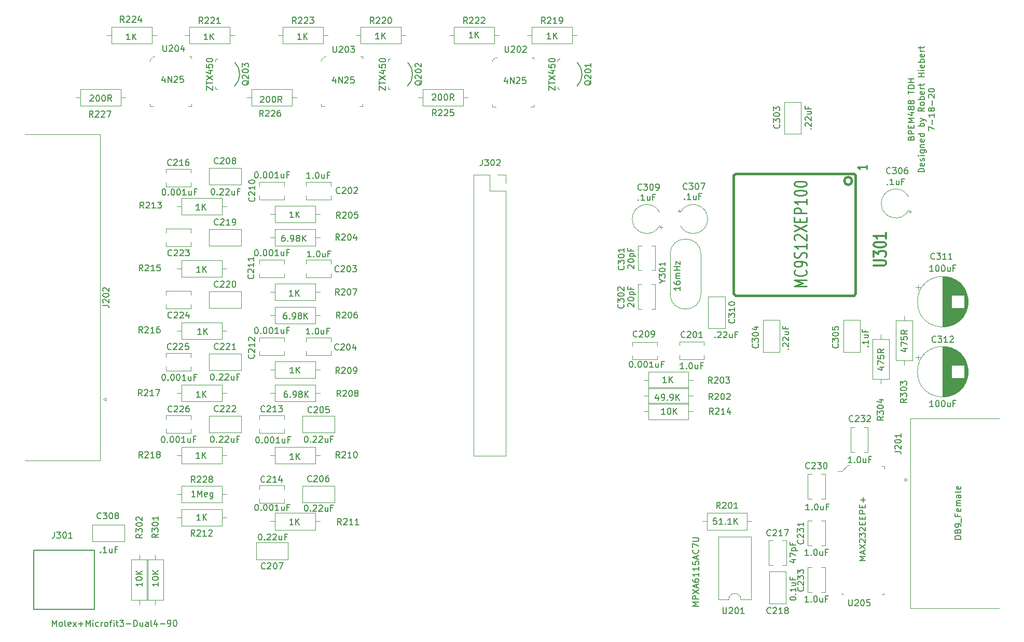
<source format=gbr>
%TF.GenerationSoftware,KiCad,Pcbnew,(5.1.6)-1*%
%TF.CreationDate,2020-07-21T06:39:55-07:00*%
%TF.ProjectId,BPEM488THD,4250454d-3438-4385-9448-442e6b696361,rev?*%
%TF.SameCoordinates,Original*%
%TF.FileFunction,Legend,Top*%
%TF.FilePolarity,Positive*%
%FSLAX46Y46*%
G04 Gerber Fmt 4.6, Leading zero omitted, Abs format (unit mm)*
G04 Created by KiCad (PCBNEW (5.1.6)-1) date 2020-07-21 06:39:55*
%MOMM*%
%LPD*%
G01*
G04 APERTURE LIST*
%ADD10C,0.150000*%
%ADD11C,0.120000*%
%ADD12C,0.381000*%
%ADD13C,0.100000*%
%ADD14C,0.304800*%
%ADD15C,0.254000*%
G04 APERTURE END LIST*
D10*
X204658571Y-71396666D02*
X204706190Y-71253809D01*
X204753809Y-71206190D01*
X204849047Y-71158571D01*
X204991904Y-71158571D01*
X205087142Y-71206190D01*
X205134761Y-71253809D01*
X205182380Y-71349047D01*
X205182380Y-71730000D01*
X204182380Y-71730000D01*
X204182380Y-71396666D01*
X204230000Y-71301428D01*
X204277619Y-71253809D01*
X204372857Y-71206190D01*
X204468095Y-71206190D01*
X204563333Y-71253809D01*
X204610952Y-71301428D01*
X204658571Y-71396666D01*
X204658571Y-71730000D01*
X205182380Y-70730000D02*
X204182380Y-70730000D01*
X204182380Y-70349047D01*
X204230000Y-70253809D01*
X204277619Y-70206190D01*
X204372857Y-70158571D01*
X204515714Y-70158571D01*
X204610952Y-70206190D01*
X204658571Y-70253809D01*
X204706190Y-70349047D01*
X204706190Y-70730000D01*
X204658571Y-69730000D02*
X204658571Y-69396666D01*
X205182380Y-69253809D02*
X205182380Y-69730000D01*
X204182380Y-69730000D01*
X204182380Y-69253809D01*
X205182380Y-68825238D02*
X204182380Y-68825238D01*
X204896666Y-68491904D01*
X204182380Y-68158571D01*
X205182380Y-68158571D01*
X204515714Y-67253809D02*
X205182380Y-67253809D01*
X204134761Y-67491904D02*
X204849047Y-67730000D01*
X204849047Y-67110952D01*
X204610952Y-66587142D02*
X204563333Y-66682380D01*
X204515714Y-66730000D01*
X204420476Y-66777619D01*
X204372857Y-66777619D01*
X204277619Y-66730000D01*
X204230000Y-66682380D01*
X204182380Y-66587142D01*
X204182380Y-66396666D01*
X204230000Y-66301428D01*
X204277619Y-66253809D01*
X204372857Y-66206190D01*
X204420476Y-66206190D01*
X204515714Y-66253809D01*
X204563333Y-66301428D01*
X204610952Y-66396666D01*
X204610952Y-66587142D01*
X204658571Y-66682380D01*
X204706190Y-66730000D01*
X204801428Y-66777619D01*
X204991904Y-66777619D01*
X205087142Y-66730000D01*
X205134761Y-66682380D01*
X205182380Y-66587142D01*
X205182380Y-66396666D01*
X205134761Y-66301428D01*
X205087142Y-66253809D01*
X204991904Y-66206190D01*
X204801428Y-66206190D01*
X204706190Y-66253809D01*
X204658571Y-66301428D01*
X204610952Y-66396666D01*
X204610952Y-65634761D02*
X204563333Y-65730000D01*
X204515714Y-65777619D01*
X204420476Y-65825238D01*
X204372857Y-65825238D01*
X204277619Y-65777619D01*
X204230000Y-65730000D01*
X204182380Y-65634761D01*
X204182380Y-65444285D01*
X204230000Y-65349047D01*
X204277619Y-65301428D01*
X204372857Y-65253809D01*
X204420476Y-65253809D01*
X204515714Y-65301428D01*
X204563333Y-65349047D01*
X204610952Y-65444285D01*
X204610952Y-65634761D01*
X204658571Y-65730000D01*
X204706190Y-65777619D01*
X204801428Y-65825238D01*
X204991904Y-65825238D01*
X205087142Y-65777619D01*
X205134761Y-65730000D01*
X205182380Y-65634761D01*
X205182380Y-65444285D01*
X205134761Y-65349047D01*
X205087142Y-65301428D01*
X204991904Y-65253809D01*
X204801428Y-65253809D01*
X204706190Y-65301428D01*
X204658571Y-65349047D01*
X204610952Y-65444285D01*
X204182380Y-64206190D02*
X204182380Y-63634761D01*
X205182380Y-63920476D02*
X204182380Y-63920476D01*
X205182380Y-63301428D02*
X204182380Y-63301428D01*
X204182380Y-63063333D01*
X204230000Y-62920476D01*
X204325238Y-62825238D01*
X204420476Y-62777619D01*
X204610952Y-62730000D01*
X204753809Y-62730000D01*
X204944285Y-62777619D01*
X205039523Y-62825238D01*
X205134761Y-62920476D01*
X205182380Y-63063333D01*
X205182380Y-63301428D01*
X205182380Y-62301428D02*
X204182380Y-62301428D01*
X204658571Y-62301428D02*
X204658571Y-61730000D01*
X205182380Y-61730000D02*
X204182380Y-61730000D01*
X206832380Y-76920476D02*
X205832380Y-76920476D01*
X205832380Y-76682380D01*
X205880000Y-76539523D01*
X205975238Y-76444285D01*
X206070476Y-76396666D01*
X206260952Y-76349047D01*
X206403809Y-76349047D01*
X206594285Y-76396666D01*
X206689523Y-76444285D01*
X206784761Y-76539523D01*
X206832380Y-76682380D01*
X206832380Y-76920476D01*
X206784761Y-75539523D02*
X206832380Y-75634761D01*
X206832380Y-75825238D01*
X206784761Y-75920476D01*
X206689523Y-75968095D01*
X206308571Y-75968095D01*
X206213333Y-75920476D01*
X206165714Y-75825238D01*
X206165714Y-75634761D01*
X206213333Y-75539523D01*
X206308571Y-75491904D01*
X206403809Y-75491904D01*
X206499047Y-75968095D01*
X206784761Y-75110952D02*
X206832380Y-75015714D01*
X206832380Y-74825238D01*
X206784761Y-74730000D01*
X206689523Y-74682380D01*
X206641904Y-74682380D01*
X206546666Y-74730000D01*
X206499047Y-74825238D01*
X206499047Y-74968095D01*
X206451428Y-75063333D01*
X206356190Y-75110952D01*
X206308571Y-75110952D01*
X206213333Y-75063333D01*
X206165714Y-74968095D01*
X206165714Y-74825238D01*
X206213333Y-74730000D01*
X206832380Y-74253809D02*
X206165714Y-74253809D01*
X205832380Y-74253809D02*
X205880000Y-74301428D01*
X205927619Y-74253809D01*
X205880000Y-74206190D01*
X205832380Y-74253809D01*
X205927619Y-74253809D01*
X206165714Y-73349047D02*
X206975238Y-73349047D01*
X207070476Y-73396666D01*
X207118095Y-73444285D01*
X207165714Y-73539523D01*
X207165714Y-73682380D01*
X207118095Y-73777619D01*
X206784761Y-73349047D02*
X206832380Y-73444285D01*
X206832380Y-73634761D01*
X206784761Y-73730000D01*
X206737142Y-73777619D01*
X206641904Y-73825238D01*
X206356190Y-73825238D01*
X206260952Y-73777619D01*
X206213333Y-73730000D01*
X206165714Y-73634761D01*
X206165714Y-73444285D01*
X206213333Y-73349047D01*
X206165714Y-72872857D02*
X206832380Y-72872857D01*
X206260952Y-72872857D02*
X206213333Y-72825238D01*
X206165714Y-72730000D01*
X206165714Y-72587142D01*
X206213333Y-72491904D01*
X206308571Y-72444285D01*
X206832380Y-72444285D01*
X206784761Y-71587142D02*
X206832380Y-71682380D01*
X206832380Y-71872857D01*
X206784761Y-71968095D01*
X206689523Y-72015714D01*
X206308571Y-72015714D01*
X206213333Y-71968095D01*
X206165714Y-71872857D01*
X206165714Y-71682380D01*
X206213333Y-71587142D01*
X206308571Y-71539523D01*
X206403809Y-71539523D01*
X206499047Y-72015714D01*
X206832380Y-70682380D02*
X205832380Y-70682380D01*
X206784761Y-70682380D02*
X206832380Y-70777619D01*
X206832380Y-70968095D01*
X206784761Y-71063333D01*
X206737142Y-71110952D01*
X206641904Y-71158571D01*
X206356190Y-71158571D01*
X206260952Y-71110952D01*
X206213333Y-71063333D01*
X206165714Y-70968095D01*
X206165714Y-70777619D01*
X206213333Y-70682380D01*
X206832380Y-69444285D02*
X205832380Y-69444285D01*
X206213333Y-69444285D02*
X206165714Y-69349047D01*
X206165714Y-69158571D01*
X206213333Y-69063333D01*
X206260952Y-69015714D01*
X206356190Y-68968095D01*
X206641904Y-68968095D01*
X206737142Y-69015714D01*
X206784761Y-69063333D01*
X206832380Y-69158571D01*
X206832380Y-69349047D01*
X206784761Y-69444285D01*
X206165714Y-68634761D02*
X206832380Y-68396666D01*
X206165714Y-68158571D02*
X206832380Y-68396666D01*
X207070476Y-68491904D01*
X207118095Y-68539523D01*
X207165714Y-68634761D01*
X206832380Y-66444285D02*
X206356190Y-66777619D01*
X206832380Y-67015714D02*
X205832380Y-67015714D01*
X205832380Y-66634761D01*
X205880000Y-66539523D01*
X205927619Y-66491904D01*
X206022857Y-66444285D01*
X206165714Y-66444285D01*
X206260952Y-66491904D01*
X206308571Y-66539523D01*
X206356190Y-66634761D01*
X206356190Y-67015714D01*
X206832380Y-65872857D02*
X206784761Y-65968095D01*
X206737142Y-66015714D01*
X206641904Y-66063333D01*
X206356190Y-66063333D01*
X206260952Y-66015714D01*
X206213333Y-65968095D01*
X206165714Y-65872857D01*
X206165714Y-65730000D01*
X206213333Y-65634761D01*
X206260952Y-65587142D01*
X206356190Y-65539523D01*
X206641904Y-65539523D01*
X206737142Y-65587142D01*
X206784761Y-65634761D01*
X206832380Y-65730000D01*
X206832380Y-65872857D01*
X206832380Y-65110952D02*
X205832380Y-65110952D01*
X206213333Y-65110952D02*
X206165714Y-65015714D01*
X206165714Y-64825238D01*
X206213333Y-64730000D01*
X206260952Y-64682380D01*
X206356190Y-64634761D01*
X206641904Y-64634761D01*
X206737142Y-64682380D01*
X206784761Y-64730000D01*
X206832380Y-64825238D01*
X206832380Y-65015714D01*
X206784761Y-65110952D01*
X206784761Y-63825238D02*
X206832380Y-63920476D01*
X206832380Y-64110952D01*
X206784761Y-64206190D01*
X206689523Y-64253809D01*
X206308571Y-64253809D01*
X206213333Y-64206190D01*
X206165714Y-64110952D01*
X206165714Y-63920476D01*
X206213333Y-63825238D01*
X206308571Y-63777619D01*
X206403809Y-63777619D01*
X206499047Y-64253809D01*
X206832380Y-63349047D02*
X206165714Y-63349047D01*
X206356190Y-63349047D02*
X206260952Y-63301428D01*
X206213333Y-63253809D01*
X206165714Y-63158571D01*
X206165714Y-63063333D01*
X206165714Y-62872857D02*
X206165714Y-62491904D01*
X205832380Y-62730000D02*
X206689523Y-62730000D01*
X206784761Y-62682380D01*
X206832380Y-62587142D01*
X206832380Y-62491904D01*
X206832380Y-61396666D02*
X205832380Y-61396666D01*
X206308571Y-61396666D02*
X206308571Y-60825238D01*
X206832380Y-60825238D02*
X205832380Y-60825238D01*
X206832380Y-60349047D02*
X206165714Y-60349047D01*
X205832380Y-60349047D02*
X205880000Y-60396666D01*
X205927619Y-60349047D01*
X205880000Y-60301428D01*
X205832380Y-60349047D01*
X205927619Y-60349047D01*
X206784761Y-59491904D02*
X206832380Y-59587142D01*
X206832380Y-59777619D01*
X206784761Y-59872857D01*
X206689523Y-59920476D01*
X206308571Y-59920476D01*
X206213333Y-59872857D01*
X206165714Y-59777619D01*
X206165714Y-59587142D01*
X206213333Y-59491904D01*
X206308571Y-59444285D01*
X206403809Y-59444285D01*
X206499047Y-59920476D01*
X206832380Y-59015714D02*
X205832380Y-59015714D01*
X206213333Y-59015714D02*
X206165714Y-58920476D01*
X206165714Y-58730000D01*
X206213333Y-58634761D01*
X206260952Y-58587142D01*
X206356190Y-58539523D01*
X206641904Y-58539523D01*
X206737142Y-58587142D01*
X206784761Y-58634761D01*
X206832380Y-58730000D01*
X206832380Y-58920476D01*
X206784761Y-59015714D01*
X206784761Y-57730000D02*
X206832380Y-57825238D01*
X206832380Y-58015714D01*
X206784761Y-58110952D01*
X206689523Y-58158571D01*
X206308571Y-58158571D01*
X206213333Y-58110952D01*
X206165714Y-58015714D01*
X206165714Y-57825238D01*
X206213333Y-57730000D01*
X206308571Y-57682380D01*
X206403809Y-57682380D01*
X206499047Y-58158571D01*
X206832380Y-57253809D02*
X206165714Y-57253809D01*
X206356190Y-57253809D02*
X206260952Y-57206190D01*
X206213333Y-57158571D01*
X206165714Y-57063333D01*
X206165714Y-56968095D01*
X206165714Y-56777619D02*
X206165714Y-56396666D01*
X205832380Y-56634761D02*
X206689523Y-56634761D01*
X206784761Y-56587142D01*
X206832380Y-56491904D01*
X206832380Y-56396666D01*
X207482380Y-70206190D02*
X207482380Y-69539523D01*
X208482380Y-69968095D01*
X208101428Y-69158571D02*
X208101428Y-68396666D01*
X208482380Y-67396666D02*
X208482380Y-67968095D01*
X208482380Y-67682380D02*
X207482380Y-67682380D01*
X207625238Y-67777619D01*
X207720476Y-67872857D01*
X207768095Y-67968095D01*
X207910952Y-66825238D02*
X207863333Y-66920476D01*
X207815714Y-66968095D01*
X207720476Y-67015714D01*
X207672857Y-67015714D01*
X207577619Y-66968095D01*
X207530000Y-66920476D01*
X207482380Y-66825238D01*
X207482380Y-66634761D01*
X207530000Y-66539523D01*
X207577619Y-66491904D01*
X207672857Y-66444285D01*
X207720476Y-66444285D01*
X207815714Y-66491904D01*
X207863333Y-66539523D01*
X207910952Y-66634761D01*
X207910952Y-66825238D01*
X207958571Y-66920476D01*
X208006190Y-66968095D01*
X208101428Y-67015714D01*
X208291904Y-67015714D01*
X208387142Y-66968095D01*
X208434761Y-66920476D01*
X208482380Y-66825238D01*
X208482380Y-66634761D01*
X208434761Y-66539523D01*
X208387142Y-66491904D01*
X208291904Y-66444285D01*
X208101428Y-66444285D01*
X208006190Y-66491904D01*
X207958571Y-66539523D01*
X207910952Y-66634761D01*
X208101428Y-66015714D02*
X208101428Y-65253809D01*
X207577619Y-64825238D02*
X207530000Y-64777619D01*
X207482380Y-64682380D01*
X207482380Y-64444285D01*
X207530000Y-64349047D01*
X207577619Y-64301428D01*
X207672857Y-64253809D01*
X207768095Y-64253809D01*
X207910952Y-64301428D01*
X208482380Y-64872857D01*
X208482380Y-64253809D01*
X207482380Y-63634761D02*
X207482380Y-63539523D01*
X207530000Y-63444285D01*
X207577619Y-63396666D01*
X207672857Y-63349047D01*
X207863333Y-63301428D01*
X208101428Y-63301428D01*
X208291904Y-63349047D01*
X208387142Y-63396666D01*
X208434761Y-63444285D01*
X208482380Y-63539523D01*
X208482380Y-63634761D01*
X208434761Y-63730000D01*
X208387142Y-63777619D01*
X208291904Y-63825238D01*
X208101428Y-63872857D01*
X207863333Y-63872857D01*
X207672857Y-63825238D01*
X207577619Y-63777619D01*
X207530000Y-63730000D01*
X207482380Y-63634761D01*
D11*
%TO.C,R226*%
X104370000Y-64770000D02*
X103600000Y-64770000D01*
X96290000Y-64770000D02*
X97060000Y-64770000D01*
X103600000Y-63400000D02*
X97060000Y-63400000D01*
X103600000Y-66140000D02*
X103600000Y-63400000D01*
X97060000Y-66140000D02*
X103600000Y-66140000D01*
X97060000Y-63400000D02*
X97060000Y-66140000D01*
%TO.C,J202*%
X72806325Y-114046000D02*
X73239338Y-113796000D01*
X73239338Y-114296000D02*
X72806325Y-114046000D01*
X73239338Y-113796000D02*
X73239338Y-114296000D01*
X72345000Y-124036000D02*
X60005000Y-124036000D01*
X72345000Y-70816000D02*
X72345000Y-124036000D01*
X60005000Y-70816000D02*
X72345000Y-70816000D01*
%TO.C,J201*%
X219055000Y-148185000D02*
X204515000Y-148185000D01*
X204515000Y-148185000D02*
X204515000Y-117215000D01*
X204515000Y-117215000D02*
X219055000Y-117215000D01*
X203620662Y-127410000D02*
X203620662Y-126910000D01*
X203620662Y-126910000D02*
X204053675Y-127160000D01*
X204053675Y-127160000D02*
X203620662Y-127410000D01*
%TO.C,R211*%
X108180000Y-133985000D02*
X107410000Y-133985000D01*
X100100000Y-133985000D02*
X100870000Y-133985000D01*
X107410000Y-132615000D02*
X100870000Y-132615000D01*
X107410000Y-135355000D02*
X107410000Y-132615000D01*
X100870000Y-135355000D02*
X107410000Y-135355000D01*
X100870000Y-132615000D02*
X100870000Y-135355000D01*
%TO.C,C232*%
X197010000Y-118650000D02*
X197635000Y-118650000D01*
X194795000Y-118650000D02*
X195420000Y-118650000D01*
X197010000Y-122690000D02*
X197635000Y-122690000D01*
X194795000Y-122690000D02*
X195420000Y-122690000D01*
X197635000Y-122690000D02*
X197635000Y-118650000D01*
X194795000Y-122690000D02*
X194795000Y-118650000D01*
%TO.C,C231*%
X187810000Y-137930000D02*
X187810000Y-133890000D01*
X190650000Y-137930000D02*
X190650000Y-133890000D01*
X187810000Y-137930000D02*
X188435000Y-137930000D01*
X190025000Y-137930000D02*
X190650000Y-137930000D01*
X187810000Y-133890000D02*
X188435000Y-133890000D01*
X190025000Y-133890000D02*
X190650000Y-133890000D01*
D12*
%TO.C,U301*%
X195604500Y-77501000D02*
X195287000Y-77183500D01*
X175665500Y-77501000D02*
X175983000Y-77183500D01*
X195604500Y-96805000D02*
X195287000Y-97122500D01*
X175665500Y-96805000D02*
X175983000Y-97122500D01*
X195287000Y-97122500D02*
X175983000Y-97122500D01*
X175983000Y-77183500D02*
X195287000Y-77183500D01*
X175665500Y-77501000D02*
X175665500Y-96805000D01*
X195604500Y-96805000D02*
X195604500Y-77501000D01*
X195033000Y-78390000D02*
G75*
G03*
X195033000Y-78390000I-635000J0D01*
G01*
D13*
%TO.C,U205*%
X193340000Y-145700000D02*
X193340000Y-145900000D01*
X193340000Y-145900000D02*
X193640000Y-145900000D01*
X199940000Y-145900000D02*
X200240000Y-145900000D01*
X200240000Y-145900000D02*
X200240000Y-145700000D01*
X192960000Y-125800000D02*
X192710000Y-125800000D01*
X193340000Y-125800000D02*
X192970000Y-125800000D01*
X194640000Y-124800000D02*
X194340000Y-124800000D01*
X194340000Y-124800000D02*
X193340000Y-125800000D01*
X200320000Y-125390000D02*
X200320000Y-124990000D01*
X200320000Y-124990000D02*
X199920000Y-124990000D01*
D11*
%TO.C,C303*%
X186690000Y-65498000D02*
X186690000Y-70738000D01*
X183950000Y-65498000D02*
X183950000Y-70738000D01*
X186690000Y-65498000D02*
X183950000Y-65498000D01*
X186690000Y-70738000D02*
X183950000Y-70738000D01*
%TO.C,C307*%
X166567712Y-83278000D02*
X167017712Y-83278000D01*
X166792712Y-83053000D02*
X166792712Y-83503000D01*
X166985260Y-85673000D02*
G75*
G03*
X166985259Y-83553000I2119740J1060000D01*
G01*
%TO.C,Y301*%
X165330000Y-96803000D02*
X165330000Y-90403000D01*
X170380000Y-96803000D02*
X170380000Y-90403000D01*
X170380000Y-90403000D02*
G75*
G03*
X165330000Y-90403000I-2525000J0D01*
G01*
X170380000Y-96803000D02*
G75*
G02*
X165330000Y-96803000I-2525000J0D01*
G01*
D13*
%TO.C,U204*%
X80900000Y-58110000D02*
X80425000Y-58585000D01*
X80410000Y-65790000D02*
X80410000Y-66190000D01*
X80410000Y-66190000D02*
X81010000Y-66190000D01*
X87210000Y-66190000D02*
X87210000Y-65790000D01*
X87210000Y-66190000D02*
X86710000Y-66190000D01*
X80425000Y-58810000D02*
X80425000Y-58585000D01*
X80900000Y-58110000D02*
X81200000Y-58110000D01*
X87210000Y-58400000D02*
X87210000Y-58100000D01*
X87210000Y-58100000D02*
X86910000Y-58100000D01*
%TO.C,U203*%
X108840000Y-58110000D02*
X108365000Y-58585000D01*
X108350000Y-65790000D02*
X108350000Y-66190000D01*
X108350000Y-66190000D02*
X108950000Y-66190000D01*
X115150000Y-66190000D02*
X115150000Y-65790000D01*
X115150000Y-66190000D02*
X114650000Y-66190000D01*
X108365000Y-58810000D02*
X108365000Y-58585000D01*
X108840000Y-58110000D02*
X109140000Y-58110000D01*
X115150000Y-58400000D02*
X115150000Y-58100000D01*
X115150000Y-58100000D02*
X114850000Y-58100000D01*
%TO.C,U202*%
X136780000Y-58237000D02*
X136305000Y-58712000D01*
X136290000Y-65917000D02*
X136290000Y-66317000D01*
X136290000Y-66317000D02*
X136890000Y-66317000D01*
X143090000Y-66317000D02*
X143090000Y-65917000D01*
X143090000Y-66317000D02*
X142590000Y-66317000D01*
X136305000Y-58937000D02*
X136305000Y-58712000D01*
X136780000Y-58237000D02*
X137080000Y-58237000D01*
X143090000Y-58527000D02*
X143090000Y-58227000D01*
X143090000Y-58227000D02*
X142790000Y-58227000D01*
D11*
%TO.C,U201*%
X176895000Y-146745000D02*
X178545000Y-146745000D01*
X178545000Y-146745000D02*
X178545000Y-136465000D01*
X178545000Y-136465000D02*
X173245000Y-136465000D01*
X173245000Y-136465000D02*
X173245000Y-146745000D01*
X173245000Y-146745000D02*
X174895000Y-146745000D01*
X174895000Y-146745000D02*
G75*
G02*
X176895000Y-146745000I1000000J0D01*
G01*
%TO.C,R304*%
X198345000Y-110743000D02*
X201085000Y-110743000D01*
X201085000Y-110743000D02*
X201085000Y-104203000D01*
X201085000Y-104203000D02*
X198345000Y-104203000D01*
X198345000Y-104203000D02*
X198345000Y-110743000D01*
X199715000Y-111513000D02*
X199715000Y-110743000D01*
X199715000Y-103433000D02*
X199715000Y-104203000D01*
%TO.C,R303*%
X204895000Y-101193000D02*
X202155000Y-101193000D01*
X202155000Y-101193000D02*
X202155000Y-107733000D01*
X202155000Y-107733000D02*
X204895000Y-107733000D01*
X204895000Y-107733000D02*
X204895000Y-101193000D01*
X203525000Y-100423000D02*
X203525000Y-101193000D01*
X203525000Y-108503000D02*
X203525000Y-107733000D01*
%TO.C,R302*%
X77370000Y-146780000D02*
X80110000Y-146780000D01*
X80110000Y-146780000D02*
X80110000Y-140240000D01*
X80110000Y-140240000D02*
X77370000Y-140240000D01*
X77370000Y-140240000D02*
X77370000Y-146780000D01*
X78740000Y-147550000D02*
X78740000Y-146780000D01*
X78740000Y-139470000D02*
X78740000Y-140240000D01*
%TO.C,R301*%
X79910000Y-146780000D02*
X82650000Y-146780000D01*
X82650000Y-146780000D02*
X82650000Y-140240000D01*
X82650000Y-140240000D02*
X79910000Y-140240000D01*
X79910000Y-140240000D02*
X79910000Y-146780000D01*
X81280000Y-147550000D02*
X81280000Y-146780000D01*
X81280000Y-139470000D02*
X81280000Y-140240000D01*
%TO.C,R225*%
X125000000Y-63400000D02*
X125000000Y-66140000D01*
X125000000Y-66140000D02*
X131540000Y-66140000D01*
X131540000Y-66140000D02*
X131540000Y-63400000D01*
X131540000Y-63400000D02*
X125000000Y-63400000D01*
X124230000Y-64770000D02*
X125000000Y-64770000D01*
X132310000Y-64770000D02*
X131540000Y-64770000D01*
%TO.C,R214*%
X168350000Y-117346000D02*
X168350000Y-114606000D01*
X168350000Y-114606000D02*
X161810000Y-114606000D01*
X161810000Y-114606000D02*
X161810000Y-117346000D01*
X161810000Y-117346000D02*
X168350000Y-117346000D01*
X169120000Y-115976000D02*
X168350000Y-115976000D01*
X161040000Y-115976000D02*
X161810000Y-115976000D01*
%TO.C,R204*%
X100870000Y-86260000D02*
X100870000Y-89000000D01*
X100870000Y-89000000D02*
X107410000Y-89000000D01*
X107410000Y-89000000D02*
X107410000Y-86260000D01*
X107410000Y-86260000D02*
X100870000Y-86260000D01*
X100100000Y-87630000D02*
X100870000Y-87630000D01*
X108180000Y-87630000D02*
X107410000Y-87630000D01*
%TO.C,R203*%
X161810000Y-109526000D02*
X161810000Y-112266000D01*
X161810000Y-112266000D02*
X168350000Y-112266000D01*
X168350000Y-112266000D02*
X168350000Y-109526000D01*
X168350000Y-109526000D02*
X161810000Y-109526000D01*
X161040000Y-110896000D02*
X161810000Y-110896000D01*
X169120000Y-110896000D02*
X168350000Y-110896000D01*
%TO.C,R202*%
X161810000Y-112066000D02*
X161810000Y-114806000D01*
X161810000Y-114806000D02*
X168350000Y-114806000D01*
X168350000Y-114806000D02*
X168350000Y-112066000D01*
X168350000Y-112066000D02*
X161810000Y-112066000D01*
X161040000Y-113436000D02*
X161810000Y-113436000D01*
X169120000Y-113436000D02*
X168350000Y-113436000D01*
%TO.C,R201*%
X177895000Y-135355000D02*
X177895000Y-132615000D01*
X177895000Y-132615000D02*
X171355000Y-132615000D01*
X171355000Y-132615000D02*
X171355000Y-135355000D01*
X171355000Y-135355000D02*
X177895000Y-135355000D01*
X178665000Y-133985000D02*
X177895000Y-133985000D01*
X170585000Y-133985000D02*
X171355000Y-133985000D01*
D13*
%TO.C,Q203*%
X91110000Y-63310000D02*
X91410000Y-63460000D01*
X91110000Y-63310000D02*
X91110000Y-63010000D01*
X91110000Y-58910000D02*
X91110000Y-58610000D01*
X91110000Y-58610000D02*
X91410000Y-58460000D01*
D10*
X94260000Y-62910000D02*
G75*
G03*
X94310000Y-59060000I-1900000J1950000D01*
G01*
D13*
%TO.C,Q202*%
X119330000Y-63310000D02*
X119630000Y-63460000D01*
X119330000Y-63310000D02*
X119330000Y-63010000D01*
X119330000Y-58910000D02*
X119330000Y-58610000D01*
X119330000Y-58610000D02*
X119630000Y-58460000D01*
D10*
X122480000Y-62910000D02*
G75*
G03*
X122530000Y-59060000I-1900000J1950000D01*
G01*
D13*
%TO.C,Q201*%
X146990000Y-63310000D02*
X147290000Y-63460000D01*
X146990000Y-63310000D02*
X146990000Y-63010000D01*
X146990000Y-58910000D02*
X146990000Y-58610000D01*
X146990000Y-58610000D02*
X147290000Y-58460000D01*
D10*
X150140000Y-62910000D02*
G75*
G03*
X150190000Y-59060000I-1900000J1950000D01*
G01*
D11*
%TO.C,J302*%
X133290000Y-77410000D02*
X135890000Y-77410000D01*
X133290000Y-77410000D02*
X133290000Y-123250000D01*
X133290000Y-123250000D02*
X138490000Y-123250000D01*
X138490000Y-80010000D02*
X138490000Y-123250000D01*
X135890000Y-80010000D02*
X138490000Y-80010000D01*
X135890000Y-77410000D02*
X135890000Y-80010000D01*
X138490000Y-77410000D02*
X138490000Y-78740000D01*
X137160000Y-77410000D02*
X138490000Y-77410000D01*
D10*
%TO.C,J301*%
X71338000Y-138685000D02*
X61438000Y-138685000D01*
X71338000Y-148335000D02*
X61438000Y-148300000D01*
X71338000Y-138685000D02*
X71338000Y-148335000D01*
X61438000Y-138685000D02*
X61438000Y-148335000D01*
D11*
%TO.C,C312*%
X213955000Y-109543000D02*
G75*
G03*
X213955000Y-109543000I-4120000J0D01*
G01*
X209835000Y-105463000D02*
X209835000Y-113623000D01*
X209875000Y-105463000D02*
X209875000Y-113623000D01*
X209915000Y-105463000D02*
X209915000Y-113623000D01*
X209955000Y-105464000D02*
X209955000Y-113622000D01*
X209995000Y-105466000D02*
X209995000Y-113620000D01*
X210035000Y-105467000D02*
X210035000Y-113619000D01*
X210075000Y-105469000D02*
X210075000Y-113617000D01*
X210115000Y-105472000D02*
X210115000Y-113614000D01*
X210155000Y-105475000D02*
X210155000Y-113611000D01*
X210195000Y-105478000D02*
X210195000Y-113608000D01*
X210235000Y-105482000D02*
X210235000Y-113604000D01*
X210275000Y-105486000D02*
X210275000Y-113600000D01*
X210315000Y-105491000D02*
X210315000Y-113595000D01*
X210355000Y-105495000D02*
X210355000Y-113591000D01*
X210395000Y-105501000D02*
X210395000Y-113585000D01*
X210435000Y-105506000D02*
X210435000Y-113580000D01*
X210475000Y-105513000D02*
X210475000Y-113573000D01*
X210515000Y-105519000D02*
X210515000Y-113567000D01*
X210556000Y-105526000D02*
X210556000Y-113560000D01*
X210596000Y-105533000D02*
X210596000Y-113553000D01*
X210636000Y-105541000D02*
X210636000Y-113545000D01*
X210676000Y-105549000D02*
X210676000Y-113537000D01*
X210716000Y-105558000D02*
X210716000Y-113528000D01*
X210756000Y-105567000D02*
X210756000Y-113519000D01*
X210796000Y-105576000D02*
X210796000Y-113510000D01*
X210836000Y-105586000D02*
X210836000Y-113500000D01*
X210876000Y-105596000D02*
X210876000Y-113490000D01*
X210916000Y-105607000D02*
X210916000Y-113479000D01*
X210956000Y-105618000D02*
X210956000Y-113468000D01*
X210996000Y-105629000D02*
X210996000Y-113457000D01*
X211036000Y-105641000D02*
X211036000Y-113445000D01*
X211076000Y-105654000D02*
X211076000Y-113432000D01*
X211116000Y-105666000D02*
X211116000Y-113420000D01*
X211156000Y-105680000D02*
X211156000Y-113406000D01*
X211196000Y-105693000D02*
X211196000Y-113393000D01*
X211236000Y-105708000D02*
X211236000Y-113378000D01*
X211276000Y-105722000D02*
X211276000Y-113364000D01*
X211316000Y-105738000D02*
X211316000Y-108503000D01*
X211316000Y-110583000D02*
X211316000Y-113348000D01*
X211356000Y-105753000D02*
X211356000Y-108503000D01*
X211356000Y-110583000D02*
X211356000Y-113333000D01*
X211396000Y-105769000D02*
X211396000Y-108503000D01*
X211396000Y-110583000D02*
X211396000Y-113317000D01*
X211436000Y-105786000D02*
X211436000Y-108503000D01*
X211436000Y-110583000D02*
X211436000Y-113300000D01*
X211476000Y-105803000D02*
X211476000Y-108503000D01*
X211476000Y-110583000D02*
X211476000Y-113283000D01*
X211516000Y-105821000D02*
X211516000Y-108503000D01*
X211516000Y-110583000D02*
X211516000Y-113265000D01*
X211556000Y-105839000D02*
X211556000Y-108503000D01*
X211556000Y-110583000D02*
X211556000Y-113247000D01*
X211596000Y-105857000D02*
X211596000Y-108503000D01*
X211596000Y-110583000D02*
X211596000Y-113229000D01*
X211636000Y-105877000D02*
X211636000Y-108503000D01*
X211636000Y-110583000D02*
X211636000Y-113209000D01*
X211676000Y-105896000D02*
X211676000Y-108503000D01*
X211676000Y-110583000D02*
X211676000Y-113190000D01*
X211716000Y-105916000D02*
X211716000Y-108503000D01*
X211716000Y-110583000D02*
X211716000Y-113170000D01*
X211756000Y-105937000D02*
X211756000Y-108503000D01*
X211756000Y-110583000D02*
X211756000Y-113149000D01*
X211796000Y-105959000D02*
X211796000Y-108503000D01*
X211796000Y-110583000D02*
X211796000Y-113127000D01*
X211836000Y-105981000D02*
X211836000Y-108503000D01*
X211836000Y-110583000D02*
X211836000Y-113105000D01*
X211876000Y-106003000D02*
X211876000Y-108503000D01*
X211876000Y-110583000D02*
X211876000Y-113083000D01*
X211916000Y-106026000D02*
X211916000Y-108503000D01*
X211916000Y-110583000D02*
X211916000Y-113060000D01*
X211956000Y-106050000D02*
X211956000Y-108503000D01*
X211956000Y-110583000D02*
X211956000Y-113036000D01*
X211996000Y-106074000D02*
X211996000Y-108503000D01*
X211996000Y-110583000D02*
X211996000Y-113012000D01*
X212036000Y-106099000D02*
X212036000Y-108503000D01*
X212036000Y-110583000D02*
X212036000Y-112987000D01*
X212076000Y-106125000D02*
X212076000Y-108503000D01*
X212076000Y-110583000D02*
X212076000Y-112961000D01*
X212116000Y-106151000D02*
X212116000Y-108503000D01*
X212116000Y-110583000D02*
X212116000Y-112935000D01*
X212156000Y-106178000D02*
X212156000Y-108503000D01*
X212156000Y-110583000D02*
X212156000Y-112908000D01*
X212196000Y-106205000D02*
X212196000Y-108503000D01*
X212196000Y-110583000D02*
X212196000Y-112881000D01*
X212236000Y-106234000D02*
X212236000Y-108503000D01*
X212236000Y-110583000D02*
X212236000Y-112852000D01*
X212276000Y-106263000D02*
X212276000Y-108503000D01*
X212276000Y-110583000D02*
X212276000Y-112823000D01*
X212316000Y-106293000D02*
X212316000Y-108503000D01*
X212316000Y-110583000D02*
X212316000Y-112793000D01*
X212356000Y-106323000D02*
X212356000Y-108503000D01*
X212356000Y-110583000D02*
X212356000Y-112763000D01*
X212396000Y-106354000D02*
X212396000Y-108503000D01*
X212396000Y-110583000D02*
X212396000Y-112732000D01*
X212436000Y-106387000D02*
X212436000Y-108503000D01*
X212436000Y-110583000D02*
X212436000Y-112699000D01*
X212476000Y-106419000D02*
X212476000Y-108503000D01*
X212476000Y-110583000D02*
X212476000Y-112667000D01*
X212516000Y-106453000D02*
X212516000Y-108503000D01*
X212516000Y-110583000D02*
X212516000Y-112633000D01*
X212556000Y-106488000D02*
X212556000Y-108503000D01*
X212556000Y-110583000D02*
X212556000Y-112598000D01*
X212596000Y-106524000D02*
X212596000Y-108503000D01*
X212596000Y-110583000D02*
X212596000Y-112562000D01*
X212636000Y-106560000D02*
X212636000Y-108503000D01*
X212636000Y-110583000D02*
X212636000Y-112526000D01*
X212676000Y-106598000D02*
X212676000Y-108503000D01*
X212676000Y-110583000D02*
X212676000Y-112488000D01*
X212716000Y-106636000D02*
X212716000Y-108503000D01*
X212716000Y-110583000D02*
X212716000Y-112450000D01*
X212756000Y-106676000D02*
X212756000Y-108503000D01*
X212756000Y-110583000D02*
X212756000Y-112410000D01*
X212796000Y-106717000D02*
X212796000Y-108503000D01*
X212796000Y-110583000D02*
X212796000Y-112369000D01*
X212836000Y-106759000D02*
X212836000Y-108503000D01*
X212836000Y-110583000D02*
X212836000Y-112327000D01*
X212876000Y-106802000D02*
X212876000Y-108503000D01*
X212876000Y-110583000D02*
X212876000Y-112284000D01*
X212916000Y-106846000D02*
X212916000Y-108503000D01*
X212916000Y-110583000D02*
X212916000Y-112240000D01*
X212956000Y-106892000D02*
X212956000Y-108503000D01*
X212956000Y-110583000D02*
X212956000Y-112194000D01*
X212996000Y-106939000D02*
X212996000Y-108503000D01*
X212996000Y-110583000D02*
X212996000Y-112147000D01*
X213036000Y-106987000D02*
X213036000Y-108503000D01*
X213036000Y-110583000D02*
X213036000Y-112099000D01*
X213076000Y-107038000D02*
X213076000Y-108503000D01*
X213076000Y-110583000D02*
X213076000Y-112048000D01*
X213116000Y-107089000D02*
X213116000Y-108503000D01*
X213116000Y-110583000D02*
X213116000Y-111997000D01*
X213156000Y-107143000D02*
X213156000Y-108503000D01*
X213156000Y-110583000D02*
X213156000Y-111943000D01*
X213196000Y-107198000D02*
X213196000Y-108503000D01*
X213196000Y-110583000D02*
X213196000Y-111888000D01*
X213236000Y-107256000D02*
X213236000Y-108503000D01*
X213236000Y-110583000D02*
X213236000Y-111830000D01*
X213276000Y-107315000D02*
X213276000Y-108503000D01*
X213276000Y-110583000D02*
X213276000Y-111771000D01*
X213316000Y-107377000D02*
X213316000Y-108503000D01*
X213316000Y-110583000D02*
X213316000Y-111709000D01*
X213356000Y-107441000D02*
X213356000Y-108503000D01*
X213356000Y-110583000D02*
X213356000Y-111645000D01*
X213396000Y-107509000D02*
X213396000Y-111577000D01*
X213436000Y-107579000D02*
X213436000Y-111507000D01*
X213476000Y-107653000D02*
X213476000Y-111433000D01*
X213516000Y-107730000D02*
X213516000Y-111356000D01*
X213556000Y-107812000D02*
X213556000Y-111274000D01*
X213596000Y-107898000D02*
X213596000Y-111188000D01*
X213636000Y-107991000D02*
X213636000Y-111095000D01*
X213676000Y-108090000D02*
X213676000Y-110996000D01*
X213716000Y-108197000D02*
X213716000Y-110889000D01*
X213756000Y-108314000D02*
X213756000Y-110772000D01*
X213796000Y-108445000D02*
X213796000Y-110641000D01*
X213836000Y-108595000D02*
X213836000Y-110491000D01*
X213876000Y-108775000D02*
X213876000Y-110311000D01*
X213916000Y-109010000D02*
X213916000Y-110076000D01*
X205425302Y-107228000D02*
X206225302Y-107228000D01*
X205825302Y-106828000D02*
X205825302Y-107628000D01*
%TO.C,C311*%
X213955000Y-98113000D02*
G75*
G03*
X213955000Y-98113000I-4120000J0D01*
G01*
X209835000Y-94033000D02*
X209835000Y-102193000D01*
X209875000Y-94033000D02*
X209875000Y-102193000D01*
X209915000Y-94033000D02*
X209915000Y-102193000D01*
X209955000Y-94034000D02*
X209955000Y-102192000D01*
X209995000Y-94036000D02*
X209995000Y-102190000D01*
X210035000Y-94037000D02*
X210035000Y-102189000D01*
X210075000Y-94039000D02*
X210075000Y-102187000D01*
X210115000Y-94042000D02*
X210115000Y-102184000D01*
X210155000Y-94045000D02*
X210155000Y-102181000D01*
X210195000Y-94048000D02*
X210195000Y-102178000D01*
X210235000Y-94052000D02*
X210235000Y-102174000D01*
X210275000Y-94056000D02*
X210275000Y-102170000D01*
X210315000Y-94061000D02*
X210315000Y-102165000D01*
X210355000Y-94065000D02*
X210355000Y-102161000D01*
X210395000Y-94071000D02*
X210395000Y-102155000D01*
X210435000Y-94076000D02*
X210435000Y-102150000D01*
X210475000Y-94083000D02*
X210475000Y-102143000D01*
X210515000Y-94089000D02*
X210515000Y-102137000D01*
X210556000Y-94096000D02*
X210556000Y-102130000D01*
X210596000Y-94103000D02*
X210596000Y-102123000D01*
X210636000Y-94111000D02*
X210636000Y-102115000D01*
X210676000Y-94119000D02*
X210676000Y-102107000D01*
X210716000Y-94128000D02*
X210716000Y-102098000D01*
X210756000Y-94137000D02*
X210756000Y-102089000D01*
X210796000Y-94146000D02*
X210796000Y-102080000D01*
X210836000Y-94156000D02*
X210836000Y-102070000D01*
X210876000Y-94166000D02*
X210876000Y-102060000D01*
X210916000Y-94177000D02*
X210916000Y-102049000D01*
X210956000Y-94188000D02*
X210956000Y-102038000D01*
X210996000Y-94199000D02*
X210996000Y-102027000D01*
X211036000Y-94211000D02*
X211036000Y-102015000D01*
X211076000Y-94224000D02*
X211076000Y-102002000D01*
X211116000Y-94236000D02*
X211116000Y-101990000D01*
X211156000Y-94250000D02*
X211156000Y-101976000D01*
X211196000Y-94263000D02*
X211196000Y-101963000D01*
X211236000Y-94278000D02*
X211236000Y-101948000D01*
X211276000Y-94292000D02*
X211276000Y-101934000D01*
X211316000Y-94308000D02*
X211316000Y-97073000D01*
X211316000Y-99153000D02*
X211316000Y-101918000D01*
X211356000Y-94323000D02*
X211356000Y-97073000D01*
X211356000Y-99153000D02*
X211356000Y-101903000D01*
X211396000Y-94339000D02*
X211396000Y-97073000D01*
X211396000Y-99153000D02*
X211396000Y-101887000D01*
X211436000Y-94356000D02*
X211436000Y-97073000D01*
X211436000Y-99153000D02*
X211436000Y-101870000D01*
X211476000Y-94373000D02*
X211476000Y-97073000D01*
X211476000Y-99153000D02*
X211476000Y-101853000D01*
X211516000Y-94391000D02*
X211516000Y-97073000D01*
X211516000Y-99153000D02*
X211516000Y-101835000D01*
X211556000Y-94409000D02*
X211556000Y-97073000D01*
X211556000Y-99153000D02*
X211556000Y-101817000D01*
X211596000Y-94427000D02*
X211596000Y-97073000D01*
X211596000Y-99153000D02*
X211596000Y-101799000D01*
X211636000Y-94447000D02*
X211636000Y-97073000D01*
X211636000Y-99153000D02*
X211636000Y-101779000D01*
X211676000Y-94466000D02*
X211676000Y-97073000D01*
X211676000Y-99153000D02*
X211676000Y-101760000D01*
X211716000Y-94486000D02*
X211716000Y-97073000D01*
X211716000Y-99153000D02*
X211716000Y-101740000D01*
X211756000Y-94507000D02*
X211756000Y-97073000D01*
X211756000Y-99153000D02*
X211756000Y-101719000D01*
X211796000Y-94529000D02*
X211796000Y-97073000D01*
X211796000Y-99153000D02*
X211796000Y-101697000D01*
X211836000Y-94551000D02*
X211836000Y-97073000D01*
X211836000Y-99153000D02*
X211836000Y-101675000D01*
X211876000Y-94573000D02*
X211876000Y-97073000D01*
X211876000Y-99153000D02*
X211876000Y-101653000D01*
X211916000Y-94596000D02*
X211916000Y-97073000D01*
X211916000Y-99153000D02*
X211916000Y-101630000D01*
X211956000Y-94620000D02*
X211956000Y-97073000D01*
X211956000Y-99153000D02*
X211956000Y-101606000D01*
X211996000Y-94644000D02*
X211996000Y-97073000D01*
X211996000Y-99153000D02*
X211996000Y-101582000D01*
X212036000Y-94669000D02*
X212036000Y-97073000D01*
X212036000Y-99153000D02*
X212036000Y-101557000D01*
X212076000Y-94695000D02*
X212076000Y-97073000D01*
X212076000Y-99153000D02*
X212076000Y-101531000D01*
X212116000Y-94721000D02*
X212116000Y-97073000D01*
X212116000Y-99153000D02*
X212116000Y-101505000D01*
X212156000Y-94748000D02*
X212156000Y-97073000D01*
X212156000Y-99153000D02*
X212156000Y-101478000D01*
X212196000Y-94775000D02*
X212196000Y-97073000D01*
X212196000Y-99153000D02*
X212196000Y-101451000D01*
X212236000Y-94804000D02*
X212236000Y-97073000D01*
X212236000Y-99153000D02*
X212236000Y-101422000D01*
X212276000Y-94833000D02*
X212276000Y-97073000D01*
X212276000Y-99153000D02*
X212276000Y-101393000D01*
X212316000Y-94863000D02*
X212316000Y-97073000D01*
X212316000Y-99153000D02*
X212316000Y-101363000D01*
X212356000Y-94893000D02*
X212356000Y-97073000D01*
X212356000Y-99153000D02*
X212356000Y-101333000D01*
X212396000Y-94924000D02*
X212396000Y-97073000D01*
X212396000Y-99153000D02*
X212396000Y-101302000D01*
X212436000Y-94957000D02*
X212436000Y-97073000D01*
X212436000Y-99153000D02*
X212436000Y-101269000D01*
X212476000Y-94989000D02*
X212476000Y-97073000D01*
X212476000Y-99153000D02*
X212476000Y-101237000D01*
X212516000Y-95023000D02*
X212516000Y-97073000D01*
X212516000Y-99153000D02*
X212516000Y-101203000D01*
X212556000Y-95058000D02*
X212556000Y-97073000D01*
X212556000Y-99153000D02*
X212556000Y-101168000D01*
X212596000Y-95094000D02*
X212596000Y-97073000D01*
X212596000Y-99153000D02*
X212596000Y-101132000D01*
X212636000Y-95130000D02*
X212636000Y-97073000D01*
X212636000Y-99153000D02*
X212636000Y-101096000D01*
X212676000Y-95168000D02*
X212676000Y-97073000D01*
X212676000Y-99153000D02*
X212676000Y-101058000D01*
X212716000Y-95206000D02*
X212716000Y-97073000D01*
X212716000Y-99153000D02*
X212716000Y-101020000D01*
X212756000Y-95246000D02*
X212756000Y-97073000D01*
X212756000Y-99153000D02*
X212756000Y-100980000D01*
X212796000Y-95287000D02*
X212796000Y-97073000D01*
X212796000Y-99153000D02*
X212796000Y-100939000D01*
X212836000Y-95329000D02*
X212836000Y-97073000D01*
X212836000Y-99153000D02*
X212836000Y-100897000D01*
X212876000Y-95372000D02*
X212876000Y-97073000D01*
X212876000Y-99153000D02*
X212876000Y-100854000D01*
X212916000Y-95416000D02*
X212916000Y-97073000D01*
X212916000Y-99153000D02*
X212916000Y-100810000D01*
X212956000Y-95462000D02*
X212956000Y-97073000D01*
X212956000Y-99153000D02*
X212956000Y-100764000D01*
X212996000Y-95509000D02*
X212996000Y-97073000D01*
X212996000Y-99153000D02*
X212996000Y-100717000D01*
X213036000Y-95557000D02*
X213036000Y-97073000D01*
X213036000Y-99153000D02*
X213036000Y-100669000D01*
X213076000Y-95608000D02*
X213076000Y-97073000D01*
X213076000Y-99153000D02*
X213076000Y-100618000D01*
X213116000Y-95659000D02*
X213116000Y-97073000D01*
X213116000Y-99153000D02*
X213116000Y-100567000D01*
X213156000Y-95713000D02*
X213156000Y-97073000D01*
X213156000Y-99153000D02*
X213156000Y-100513000D01*
X213196000Y-95768000D02*
X213196000Y-97073000D01*
X213196000Y-99153000D02*
X213196000Y-100458000D01*
X213236000Y-95826000D02*
X213236000Y-97073000D01*
X213236000Y-99153000D02*
X213236000Y-100400000D01*
X213276000Y-95885000D02*
X213276000Y-97073000D01*
X213276000Y-99153000D02*
X213276000Y-100341000D01*
X213316000Y-95947000D02*
X213316000Y-97073000D01*
X213316000Y-99153000D02*
X213316000Y-100279000D01*
X213356000Y-96011000D02*
X213356000Y-97073000D01*
X213356000Y-99153000D02*
X213356000Y-100215000D01*
X213396000Y-96079000D02*
X213396000Y-100147000D01*
X213436000Y-96149000D02*
X213436000Y-100077000D01*
X213476000Y-96223000D02*
X213476000Y-100003000D01*
X213516000Y-96300000D02*
X213516000Y-99926000D01*
X213556000Y-96382000D02*
X213556000Y-99844000D01*
X213596000Y-96468000D02*
X213596000Y-99758000D01*
X213636000Y-96561000D02*
X213636000Y-99665000D01*
X213676000Y-96660000D02*
X213676000Y-99566000D01*
X213716000Y-96767000D02*
X213716000Y-99459000D01*
X213756000Y-96884000D02*
X213756000Y-99342000D01*
X213796000Y-97015000D02*
X213796000Y-99211000D01*
X213836000Y-97165000D02*
X213836000Y-99061000D01*
X213876000Y-97345000D02*
X213876000Y-98881000D01*
X213916000Y-97580000D02*
X213916000Y-98646000D01*
X205425302Y-95798000D02*
X206225302Y-95798000D01*
X205825302Y-95398000D02*
X205825302Y-96198000D01*
%TO.C,C310*%
X174305000Y-97248000D02*
X174305000Y-102488000D01*
X171565000Y-97248000D02*
X171565000Y-102488000D01*
X174305000Y-97248000D02*
X171565000Y-97248000D01*
X174305000Y-102488000D02*
X171565000Y-102488000D01*
%TO.C,C309*%
X164062288Y-85948000D02*
X163612288Y-85948000D01*
X163837288Y-86173000D02*
X163837288Y-85723000D01*
X163644740Y-83553000D02*
G75*
G03*
X163644741Y-85673000I-2119740J-1060000D01*
G01*
%TO.C,C308*%
X76300000Y-137260000D02*
X71060000Y-137260000D01*
X76300000Y-134520000D02*
X71060000Y-134520000D01*
X76300000Y-137260000D02*
X76300000Y-134520000D01*
X71060000Y-137260000D02*
X71060000Y-134520000D01*
%TO.C,C306*%
X204702288Y-83408000D02*
X204252288Y-83408000D01*
X204477288Y-83633000D02*
X204477288Y-83183000D01*
X204284740Y-81013000D02*
G75*
G03*
X204284741Y-83133000I-2119740J-1060000D01*
G01*
%TO.C,C305*%
X193635000Y-106303000D02*
X193635000Y-101063000D01*
X196375000Y-106303000D02*
X196375000Y-101063000D01*
X193635000Y-106303000D02*
X196375000Y-106303000D01*
X193635000Y-101063000D02*
X196375000Y-101063000D01*
%TO.C,C304*%
X180485000Y-106303000D02*
X180485000Y-101063000D01*
X183225000Y-106303000D02*
X183225000Y-101063000D01*
X180485000Y-106303000D02*
X183225000Y-106303000D01*
X180485000Y-101063000D02*
X183225000Y-101063000D01*
%TO.C,C302*%
X162925000Y-95273000D02*
X162925000Y-99313000D01*
X160085000Y-95273000D02*
X160085000Y-99313000D01*
X162925000Y-95273000D02*
X162300000Y-95273000D01*
X160710000Y-95273000D02*
X160085000Y-95273000D01*
X162925000Y-99313000D02*
X162300000Y-99313000D01*
X160710000Y-99313000D02*
X160085000Y-99313000D01*
%TO.C,C301*%
X160085000Y-93003000D02*
X160085000Y-88963000D01*
X162925000Y-93003000D02*
X162925000Y-88963000D01*
X160085000Y-93003000D02*
X160710000Y-93003000D01*
X162300000Y-93003000D02*
X162925000Y-93003000D01*
X160085000Y-88963000D02*
X160710000Y-88963000D01*
X162300000Y-88963000D02*
X162925000Y-88963000D01*
%TO.C,C218*%
X184250000Y-142140000D02*
X184250000Y-147380000D01*
X181510000Y-142140000D02*
X181510000Y-147380000D01*
X184250000Y-142140000D02*
X181510000Y-142140000D01*
X184250000Y-147380000D02*
X181510000Y-147380000D01*
%TO.C,C217*%
X181460000Y-141105000D02*
X181460000Y-137065000D01*
X184300000Y-141105000D02*
X184300000Y-137065000D01*
X181460000Y-141105000D02*
X182085000Y-141105000D01*
X183675000Y-141105000D02*
X184300000Y-141105000D01*
X181460000Y-137065000D02*
X182085000Y-137065000D01*
X183675000Y-137065000D02*
X184300000Y-137065000D01*
%TO.C,C212*%
X102370000Y-106830000D02*
X98330000Y-106830000D01*
X102370000Y-103990000D02*
X98330000Y-103990000D01*
X102370000Y-106830000D02*
X102370000Y-106205000D01*
X102370000Y-104615000D02*
X102370000Y-103990000D01*
X98330000Y-106830000D02*
X98330000Y-106205000D01*
X98330000Y-104615000D02*
X98330000Y-103990000D01*
%TO.C,C211*%
X102370000Y-94130000D02*
X98330000Y-94130000D01*
X102370000Y-91290000D02*
X98330000Y-91290000D01*
X102370000Y-94130000D02*
X102370000Y-93505000D01*
X102370000Y-91915000D02*
X102370000Y-91290000D01*
X98330000Y-94130000D02*
X98330000Y-93505000D01*
X98330000Y-91915000D02*
X98330000Y-91290000D01*
%TO.C,C210*%
X102370000Y-81430000D02*
X98330000Y-81430000D01*
X102370000Y-78590000D02*
X98330000Y-78590000D01*
X102370000Y-81430000D02*
X102370000Y-80805000D01*
X102370000Y-79215000D02*
X102370000Y-78590000D01*
X98330000Y-81430000D02*
X98330000Y-80805000D01*
X98330000Y-79215000D02*
X98330000Y-78590000D01*
%TO.C,C209*%
X163210000Y-107556000D02*
X159170000Y-107556000D01*
X163210000Y-104716000D02*
X159170000Y-104716000D01*
X163210000Y-107556000D02*
X163210000Y-106931000D01*
X163210000Y-105341000D02*
X163210000Y-104716000D01*
X159170000Y-107556000D02*
X159170000Y-106931000D01*
X159170000Y-105341000D02*
X159170000Y-104716000D01*
%TO.C,C204*%
X105910000Y-103990000D02*
X109950000Y-103990000D01*
X105910000Y-106830000D02*
X109950000Y-106830000D01*
X105910000Y-103990000D02*
X105910000Y-104615000D01*
X105910000Y-106205000D02*
X105910000Y-106830000D01*
X109950000Y-103990000D02*
X109950000Y-104615000D01*
X109950000Y-106205000D02*
X109950000Y-106830000D01*
%TO.C,C203*%
X105910000Y-91290000D02*
X109950000Y-91290000D01*
X105910000Y-94130000D02*
X109950000Y-94130000D01*
X105910000Y-91290000D02*
X105910000Y-91915000D01*
X105910000Y-93505000D02*
X105910000Y-94130000D01*
X109950000Y-91290000D02*
X109950000Y-91915000D01*
X109950000Y-93505000D02*
X109950000Y-94130000D01*
%TO.C,C202*%
X105910000Y-78590000D02*
X109950000Y-78590000D01*
X105910000Y-81430000D02*
X109950000Y-81430000D01*
X105910000Y-78590000D02*
X105910000Y-79215000D01*
X105910000Y-80805000D02*
X105910000Y-81430000D01*
X109950000Y-78590000D02*
X109950000Y-79215000D01*
X109950000Y-80805000D02*
X109950000Y-81430000D01*
%TO.C,C201*%
X166850000Y-104650000D02*
X170890000Y-104650000D01*
X166850000Y-107490000D02*
X170890000Y-107490000D01*
X166850000Y-104650000D02*
X166850000Y-105275000D01*
X166850000Y-106865000D02*
X166850000Y-107490000D01*
X170890000Y-104650000D02*
X170890000Y-105275000D01*
X170890000Y-106865000D02*
X170890000Y-107490000D01*
%TO.C,C205*%
X105310000Y-116740000D02*
X110550000Y-116740000D01*
X105310000Y-119480000D02*
X110550000Y-119480000D01*
X105310000Y-116740000D02*
X105310000Y-119480000D01*
X110550000Y-116740000D02*
X110550000Y-119480000D01*
%TO.C,C206*%
X110550000Y-128170000D02*
X110550000Y-130910000D01*
X105310000Y-128170000D02*
X105310000Y-130910000D01*
X105310000Y-130910000D02*
X110550000Y-130910000D01*
X105310000Y-128170000D02*
X110550000Y-128170000D01*
%TO.C,C207*%
X102990000Y-140170000D02*
X97750000Y-140170000D01*
X102990000Y-137430000D02*
X97750000Y-137430000D01*
X102990000Y-140170000D02*
X102990000Y-137430000D01*
X97750000Y-140170000D02*
X97750000Y-137430000D01*
%TO.C,C208*%
X95310000Y-76280000D02*
X95310000Y-79020000D01*
X90070000Y-76280000D02*
X90070000Y-79020000D01*
X90070000Y-79020000D02*
X95310000Y-79020000D01*
X90070000Y-76280000D02*
X95310000Y-76280000D01*
%TO.C,C213*%
X98330000Y-117315000D02*
X98330000Y-116690000D01*
X98330000Y-119530000D02*
X98330000Y-118905000D01*
X102370000Y-117315000D02*
X102370000Y-116690000D01*
X102370000Y-119530000D02*
X102370000Y-118905000D01*
X102370000Y-116690000D02*
X98330000Y-116690000D01*
X102370000Y-119530000D02*
X98330000Y-119530000D01*
%TO.C,C214*%
X102330000Y-130960000D02*
X98290000Y-130960000D01*
X102330000Y-128120000D02*
X98290000Y-128120000D01*
X102330000Y-130960000D02*
X102330000Y-130335000D01*
X102330000Y-128745000D02*
X102330000Y-128120000D01*
X98290000Y-130960000D02*
X98290000Y-130335000D01*
X98290000Y-128745000D02*
X98290000Y-128120000D01*
%TO.C,C216*%
X83090000Y-77085000D02*
X83090000Y-76460000D01*
X83090000Y-79300000D02*
X83090000Y-78675000D01*
X87130000Y-77085000D02*
X87130000Y-76460000D01*
X87130000Y-79300000D02*
X87130000Y-78675000D01*
X87130000Y-76460000D02*
X83090000Y-76460000D01*
X87130000Y-79300000D02*
X83090000Y-79300000D01*
%TO.C,C219*%
X90070000Y-86260000D02*
X95310000Y-86260000D01*
X90070000Y-89000000D02*
X95310000Y-89000000D01*
X90070000Y-86260000D02*
X90070000Y-89000000D01*
X95310000Y-86260000D02*
X95310000Y-89000000D01*
%TO.C,C220*%
X95310000Y-96420000D02*
X95310000Y-99160000D01*
X90070000Y-96420000D02*
X90070000Y-99160000D01*
X90070000Y-99160000D02*
X95310000Y-99160000D01*
X90070000Y-96420000D02*
X95310000Y-96420000D01*
%TO.C,C221*%
X90070000Y-106580000D02*
X95310000Y-106580000D01*
X90070000Y-109320000D02*
X95310000Y-109320000D01*
X90070000Y-106580000D02*
X90070000Y-109320000D01*
X95310000Y-106580000D02*
X95310000Y-109320000D01*
%TO.C,C222*%
X95310000Y-116740000D02*
X95310000Y-119480000D01*
X90070000Y-116740000D02*
X90070000Y-119480000D01*
X90070000Y-119480000D02*
X95310000Y-119480000D01*
X90070000Y-116740000D02*
X95310000Y-116740000D01*
%TO.C,C223*%
X87130000Y-89050000D02*
X83090000Y-89050000D01*
X87130000Y-86210000D02*
X83090000Y-86210000D01*
X87130000Y-89050000D02*
X87130000Y-88425000D01*
X87130000Y-86835000D02*
X87130000Y-86210000D01*
X83090000Y-89050000D02*
X83090000Y-88425000D01*
X83090000Y-86835000D02*
X83090000Y-86210000D01*
%TO.C,C224*%
X83090000Y-96995000D02*
X83090000Y-96370000D01*
X83090000Y-99210000D02*
X83090000Y-98585000D01*
X87130000Y-96995000D02*
X87130000Y-96370000D01*
X87130000Y-99210000D02*
X87130000Y-98585000D01*
X87130000Y-96370000D02*
X83090000Y-96370000D01*
X87130000Y-99210000D02*
X83090000Y-99210000D01*
%TO.C,C225*%
X87130000Y-109370000D02*
X83090000Y-109370000D01*
X87130000Y-106530000D02*
X83090000Y-106530000D01*
X87130000Y-109370000D02*
X87130000Y-108745000D01*
X87130000Y-107155000D02*
X87130000Y-106530000D01*
X83090000Y-109370000D02*
X83090000Y-108745000D01*
X83090000Y-107155000D02*
X83090000Y-106530000D01*
%TO.C,C226*%
X83090000Y-117315000D02*
X83090000Y-116690000D01*
X83090000Y-119530000D02*
X83090000Y-118905000D01*
X87130000Y-117315000D02*
X87130000Y-116690000D01*
X87130000Y-119530000D02*
X87130000Y-118905000D01*
X87130000Y-116690000D02*
X83090000Y-116690000D01*
X87130000Y-119530000D02*
X83090000Y-119530000D01*
%TO.C,C230*%
X190025000Y-126270000D02*
X190650000Y-126270000D01*
X187810000Y-126270000D02*
X188435000Y-126270000D01*
X190025000Y-130310000D02*
X190650000Y-130310000D01*
X187810000Y-130310000D02*
X188435000Y-130310000D01*
X190650000Y-130310000D02*
X190650000Y-126270000D01*
X187810000Y-130310000D02*
X187810000Y-126270000D01*
%TO.C,C233*%
X187810000Y-145550000D02*
X187810000Y-141510000D01*
X190650000Y-145550000D02*
X190650000Y-141510000D01*
X187810000Y-145550000D02*
X188435000Y-145550000D01*
X190025000Y-145550000D02*
X190650000Y-145550000D01*
X187810000Y-141510000D02*
X188435000Y-141510000D01*
X190025000Y-141510000D02*
X190650000Y-141510000D01*
%TO.C,R205*%
X108180000Y-83820000D02*
X107410000Y-83820000D01*
X100100000Y-83820000D02*
X100870000Y-83820000D01*
X107410000Y-82450000D02*
X100870000Y-82450000D01*
X107410000Y-85190000D02*
X107410000Y-82450000D01*
X100870000Y-85190000D02*
X107410000Y-85190000D01*
X100870000Y-82450000D02*
X100870000Y-85190000D01*
%TO.C,R206*%
X100870000Y-98960000D02*
X100870000Y-101700000D01*
X100870000Y-101700000D02*
X107410000Y-101700000D01*
X107410000Y-101700000D02*
X107410000Y-98960000D01*
X107410000Y-98960000D02*
X100870000Y-98960000D01*
X100100000Y-100330000D02*
X100870000Y-100330000D01*
X108180000Y-100330000D02*
X107410000Y-100330000D01*
%TO.C,R207*%
X100870000Y-95150000D02*
X100870000Y-97890000D01*
X100870000Y-97890000D02*
X107410000Y-97890000D01*
X107410000Y-97890000D02*
X107410000Y-95150000D01*
X107410000Y-95150000D02*
X100870000Y-95150000D01*
X100100000Y-96520000D02*
X100870000Y-96520000D01*
X108180000Y-96520000D02*
X107410000Y-96520000D01*
%TO.C,R208*%
X100870000Y-111660000D02*
X100870000Y-114400000D01*
X100870000Y-114400000D02*
X107410000Y-114400000D01*
X107410000Y-114400000D02*
X107410000Y-111660000D01*
X107410000Y-111660000D02*
X100870000Y-111660000D01*
X100100000Y-113030000D02*
X100870000Y-113030000D01*
X108180000Y-113030000D02*
X107410000Y-113030000D01*
%TO.C,R209*%
X108180000Y-109220000D02*
X107410000Y-109220000D01*
X100100000Y-109220000D02*
X100870000Y-109220000D01*
X107410000Y-107850000D02*
X100870000Y-107850000D01*
X107410000Y-110590000D02*
X107410000Y-107850000D01*
X100870000Y-110590000D02*
X107410000Y-110590000D01*
X100870000Y-107850000D02*
X100870000Y-110590000D01*
%TO.C,R210*%
X108180000Y-123190000D02*
X107410000Y-123190000D01*
X100100000Y-123190000D02*
X100870000Y-123190000D01*
X107410000Y-121820000D02*
X100870000Y-121820000D01*
X107410000Y-124560000D02*
X107410000Y-121820000D01*
X100870000Y-124560000D02*
X107410000Y-124560000D01*
X100870000Y-121820000D02*
X100870000Y-124560000D01*
%TO.C,R212*%
X92940000Y-133350000D02*
X92170000Y-133350000D01*
X84860000Y-133350000D02*
X85630000Y-133350000D01*
X92170000Y-131980000D02*
X85630000Y-131980000D01*
X92170000Y-134720000D02*
X92170000Y-131980000D01*
X85630000Y-134720000D02*
X92170000Y-134720000D01*
X85630000Y-131980000D02*
X85630000Y-134720000D01*
%TO.C,R213*%
X85630000Y-81180000D02*
X85630000Y-83920000D01*
X85630000Y-83920000D02*
X92170000Y-83920000D01*
X92170000Y-83920000D02*
X92170000Y-81180000D01*
X92170000Y-81180000D02*
X85630000Y-81180000D01*
X84860000Y-82550000D02*
X85630000Y-82550000D01*
X92940000Y-82550000D02*
X92170000Y-82550000D01*
%TO.C,R215*%
X85630000Y-91340000D02*
X85630000Y-94080000D01*
X85630000Y-94080000D02*
X92170000Y-94080000D01*
X92170000Y-94080000D02*
X92170000Y-91340000D01*
X92170000Y-91340000D02*
X85630000Y-91340000D01*
X84860000Y-92710000D02*
X85630000Y-92710000D01*
X92940000Y-92710000D02*
X92170000Y-92710000D01*
%TO.C,R216*%
X92940000Y-102870000D02*
X92170000Y-102870000D01*
X84860000Y-102870000D02*
X85630000Y-102870000D01*
X92170000Y-101500000D02*
X85630000Y-101500000D01*
X92170000Y-104240000D02*
X92170000Y-101500000D01*
X85630000Y-104240000D02*
X92170000Y-104240000D01*
X85630000Y-101500000D02*
X85630000Y-104240000D01*
%TO.C,R217*%
X85630000Y-111660000D02*
X85630000Y-114400000D01*
X85630000Y-114400000D02*
X92170000Y-114400000D01*
X92170000Y-114400000D02*
X92170000Y-111660000D01*
X92170000Y-111660000D02*
X85630000Y-111660000D01*
X84860000Y-113030000D02*
X85630000Y-113030000D01*
X92940000Y-113030000D02*
X92170000Y-113030000D01*
%TO.C,R218*%
X92940000Y-123190000D02*
X92170000Y-123190000D01*
X84860000Y-123190000D02*
X85630000Y-123190000D01*
X92170000Y-121820000D02*
X85630000Y-121820000D01*
X92170000Y-124560000D02*
X92170000Y-121820000D01*
X85630000Y-124560000D02*
X92170000Y-124560000D01*
X85630000Y-121820000D02*
X85630000Y-124560000D01*
%TO.C,R219*%
X150090000Y-54610000D02*
X149320000Y-54610000D01*
X142010000Y-54610000D02*
X142780000Y-54610000D01*
X149320000Y-53240000D02*
X142780000Y-53240000D01*
X149320000Y-55980000D02*
X149320000Y-53240000D01*
X142780000Y-55980000D02*
X149320000Y-55980000D01*
X142780000Y-53240000D02*
X142780000Y-55980000D01*
%TO.C,R220*%
X114840000Y-53240000D02*
X114840000Y-55980000D01*
X114840000Y-55980000D02*
X121380000Y-55980000D01*
X121380000Y-55980000D02*
X121380000Y-53240000D01*
X121380000Y-53240000D02*
X114840000Y-53240000D01*
X114070000Y-54610000D02*
X114840000Y-54610000D01*
X122150000Y-54610000D02*
X121380000Y-54610000D01*
%TO.C,R221*%
X94210000Y-54610000D02*
X93440000Y-54610000D01*
X86130000Y-54610000D02*
X86900000Y-54610000D01*
X93440000Y-53240000D02*
X86900000Y-53240000D01*
X93440000Y-55980000D02*
X93440000Y-53240000D01*
X86900000Y-55980000D02*
X93440000Y-55980000D01*
X86900000Y-53240000D02*
X86900000Y-55980000D01*
%TO.C,R222*%
X130080000Y-53240000D02*
X130080000Y-55980000D01*
X130080000Y-55980000D02*
X136620000Y-55980000D01*
X136620000Y-55980000D02*
X136620000Y-53240000D01*
X136620000Y-53240000D02*
X130080000Y-53240000D01*
X129310000Y-54610000D02*
X130080000Y-54610000D01*
X137390000Y-54610000D02*
X136620000Y-54610000D01*
%TO.C,R223*%
X109450000Y-54610000D02*
X108680000Y-54610000D01*
X101370000Y-54610000D02*
X102140000Y-54610000D01*
X108680000Y-53240000D02*
X102140000Y-53240000D01*
X108680000Y-55980000D02*
X108680000Y-53240000D01*
X102140000Y-55980000D02*
X108680000Y-55980000D01*
X102140000Y-53240000D02*
X102140000Y-55980000D01*
%TO.C,R224*%
X74200000Y-53240000D02*
X74200000Y-55980000D01*
X74200000Y-55980000D02*
X80740000Y-55980000D01*
X80740000Y-55980000D02*
X80740000Y-53240000D01*
X80740000Y-53240000D02*
X74200000Y-53240000D01*
X73430000Y-54610000D02*
X74200000Y-54610000D01*
X81510000Y-54610000D02*
X80740000Y-54610000D01*
%TO.C,R227*%
X69120000Y-63400000D02*
X69120000Y-66140000D01*
X69120000Y-66140000D02*
X75660000Y-66140000D01*
X75660000Y-66140000D02*
X75660000Y-63400000D01*
X75660000Y-63400000D02*
X69120000Y-63400000D01*
X68350000Y-64770000D02*
X69120000Y-64770000D01*
X76430000Y-64770000D02*
X75660000Y-64770000D01*
%TO.C,R228*%
X92940000Y-129540000D02*
X92170000Y-129540000D01*
X84860000Y-129540000D02*
X85630000Y-129540000D01*
X92170000Y-128170000D02*
X85630000Y-128170000D01*
X92170000Y-130910000D02*
X92170000Y-128170000D01*
X85630000Y-130910000D02*
X92170000Y-130910000D01*
X85630000Y-128170000D02*
X85630000Y-130910000D01*
%TO.C,R226*%
D10*
X98930952Y-67862380D02*
X98597619Y-67386190D01*
X98359523Y-67862380D02*
X98359523Y-66862380D01*
X98740476Y-66862380D01*
X98835714Y-66910000D01*
X98883333Y-66957619D01*
X98930952Y-67052857D01*
X98930952Y-67195714D01*
X98883333Y-67290952D01*
X98835714Y-67338571D01*
X98740476Y-67386190D01*
X98359523Y-67386190D01*
X99311904Y-66957619D02*
X99359523Y-66910000D01*
X99454761Y-66862380D01*
X99692857Y-66862380D01*
X99788095Y-66910000D01*
X99835714Y-66957619D01*
X99883333Y-67052857D01*
X99883333Y-67148095D01*
X99835714Y-67290952D01*
X99264285Y-67862380D01*
X99883333Y-67862380D01*
X100264285Y-66957619D02*
X100311904Y-66910000D01*
X100407142Y-66862380D01*
X100645238Y-66862380D01*
X100740476Y-66910000D01*
X100788095Y-66957619D01*
X100835714Y-67052857D01*
X100835714Y-67148095D01*
X100788095Y-67290952D01*
X100216666Y-67862380D01*
X100835714Y-67862380D01*
X101692857Y-66862380D02*
X101502380Y-66862380D01*
X101407142Y-66910000D01*
X101359523Y-66957619D01*
X101264285Y-67100476D01*
X101216666Y-67290952D01*
X101216666Y-67671904D01*
X101264285Y-67767142D01*
X101311904Y-67814761D01*
X101407142Y-67862380D01*
X101597619Y-67862380D01*
X101692857Y-67814761D01*
X101740476Y-67767142D01*
X101788095Y-67671904D01*
X101788095Y-67433809D01*
X101740476Y-67338571D01*
X101692857Y-67290952D01*
X101597619Y-67243333D01*
X101407142Y-67243333D01*
X101311904Y-67290952D01*
X101264285Y-67338571D01*
X101216666Y-67433809D01*
X98471904Y-64667619D02*
X98519523Y-64620000D01*
X98614761Y-64572380D01*
X98852857Y-64572380D01*
X98948095Y-64620000D01*
X98995714Y-64667619D01*
X99043333Y-64762857D01*
X99043333Y-64858095D01*
X98995714Y-65000952D01*
X98424285Y-65572380D01*
X99043333Y-65572380D01*
X99662380Y-64572380D02*
X99757619Y-64572380D01*
X99852857Y-64620000D01*
X99900476Y-64667619D01*
X99948095Y-64762857D01*
X99995714Y-64953333D01*
X99995714Y-65191428D01*
X99948095Y-65381904D01*
X99900476Y-65477142D01*
X99852857Y-65524761D01*
X99757619Y-65572380D01*
X99662380Y-65572380D01*
X99567142Y-65524761D01*
X99519523Y-65477142D01*
X99471904Y-65381904D01*
X99424285Y-65191428D01*
X99424285Y-64953333D01*
X99471904Y-64762857D01*
X99519523Y-64667619D01*
X99567142Y-64620000D01*
X99662380Y-64572380D01*
X100614761Y-64572380D02*
X100710000Y-64572380D01*
X100805238Y-64620000D01*
X100852857Y-64667619D01*
X100900476Y-64762857D01*
X100948095Y-64953333D01*
X100948095Y-65191428D01*
X100900476Y-65381904D01*
X100852857Y-65477142D01*
X100805238Y-65524761D01*
X100710000Y-65572380D01*
X100614761Y-65572380D01*
X100519523Y-65524761D01*
X100471904Y-65477142D01*
X100424285Y-65381904D01*
X100376666Y-65191428D01*
X100376666Y-64953333D01*
X100424285Y-64762857D01*
X100471904Y-64667619D01*
X100519523Y-64620000D01*
X100614761Y-64572380D01*
X101948095Y-65572380D02*
X101614761Y-65096190D01*
X101376666Y-65572380D02*
X101376666Y-64572380D01*
X101757619Y-64572380D01*
X101852857Y-64620000D01*
X101900476Y-64667619D01*
X101948095Y-64762857D01*
X101948095Y-64905714D01*
X101900476Y-65000952D01*
X101852857Y-65048571D01*
X101757619Y-65096190D01*
X101376666Y-65096190D01*
%TO.C,J202*%
X72737380Y-98711714D02*
X73451666Y-98711714D01*
X73594523Y-98759333D01*
X73689761Y-98854571D01*
X73737380Y-98997428D01*
X73737380Y-99092666D01*
X72832619Y-98283142D02*
X72785000Y-98235523D01*
X72737380Y-98140285D01*
X72737380Y-97902190D01*
X72785000Y-97806952D01*
X72832619Y-97759333D01*
X72927857Y-97711714D01*
X73023095Y-97711714D01*
X73165952Y-97759333D01*
X73737380Y-98330761D01*
X73737380Y-97711714D01*
X72737380Y-97092666D02*
X72737380Y-96997428D01*
X72785000Y-96902190D01*
X72832619Y-96854571D01*
X72927857Y-96806952D01*
X73118333Y-96759333D01*
X73356428Y-96759333D01*
X73546904Y-96806952D01*
X73642142Y-96854571D01*
X73689761Y-96902190D01*
X73737380Y-96997428D01*
X73737380Y-97092666D01*
X73689761Y-97187904D01*
X73642142Y-97235523D01*
X73546904Y-97283142D01*
X73356428Y-97330761D01*
X73118333Y-97330761D01*
X72927857Y-97283142D01*
X72832619Y-97235523D01*
X72785000Y-97187904D01*
X72737380Y-97092666D01*
X72832619Y-96378380D02*
X72785000Y-96330761D01*
X72737380Y-96235523D01*
X72737380Y-95997428D01*
X72785000Y-95902190D01*
X72832619Y-95854571D01*
X72927857Y-95806952D01*
X73023095Y-95806952D01*
X73165952Y-95854571D01*
X73737380Y-96426000D01*
X73737380Y-95806952D01*
%TO.C,J201*%
X202017380Y-122570714D02*
X202731666Y-122570714D01*
X202874523Y-122618333D01*
X202969761Y-122713571D01*
X203017380Y-122856428D01*
X203017380Y-122951666D01*
X202112619Y-122142142D02*
X202065000Y-122094523D01*
X202017380Y-121999285D01*
X202017380Y-121761190D01*
X202065000Y-121665952D01*
X202112619Y-121618333D01*
X202207857Y-121570714D01*
X202303095Y-121570714D01*
X202445952Y-121618333D01*
X203017380Y-122189761D01*
X203017380Y-121570714D01*
X202017380Y-120951666D02*
X202017380Y-120856428D01*
X202065000Y-120761190D01*
X202112619Y-120713571D01*
X202207857Y-120665952D01*
X202398333Y-120618333D01*
X202636428Y-120618333D01*
X202826904Y-120665952D01*
X202922142Y-120713571D01*
X202969761Y-120761190D01*
X203017380Y-120856428D01*
X203017380Y-120951666D01*
X202969761Y-121046904D01*
X202922142Y-121094523D01*
X202826904Y-121142142D01*
X202636428Y-121189761D01*
X202398333Y-121189761D01*
X202207857Y-121142142D01*
X202112619Y-121094523D01*
X202065000Y-121046904D01*
X202017380Y-120951666D01*
X203017380Y-119665952D02*
X203017380Y-120237380D01*
X203017380Y-119951666D02*
X202017380Y-119951666D01*
X202160238Y-120046904D01*
X202255476Y-120142142D01*
X202303095Y-120237380D01*
X212796380Y-136873714D02*
X211796380Y-136873714D01*
X211796380Y-136635619D01*
X211844000Y-136492761D01*
X211939238Y-136397523D01*
X212034476Y-136349904D01*
X212224952Y-136302285D01*
X212367809Y-136302285D01*
X212558285Y-136349904D01*
X212653523Y-136397523D01*
X212748761Y-136492761D01*
X212796380Y-136635619D01*
X212796380Y-136873714D01*
X212272571Y-135540380D02*
X212320190Y-135397523D01*
X212367809Y-135349904D01*
X212463047Y-135302285D01*
X212605904Y-135302285D01*
X212701142Y-135349904D01*
X212748761Y-135397523D01*
X212796380Y-135492761D01*
X212796380Y-135873714D01*
X211796380Y-135873714D01*
X211796380Y-135540380D01*
X211844000Y-135445142D01*
X211891619Y-135397523D01*
X211986857Y-135349904D01*
X212082095Y-135349904D01*
X212177333Y-135397523D01*
X212224952Y-135445142D01*
X212272571Y-135540380D01*
X212272571Y-135873714D01*
X212796380Y-134826095D02*
X212796380Y-134635619D01*
X212748761Y-134540380D01*
X212701142Y-134492761D01*
X212558285Y-134397523D01*
X212367809Y-134349904D01*
X211986857Y-134349904D01*
X211891619Y-134397523D01*
X211844000Y-134445142D01*
X211796380Y-134540380D01*
X211796380Y-134730857D01*
X211844000Y-134826095D01*
X211891619Y-134873714D01*
X211986857Y-134921333D01*
X212224952Y-134921333D01*
X212320190Y-134873714D01*
X212367809Y-134826095D01*
X212415428Y-134730857D01*
X212415428Y-134540380D01*
X212367809Y-134445142D01*
X212320190Y-134397523D01*
X212224952Y-134349904D01*
X212891619Y-134159428D02*
X212891619Y-133397523D01*
X212272571Y-132826095D02*
X212272571Y-133159428D01*
X212796380Y-133159428D02*
X211796380Y-133159428D01*
X211796380Y-132683238D01*
X212748761Y-131921333D02*
X212796380Y-132016571D01*
X212796380Y-132207047D01*
X212748761Y-132302285D01*
X212653523Y-132349904D01*
X212272571Y-132349904D01*
X212177333Y-132302285D01*
X212129714Y-132207047D01*
X212129714Y-132016571D01*
X212177333Y-131921333D01*
X212272571Y-131873714D01*
X212367809Y-131873714D01*
X212463047Y-132349904D01*
X212796380Y-131445142D02*
X212129714Y-131445142D01*
X212224952Y-131445142D02*
X212177333Y-131397523D01*
X212129714Y-131302285D01*
X212129714Y-131159428D01*
X212177333Y-131064190D01*
X212272571Y-131016571D01*
X212796380Y-131016571D01*
X212272571Y-131016571D02*
X212177333Y-130968952D01*
X212129714Y-130873714D01*
X212129714Y-130730857D01*
X212177333Y-130635619D01*
X212272571Y-130588000D01*
X212796380Y-130588000D01*
X212796380Y-129683238D02*
X212272571Y-129683238D01*
X212177333Y-129730857D01*
X212129714Y-129826095D01*
X212129714Y-130016571D01*
X212177333Y-130111809D01*
X212748761Y-129683238D02*
X212796380Y-129778476D01*
X212796380Y-130016571D01*
X212748761Y-130111809D01*
X212653523Y-130159428D01*
X212558285Y-130159428D01*
X212463047Y-130111809D01*
X212415428Y-130016571D01*
X212415428Y-129778476D01*
X212367809Y-129683238D01*
X212796380Y-129064190D02*
X212748761Y-129159428D01*
X212653523Y-129207047D01*
X211796380Y-129207047D01*
X212748761Y-128302285D02*
X212796380Y-128397523D01*
X212796380Y-128588000D01*
X212748761Y-128683238D01*
X212653523Y-128730857D01*
X212272571Y-128730857D01*
X212177333Y-128683238D01*
X212129714Y-128588000D01*
X212129714Y-128397523D01*
X212177333Y-128302285D01*
X212272571Y-128254666D01*
X212367809Y-128254666D01*
X212463047Y-128730857D01*
%TO.C,R211*%
X111660952Y-134502380D02*
X111327619Y-134026190D01*
X111089523Y-134502380D02*
X111089523Y-133502380D01*
X111470476Y-133502380D01*
X111565714Y-133550000D01*
X111613333Y-133597619D01*
X111660952Y-133692857D01*
X111660952Y-133835714D01*
X111613333Y-133930952D01*
X111565714Y-133978571D01*
X111470476Y-134026190D01*
X111089523Y-134026190D01*
X112041904Y-133597619D02*
X112089523Y-133550000D01*
X112184761Y-133502380D01*
X112422857Y-133502380D01*
X112518095Y-133550000D01*
X112565714Y-133597619D01*
X112613333Y-133692857D01*
X112613333Y-133788095D01*
X112565714Y-133930952D01*
X111994285Y-134502380D01*
X112613333Y-134502380D01*
X113565714Y-134502380D02*
X112994285Y-134502380D01*
X113280000Y-134502380D02*
X113280000Y-133502380D01*
X113184761Y-133645238D01*
X113089523Y-133740476D01*
X112994285Y-133788095D01*
X114518095Y-134502380D02*
X113946666Y-134502380D01*
X114232380Y-134502380D02*
X114232380Y-133502380D01*
X114137142Y-133645238D01*
X114041904Y-133740476D01*
X113946666Y-133788095D01*
X103835714Y-134502380D02*
X103264285Y-134502380D01*
X103550000Y-134502380D02*
X103550000Y-133502380D01*
X103454761Y-133645238D01*
X103359523Y-133740476D01*
X103264285Y-133788095D01*
X104264285Y-134502380D02*
X104264285Y-133502380D01*
X104835714Y-134502380D02*
X104407142Y-133930952D01*
X104835714Y-133502380D02*
X104264285Y-134073809D01*
%TO.C,C232*%
X195195952Y-117602142D02*
X195148333Y-117649761D01*
X195005476Y-117697380D01*
X194910238Y-117697380D01*
X194767380Y-117649761D01*
X194672142Y-117554523D01*
X194624523Y-117459285D01*
X194576904Y-117268809D01*
X194576904Y-117125952D01*
X194624523Y-116935476D01*
X194672142Y-116840238D01*
X194767380Y-116745000D01*
X194910238Y-116697380D01*
X195005476Y-116697380D01*
X195148333Y-116745000D01*
X195195952Y-116792619D01*
X195576904Y-116792619D02*
X195624523Y-116745000D01*
X195719761Y-116697380D01*
X195957857Y-116697380D01*
X196053095Y-116745000D01*
X196100714Y-116792619D01*
X196148333Y-116887857D01*
X196148333Y-116983095D01*
X196100714Y-117125952D01*
X195529285Y-117697380D01*
X196148333Y-117697380D01*
X196481666Y-116697380D02*
X197100714Y-116697380D01*
X196767380Y-117078333D01*
X196910238Y-117078333D01*
X197005476Y-117125952D01*
X197053095Y-117173571D01*
X197100714Y-117268809D01*
X197100714Y-117506904D01*
X197053095Y-117602142D01*
X197005476Y-117649761D01*
X196910238Y-117697380D01*
X196624523Y-117697380D01*
X196529285Y-117649761D01*
X196481666Y-117602142D01*
X197481666Y-116792619D02*
X197529285Y-116745000D01*
X197624523Y-116697380D01*
X197862619Y-116697380D01*
X197957857Y-116745000D01*
X198005476Y-116792619D01*
X198053095Y-116887857D01*
X198053095Y-116983095D01*
X198005476Y-117125952D01*
X197434047Y-117697380D01*
X198053095Y-117697380D01*
X195005476Y-124397380D02*
X194434047Y-124397380D01*
X194719761Y-124397380D02*
X194719761Y-123397380D01*
X194624523Y-123540238D01*
X194529285Y-123635476D01*
X194434047Y-123683095D01*
X195434047Y-124302142D02*
X195481666Y-124349761D01*
X195434047Y-124397380D01*
X195386428Y-124349761D01*
X195434047Y-124302142D01*
X195434047Y-124397380D01*
X196100714Y-123397380D02*
X196195952Y-123397380D01*
X196291190Y-123445000D01*
X196338809Y-123492619D01*
X196386428Y-123587857D01*
X196434047Y-123778333D01*
X196434047Y-124016428D01*
X196386428Y-124206904D01*
X196338809Y-124302142D01*
X196291190Y-124349761D01*
X196195952Y-124397380D01*
X196100714Y-124397380D01*
X196005476Y-124349761D01*
X195957857Y-124302142D01*
X195910238Y-124206904D01*
X195862619Y-124016428D01*
X195862619Y-123778333D01*
X195910238Y-123587857D01*
X195957857Y-123492619D01*
X196005476Y-123445000D01*
X196100714Y-123397380D01*
X197291190Y-123730714D02*
X197291190Y-124397380D01*
X196862619Y-123730714D02*
X196862619Y-124254523D01*
X196910238Y-124349761D01*
X197005476Y-124397380D01*
X197148333Y-124397380D01*
X197243571Y-124349761D01*
X197291190Y-124302142D01*
X198100714Y-123873571D02*
X197767380Y-123873571D01*
X197767380Y-124397380D02*
X197767380Y-123397380D01*
X198243571Y-123397380D01*
%TO.C,C231*%
X187037142Y-137029047D02*
X187084761Y-137076666D01*
X187132380Y-137219523D01*
X187132380Y-137314761D01*
X187084761Y-137457619D01*
X186989523Y-137552857D01*
X186894285Y-137600476D01*
X186703809Y-137648095D01*
X186560952Y-137648095D01*
X186370476Y-137600476D01*
X186275238Y-137552857D01*
X186180000Y-137457619D01*
X186132380Y-137314761D01*
X186132380Y-137219523D01*
X186180000Y-137076666D01*
X186227619Y-137029047D01*
X186227619Y-136648095D02*
X186180000Y-136600476D01*
X186132380Y-136505238D01*
X186132380Y-136267142D01*
X186180000Y-136171904D01*
X186227619Y-136124285D01*
X186322857Y-136076666D01*
X186418095Y-136076666D01*
X186560952Y-136124285D01*
X187132380Y-136695714D01*
X187132380Y-136076666D01*
X186132380Y-135743333D02*
X186132380Y-135124285D01*
X186513333Y-135457619D01*
X186513333Y-135314761D01*
X186560952Y-135219523D01*
X186608571Y-135171904D01*
X186703809Y-135124285D01*
X186941904Y-135124285D01*
X187037142Y-135171904D01*
X187084761Y-135219523D01*
X187132380Y-135314761D01*
X187132380Y-135600476D01*
X187084761Y-135695714D01*
X187037142Y-135743333D01*
X187132380Y-134171904D02*
X187132380Y-134743333D01*
X187132380Y-134457619D02*
X186132380Y-134457619D01*
X186275238Y-134552857D01*
X186370476Y-134648095D01*
X186418095Y-134743333D01*
X187920476Y-139517380D02*
X187349047Y-139517380D01*
X187634761Y-139517380D02*
X187634761Y-138517380D01*
X187539523Y-138660238D01*
X187444285Y-138755476D01*
X187349047Y-138803095D01*
X188349047Y-139422142D02*
X188396666Y-139469761D01*
X188349047Y-139517380D01*
X188301428Y-139469761D01*
X188349047Y-139422142D01*
X188349047Y-139517380D01*
X189015714Y-138517380D02*
X189110952Y-138517380D01*
X189206190Y-138565000D01*
X189253809Y-138612619D01*
X189301428Y-138707857D01*
X189349047Y-138898333D01*
X189349047Y-139136428D01*
X189301428Y-139326904D01*
X189253809Y-139422142D01*
X189206190Y-139469761D01*
X189110952Y-139517380D01*
X189015714Y-139517380D01*
X188920476Y-139469761D01*
X188872857Y-139422142D01*
X188825238Y-139326904D01*
X188777619Y-139136428D01*
X188777619Y-138898333D01*
X188825238Y-138707857D01*
X188872857Y-138612619D01*
X188920476Y-138565000D01*
X189015714Y-138517380D01*
X190206190Y-138850714D02*
X190206190Y-139517380D01*
X189777619Y-138850714D02*
X189777619Y-139374523D01*
X189825238Y-139469761D01*
X189920476Y-139517380D01*
X190063333Y-139517380D01*
X190158571Y-139469761D01*
X190206190Y-139422142D01*
X191015714Y-138993571D02*
X190682380Y-138993571D01*
X190682380Y-139517380D02*
X190682380Y-138517380D01*
X191158571Y-138517380D01*
%TO.C,U301*%
D14*
X198557238Y-92202571D02*
X200202190Y-92202571D01*
X200395714Y-92130000D01*
X200492476Y-92057428D01*
X200589238Y-91912285D01*
X200589238Y-91622000D01*
X200492476Y-91476857D01*
X200395714Y-91404285D01*
X200202190Y-91331714D01*
X198557238Y-91331714D01*
X198557238Y-90751142D02*
X198557238Y-89807714D01*
X199331333Y-90315714D01*
X199331333Y-90098000D01*
X199428095Y-89952857D01*
X199524857Y-89880285D01*
X199718380Y-89807714D01*
X200202190Y-89807714D01*
X200395714Y-89880285D01*
X200492476Y-89952857D01*
X200589238Y-90098000D01*
X200589238Y-90533428D01*
X200492476Y-90678571D01*
X200395714Y-90751142D01*
X198557238Y-88864285D02*
X198557238Y-88719142D01*
X198654000Y-88574000D01*
X198750761Y-88501428D01*
X198944285Y-88428857D01*
X199331333Y-88356285D01*
X199815142Y-88356285D01*
X200202190Y-88428857D01*
X200395714Y-88501428D01*
X200492476Y-88574000D01*
X200589238Y-88719142D01*
X200589238Y-88864285D01*
X200492476Y-89009428D01*
X200395714Y-89082000D01*
X200202190Y-89154571D01*
X199815142Y-89227142D01*
X199331333Y-89227142D01*
X198944285Y-89154571D01*
X198750761Y-89082000D01*
X198654000Y-89009428D01*
X198557238Y-88864285D01*
X200589238Y-86904857D02*
X200589238Y-87775714D01*
X200589238Y-87340285D02*
X198557238Y-87340285D01*
X198847523Y-87485428D01*
X199041047Y-87630571D01*
X199137809Y-87775714D01*
D15*
X187625738Y-95578642D02*
X185593738Y-95578642D01*
X187045166Y-95070642D01*
X185593738Y-94562642D01*
X187625738Y-94562642D01*
X187432214Y-92966071D02*
X187528976Y-93038642D01*
X187625738Y-93256357D01*
X187625738Y-93401500D01*
X187528976Y-93619214D01*
X187335452Y-93764357D01*
X187141928Y-93836928D01*
X186754880Y-93909500D01*
X186464595Y-93909500D01*
X186077547Y-93836928D01*
X185884023Y-93764357D01*
X185690500Y-93619214D01*
X185593738Y-93401500D01*
X185593738Y-93256357D01*
X185690500Y-93038642D01*
X185787261Y-92966071D01*
X187625738Y-92240357D02*
X187625738Y-91950071D01*
X187528976Y-91804928D01*
X187432214Y-91732357D01*
X187141928Y-91587214D01*
X186754880Y-91514642D01*
X185980785Y-91514642D01*
X185787261Y-91587214D01*
X185690500Y-91659785D01*
X185593738Y-91804928D01*
X185593738Y-92095214D01*
X185690500Y-92240357D01*
X185787261Y-92312928D01*
X185980785Y-92385500D01*
X186464595Y-92385500D01*
X186658119Y-92312928D01*
X186754880Y-92240357D01*
X186851642Y-92095214D01*
X186851642Y-91804928D01*
X186754880Y-91659785D01*
X186658119Y-91587214D01*
X186464595Y-91514642D01*
X187528976Y-90934071D02*
X187625738Y-90716357D01*
X187625738Y-90353500D01*
X187528976Y-90208357D01*
X187432214Y-90135785D01*
X187238690Y-90063214D01*
X187045166Y-90063214D01*
X186851642Y-90135785D01*
X186754880Y-90208357D01*
X186658119Y-90353500D01*
X186561357Y-90643785D01*
X186464595Y-90788928D01*
X186367833Y-90861500D01*
X186174309Y-90934071D01*
X185980785Y-90934071D01*
X185787261Y-90861500D01*
X185690500Y-90788928D01*
X185593738Y-90643785D01*
X185593738Y-90280928D01*
X185690500Y-90063214D01*
X187625738Y-88611785D02*
X187625738Y-89482642D01*
X187625738Y-89047214D02*
X185593738Y-89047214D01*
X185884023Y-89192357D01*
X186077547Y-89337500D01*
X186174309Y-89482642D01*
X185787261Y-88031214D02*
X185690500Y-87958642D01*
X185593738Y-87813500D01*
X185593738Y-87450642D01*
X185690500Y-87305500D01*
X185787261Y-87232928D01*
X185980785Y-87160357D01*
X186174309Y-87160357D01*
X186464595Y-87232928D01*
X187625738Y-88103785D01*
X187625738Y-87160357D01*
X185593738Y-86652357D02*
X187625738Y-85636357D01*
X185593738Y-85636357D02*
X187625738Y-86652357D01*
X186561357Y-85055785D02*
X186561357Y-84547785D01*
X187625738Y-84330071D02*
X187625738Y-85055785D01*
X185593738Y-85055785D01*
X185593738Y-84330071D01*
X187625738Y-83676928D02*
X185593738Y-83676928D01*
X185593738Y-83096357D01*
X185690500Y-82951214D01*
X185787261Y-82878642D01*
X185980785Y-82806071D01*
X186271071Y-82806071D01*
X186464595Y-82878642D01*
X186561357Y-82951214D01*
X186658119Y-83096357D01*
X186658119Y-83676928D01*
X187625738Y-81354642D02*
X187625738Y-82225500D01*
X187625738Y-81790071D02*
X185593738Y-81790071D01*
X185884023Y-81935214D01*
X186077547Y-82080357D01*
X186174309Y-82225500D01*
X185593738Y-80411214D02*
X185593738Y-80266071D01*
X185690500Y-80120928D01*
X185787261Y-80048357D01*
X185980785Y-79975785D01*
X186367833Y-79903214D01*
X186851642Y-79903214D01*
X187238690Y-79975785D01*
X187432214Y-80048357D01*
X187528976Y-80120928D01*
X187625738Y-80266071D01*
X187625738Y-80411214D01*
X187528976Y-80556357D01*
X187432214Y-80628928D01*
X187238690Y-80701500D01*
X186851642Y-80774071D01*
X186367833Y-80774071D01*
X185980785Y-80701500D01*
X185787261Y-80628928D01*
X185690500Y-80556357D01*
X185593738Y-80411214D01*
X185593738Y-78959785D02*
X185593738Y-78814642D01*
X185690500Y-78669500D01*
X185787261Y-78596928D01*
X185980785Y-78524357D01*
X186367833Y-78451785D01*
X186851642Y-78451785D01*
X187238690Y-78524357D01*
X187432214Y-78596928D01*
X187528976Y-78669500D01*
X187625738Y-78814642D01*
X187625738Y-78959785D01*
X187528976Y-79104928D01*
X187432214Y-79177500D01*
X187238690Y-79250071D01*
X186851642Y-79322642D01*
X186367833Y-79322642D01*
X185980785Y-79250071D01*
X185787261Y-79177500D01*
X185690500Y-79104928D01*
X185593738Y-78959785D01*
X197414428Y-75862714D02*
X197414428Y-76443285D01*
X197414428Y-76153000D02*
X195890428Y-76153000D01*
X196108142Y-76249761D01*
X196253285Y-76346523D01*
X196325857Y-76443285D01*
%TO.C,U205*%
D10*
X194500714Y-146772380D02*
X194500714Y-147581904D01*
X194548333Y-147677142D01*
X194595952Y-147724761D01*
X194691190Y-147772380D01*
X194881666Y-147772380D01*
X194976904Y-147724761D01*
X195024523Y-147677142D01*
X195072142Y-147581904D01*
X195072142Y-146772380D01*
X195500714Y-146867619D02*
X195548333Y-146820000D01*
X195643571Y-146772380D01*
X195881666Y-146772380D01*
X195976904Y-146820000D01*
X196024523Y-146867619D01*
X196072142Y-146962857D01*
X196072142Y-147058095D01*
X196024523Y-147200952D01*
X195453095Y-147772380D01*
X196072142Y-147772380D01*
X196691190Y-146772380D02*
X196786428Y-146772380D01*
X196881666Y-146820000D01*
X196929285Y-146867619D01*
X196976904Y-146962857D01*
X197024523Y-147153333D01*
X197024523Y-147391428D01*
X196976904Y-147581904D01*
X196929285Y-147677142D01*
X196881666Y-147724761D01*
X196786428Y-147772380D01*
X196691190Y-147772380D01*
X196595952Y-147724761D01*
X196548333Y-147677142D01*
X196500714Y-147581904D01*
X196453095Y-147391428D01*
X196453095Y-147153333D01*
X196500714Y-146962857D01*
X196548333Y-146867619D01*
X196595952Y-146820000D01*
X196691190Y-146772380D01*
X197929285Y-146772380D02*
X197453095Y-146772380D01*
X197405476Y-147248571D01*
X197453095Y-147200952D01*
X197548333Y-147153333D01*
X197786428Y-147153333D01*
X197881666Y-147200952D01*
X197929285Y-147248571D01*
X197976904Y-147343809D01*
X197976904Y-147581904D01*
X197929285Y-147677142D01*
X197881666Y-147724761D01*
X197786428Y-147772380D01*
X197548333Y-147772380D01*
X197453095Y-147724761D01*
X197405476Y-147677142D01*
X197228380Y-140340857D02*
X196228380Y-140340857D01*
X196942666Y-140007523D01*
X196228380Y-139674190D01*
X197228380Y-139674190D01*
X196942666Y-139245619D02*
X196942666Y-138769428D01*
X197228380Y-139340857D02*
X196228380Y-139007523D01*
X197228380Y-138674190D01*
X196228380Y-138436095D02*
X197228380Y-137769428D01*
X196228380Y-137769428D02*
X197228380Y-138436095D01*
X196323619Y-137436095D02*
X196276000Y-137388476D01*
X196228380Y-137293238D01*
X196228380Y-137055142D01*
X196276000Y-136959904D01*
X196323619Y-136912285D01*
X196418857Y-136864666D01*
X196514095Y-136864666D01*
X196656952Y-136912285D01*
X197228380Y-137483714D01*
X197228380Y-136864666D01*
X196228380Y-136531333D02*
X196228380Y-135912285D01*
X196609333Y-136245619D01*
X196609333Y-136102761D01*
X196656952Y-136007523D01*
X196704571Y-135959904D01*
X196799809Y-135912285D01*
X197037904Y-135912285D01*
X197133142Y-135959904D01*
X197180761Y-136007523D01*
X197228380Y-136102761D01*
X197228380Y-136388476D01*
X197180761Y-136483714D01*
X197133142Y-136531333D01*
X196323619Y-135531333D02*
X196276000Y-135483714D01*
X196228380Y-135388476D01*
X196228380Y-135150380D01*
X196276000Y-135055142D01*
X196323619Y-135007523D01*
X196418857Y-134959904D01*
X196514095Y-134959904D01*
X196656952Y-135007523D01*
X197228380Y-135578952D01*
X197228380Y-134959904D01*
X196704571Y-134531333D02*
X196704571Y-134198000D01*
X197228380Y-134055142D02*
X197228380Y-134531333D01*
X196228380Y-134531333D01*
X196228380Y-134055142D01*
X196704571Y-133626571D02*
X196704571Y-133293238D01*
X197228380Y-133150380D02*
X197228380Y-133626571D01*
X196228380Y-133626571D01*
X196228380Y-133150380D01*
X197228380Y-132721809D02*
X196228380Y-132721809D01*
X196228380Y-132340857D01*
X196276000Y-132245619D01*
X196323619Y-132198000D01*
X196418857Y-132150380D01*
X196561714Y-132150380D01*
X196656952Y-132198000D01*
X196704571Y-132245619D01*
X196752190Y-132340857D01*
X196752190Y-132721809D01*
X196704571Y-131721809D02*
X196704571Y-131388476D01*
X197228380Y-131245619D02*
X197228380Y-131721809D01*
X196228380Y-131721809D01*
X196228380Y-131245619D01*
X196847428Y-130817047D02*
X196847428Y-130055142D01*
X197228380Y-130436095D02*
X196466476Y-130436095D01*
%TO.C,C303*%
X183137142Y-69169047D02*
X183184761Y-69216666D01*
X183232380Y-69359523D01*
X183232380Y-69454761D01*
X183184761Y-69597619D01*
X183089523Y-69692857D01*
X182994285Y-69740476D01*
X182803809Y-69788095D01*
X182660952Y-69788095D01*
X182470476Y-69740476D01*
X182375238Y-69692857D01*
X182280000Y-69597619D01*
X182232380Y-69454761D01*
X182232380Y-69359523D01*
X182280000Y-69216666D01*
X182327619Y-69169047D01*
X182232380Y-68835714D02*
X182232380Y-68216666D01*
X182613333Y-68550000D01*
X182613333Y-68407142D01*
X182660952Y-68311904D01*
X182708571Y-68264285D01*
X182803809Y-68216666D01*
X183041904Y-68216666D01*
X183137142Y-68264285D01*
X183184761Y-68311904D01*
X183232380Y-68407142D01*
X183232380Y-68692857D01*
X183184761Y-68788095D01*
X183137142Y-68835714D01*
X182232380Y-67597619D02*
X182232380Y-67502380D01*
X182280000Y-67407142D01*
X182327619Y-67359523D01*
X182422857Y-67311904D01*
X182613333Y-67264285D01*
X182851428Y-67264285D01*
X183041904Y-67311904D01*
X183137142Y-67359523D01*
X183184761Y-67407142D01*
X183232380Y-67502380D01*
X183232380Y-67597619D01*
X183184761Y-67692857D01*
X183137142Y-67740476D01*
X183041904Y-67788095D01*
X182851428Y-67835714D01*
X182613333Y-67835714D01*
X182422857Y-67788095D01*
X182327619Y-67740476D01*
X182280000Y-67692857D01*
X182232380Y-67597619D01*
X182232380Y-66930952D02*
X182232380Y-66311904D01*
X182613333Y-66645238D01*
X182613333Y-66502380D01*
X182660952Y-66407142D01*
X182708571Y-66359523D01*
X182803809Y-66311904D01*
X183041904Y-66311904D01*
X183137142Y-66359523D01*
X183184761Y-66407142D01*
X183232380Y-66502380D01*
X183232380Y-66788095D01*
X183184761Y-66883333D01*
X183137142Y-66930952D01*
X188287142Y-69883333D02*
X188334761Y-69835714D01*
X188382380Y-69883333D01*
X188334761Y-69930952D01*
X188287142Y-69883333D01*
X188382380Y-69883333D01*
X187477619Y-69454761D02*
X187430000Y-69407142D01*
X187382380Y-69311904D01*
X187382380Y-69073809D01*
X187430000Y-68978571D01*
X187477619Y-68930952D01*
X187572857Y-68883333D01*
X187668095Y-68883333D01*
X187810952Y-68930952D01*
X188382380Y-69502380D01*
X188382380Y-68883333D01*
X187477619Y-68502380D02*
X187430000Y-68454761D01*
X187382380Y-68359523D01*
X187382380Y-68121428D01*
X187430000Y-68026190D01*
X187477619Y-67978571D01*
X187572857Y-67930952D01*
X187668095Y-67930952D01*
X187810952Y-67978571D01*
X188382380Y-68550000D01*
X188382380Y-67930952D01*
X187715714Y-67073809D02*
X188382380Y-67073809D01*
X187715714Y-67502380D02*
X188239523Y-67502380D01*
X188334761Y-67454761D01*
X188382380Y-67359523D01*
X188382380Y-67216666D01*
X188334761Y-67121428D01*
X188287142Y-67073809D01*
X187858571Y-66264285D02*
X187858571Y-66597619D01*
X188382380Y-66597619D02*
X187382380Y-66597619D01*
X187382380Y-66121428D01*
%TO.C,C307*%
X168100952Y-79687142D02*
X168053333Y-79734761D01*
X167910476Y-79782380D01*
X167815238Y-79782380D01*
X167672380Y-79734761D01*
X167577142Y-79639523D01*
X167529523Y-79544285D01*
X167481904Y-79353809D01*
X167481904Y-79210952D01*
X167529523Y-79020476D01*
X167577142Y-78925238D01*
X167672380Y-78830000D01*
X167815238Y-78782380D01*
X167910476Y-78782380D01*
X168053333Y-78830000D01*
X168100952Y-78877619D01*
X168434285Y-78782380D02*
X169053333Y-78782380D01*
X168720000Y-79163333D01*
X168862857Y-79163333D01*
X168958095Y-79210952D01*
X169005714Y-79258571D01*
X169053333Y-79353809D01*
X169053333Y-79591904D01*
X169005714Y-79687142D01*
X168958095Y-79734761D01*
X168862857Y-79782380D01*
X168577142Y-79782380D01*
X168481904Y-79734761D01*
X168434285Y-79687142D01*
X169672380Y-78782380D02*
X169767619Y-78782380D01*
X169862857Y-78830000D01*
X169910476Y-78877619D01*
X169958095Y-78972857D01*
X170005714Y-79163333D01*
X170005714Y-79401428D01*
X169958095Y-79591904D01*
X169910476Y-79687142D01*
X169862857Y-79734761D01*
X169767619Y-79782380D01*
X169672380Y-79782380D01*
X169577142Y-79734761D01*
X169529523Y-79687142D01*
X169481904Y-79591904D01*
X169434285Y-79401428D01*
X169434285Y-79163333D01*
X169481904Y-78972857D01*
X169529523Y-78877619D01*
X169577142Y-78830000D01*
X169672380Y-78782380D01*
X170339047Y-78782380D02*
X171005714Y-78782380D01*
X170577142Y-79782380D01*
X167712857Y-81317142D02*
X167760476Y-81364761D01*
X167712857Y-81412380D01*
X167665238Y-81364761D01*
X167712857Y-81317142D01*
X167712857Y-81412380D01*
X168712857Y-81412380D02*
X168141428Y-81412380D01*
X168427142Y-81412380D02*
X168427142Y-80412380D01*
X168331904Y-80555238D01*
X168236666Y-80650476D01*
X168141428Y-80698095D01*
X169570000Y-80745714D02*
X169570000Y-81412380D01*
X169141428Y-80745714D02*
X169141428Y-81269523D01*
X169189047Y-81364761D01*
X169284285Y-81412380D01*
X169427142Y-81412380D01*
X169522380Y-81364761D01*
X169570000Y-81317142D01*
X170379523Y-80888571D02*
X170046190Y-80888571D01*
X170046190Y-81412380D02*
X170046190Y-80412380D01*
X170522380Y-80412380D01*
%TO.C,Y301*%
X164066190Y-94768571D02*
X164542380Y-94768571D01*
X163542380Y-95101904D02*
X164066190Y-94768571D01*
X163542380Y-94435238D01*
X163542380Y-94197142D02*
X163542380Y-93578095D01*
X163923333Y-93911428D01*
X163923333Y-93768571D01*
X163970952Y-93673333D01*
X164018571Y-93625714D01*
X164113809Y-93578095D01*
X164351904Y-93578095D01*
X164447142Y-93625714D01*
X164494761Y-93673333D01*
X164542380Y-93768571D01*
X164542380Y-94054285D01*
X164494761Y-94149523D01*
X164447142Y-94197142D01*
X163542380Y-92959047D02*
X163542380Y-92863809D01*
X163590000Y-92768571D01*
X163637619Y-92720952D01*
X163732857Y-92673333D01*
X163923333Y-92625714D01*
X164161428Y-92625714D01*
X164351904Y-92673333D01*
X164447142Y-92720952D01*
X164494761Y-92768571D01*
X164542380Y-92863809D01*
X164542380Y-92959047D01*
X164494761Y-93054285D01*
X164447142Y-93101904D01*
X164351904Y-93149523D01*
X164161428Y-93197142D01*
X163923333Y-93197142D01*
X163732857Y-93149523D01*
X163637619Y-93101904D01*
X163590000Y-93054285D01*
X163542380Y-92959047D01*
X164542380Y-91673333D02*
X164542380Y-92244761D01*
X164542380Y-91959047D02*
X163542380Y-91959047D01*
X163685238Y-92054285D01*
X163780476Y-92149523D01*
X163828095Y-92244761D01*
X166982380Y-95685714D02*
X166982380Y-96257142D01*
X166982380Y-95971428D02*
X165982380Y-95971428D01*
X166125238Y-96066666D01*
X166220476Y-96161904D01*
X166268095Y-96257142D01*
X165982380Y-94828571D02*
X165982380Y-95019047D01*
X166030000Y-95114285D01*
X166077619Y-95161904D01*
X166220476Y-95257142D01*
X166410952Y-95304761D01*
X166791904Y-95304761D01*
X166887142Y-95257142D01*
X166934761Y-95209523D01*
X166982380Y-95114285D01*
X166982380Y-94923809D01*
X166934761Y-94828571D01*
X166887142Y-94780952D01*
X166791904Y-94733333D01*
X166553809Y-94733333D01*
X166458571Y-94780952D01*
X166410952Y-94828571D01*
X166363333Y-94923809D01*
X166363333Y-95114285D01*
X166410952Y-95209523D01*
X166458571Y-95257142D01*
X166553809Y-95304761D01*
X166982380Y-94304761D02*
X166315714Y-94304761D01*
X166410952Y-94304761D02*
X166363333Y-94257142D01*
X166315714Y-94161904D01*
X166315714Y-94019047D01*
X166363333Y-93923809D01*
X166458571Y-93876190D01*
X166982380Y-93876190D01*
X166458571Y-93876190D02*
X166363333Y-93828571D01*
X166315714Y-93733333D01*
X166315714Y-93590476D01*
X166363333Y-93495238D01*
X166458571Y-93447619D01*
X166982380Y-93447619D01*
X166982380Y-92971428D02*
X165982380Y-92971428D01*
X166458571Y-92971428D02*
X166458571Y-92400000D01*
X166982380Y-92400000D02*
X165982380Y-92400000D01*
X166315714Y-92019047D02*
X166315714Y-91495238D01*
X166982380Y-92019047D01*
X166982380Y-91495238D01*
%TO.C,U204*%
X82585714Y-56252380D02*
X82585714Y-57061904D01*
X82633333Y-57157142D01*
X82680952Y-57204761D01*
X82776190Y-57252380D01*
X82966666Y-57252380D01*
X83061904Y-57204761D01*
X83109523Y-57157142D01*
X83157142Y-57061904D01*
X83157142Y-56252380D01*
X83585714Y-56347619D02*
X83633333Y-56300000D01*
X83728571Y-56252380D01*
X83966666Y-56252380D01*
X84061904Y-56300000D01*
X84109523Y-56347619D01*
X84157142Y-56442857D01*
X84157142Y-56538095D01*
X84109523Y-56680952D01*
X83538095Y-57252380D01*
X84157142Y-57252380D01*
X84776190Y-56252380D02*
X84871428Y-56252380D01*
X84966666Y-56300000D01*
X85014285Y-56347619D01*
X85061904Y-56442857D01*
X85109523Y-56633333D01*
X85109523Y-56871428D01*
X85061904Y-57061904D01*
X85014285Y-57157142D01*
X84966666Y-57204761D01*
X84871428Y-57252380D01*
X84776190Y-57252380D01*
X84680952Y-57204761D01*
X84633333Y-57157142D01*
X84585714Y-57061904D01*
X84538095Y-56871428D01*
X84538095Y-56633333D01*
X84585714Y-56442857D01*
X84633333Y-56347619D01*
X84680952Y-56300000D01*
X84776190Y-56252380D01*
X85966666Y-56585714D02*
X85966666Y-57252380D01*
X85728571Y-56204761D02*
X85490476Y-56919047D01*
X86109523Y-56919047D01*
X82854285Y-61655714D02*
X82854285Y-62322380D01*
X82616190Y-61274761D02*
X82378095Y-61989047D01*
X82997142Y-61989047D01*
X83378095Y-62322380D02*
X83378095Y-61322380D01*
X83949523Y-62322380D01*
X83949523Y-61322380D01*
X84378095Y-61417619D02*
X84425714Y-61370000D01*
X84520952Y-61322380D01*
X84759047Y-61322380D01*
X84854285Y-61370000D01*
X84901904Y-61417619D01*
X84949523Y-61512857D01*
X84949523Y-61608095D01*
X84901904Y-61750952D01*
X84330476Y-62322380D01*
X84949523Y-62322380D01*
X85854285Y-61322380D02*
X85378095Y-61322380D01*
X85330476Y-61798571D01*
X85378095Y-61750952D01*
X85473333Y-61703333D01*
X85711428Y-61703333D01*
X85806666Y-61750952D01*
X85854285Y-61798571D01*
X85901904Y-61893809D01*
X85901904Y-62131904D01*
X85854285Y-62227142D01*
X85806666Y-62274761D01*
X85711428Y-62322380D01*
X85473333Y-62322380D01*
X85378095Y-62274761D01*
X85330476Y-62227142D01*
%TO.C,U203*%
X110335714Y-56402380D02*
X110335714Y-57211904D01*
X110383333Y-57307142D01*
X110430952Y-57354761D01*
X110526190Y-57402380D01*
X110716666Y-57402380D01*
X110811904Y-57354761D01*
X110859523Y-57307142D01*
X110907142Y-57211904D01*
X110907142Y-56402380D01*
X111335714Y-56497619D02*
X111383333Y-56450000D01*
X111478571Y-56402380D01*
X111716666Y-56402380D01*
X111811904Y-56450000D01*
X111859523Y-56497619D01*
X111907142Y-56592857D01*
X111907142Y-56688095D01*
X111859523Y-56830952D01*
X111288095Y-57402380D01*
X111907142Y-57402380D01*
X112526190Y-56402380D02*
X112621428Y-56402380D01*
X112716666Y-56450000D01*
X112764285Y-56497619D01*
X112811904Y-56592857D01*
X112859523Y-56783333D01*
X112859523Y-57021428D01*
X112811904Y-57211904D01*
X112764285Y-57307142D01*
X112716666Y-57354761D01*
X112621428Y-57402380D01*
X112526190Y-57402380D01*
X112430952Y-57354761D01*
X112383333Y-57307142D01*
X112335714Y-57211904D01*
X112288095Y-57021428D01*
X112288095Y-56783333D01*
X112335714Y-56592857D01*
X112383333Y-56497619D01*
X112430952Y-56450000D01*
X112526190Y-56402380D01*
X113192857Y-56402380D02*
X113811904Y-56402380D01*
X113478571Y-56783333D01*
X113621428Y-56783333D01*
X113716666Y-56830952D01*
X113764285Y-56878571D01*
X113811904Y-56973809D01*
X113811904Y-57211904D01*
X113764285Y-57307142D01*
X113716666Y-57354761D01*
X113621428Y-57402380D01*
X113335714Y-57402380D01*
X113240476Y-57354761D01*
X113192857Y-57307142D01*
X110714285Y-61755714D02*
X110714285Y-62422380D01*
X110476190Y-61374761D02*
X110238095Y-62089047D01*
X110857142Y-62089047D01*
X111238095Y-62422380D02*
X111238095Y-61422380D01*
X111809523Y-62422380D01*
X111809523Y-61422380D01*
X112238095Y-61517619D02*
X112285714Y-61470000D01*
X112380952Y-61422380D01*
X112619047Y-61422380D01*
X112714285Y-61470000D01*
X112761904Y-61517619D01*
X112809523Y-61612857D01*
X112809523Y-61708095D01*
X112761904Y-61850952D01*
X112190476Y-62422380D01*
X112809523Y-62422380D01*
X113714285Y-61422380D02*
X113238095Y-61422380D01*
X113190476Y-61898571D01*
X113238095Y-61850952D01*
X113333333Y-61803333D01*
X113571428Y-61803333D01*
X113666666Y-61850952D01*
X113714285Y-61898571D01*
X113761904Y-61993809D01*
X113761904Y-62231904D01*
X113714285Y-62327142D01*
X113666666Y-62374761D01*
X113571428Y-62422380D01*
X113333333Y-62422380D01*
X113238095Y-62374761D01*
X113190476Y-62327142D01*
%TO.C,U202*%
X138405714Y-56379380D02*
X138405714Y-57188904D01*
X138453333Y-57284142D01*
X138500952Y-57331761D01*
X138596190Y-57379380D01*
X138786666Y-57379380D01*
X138881904Y-57331761D01*
X138929523Y-57284142D01*
X138977142Y-57188904D01*
X138977142Y-56379380D01*
X139405714Y-56474619D02*
X139453333Y-56427000D01*
X139548571Y-56379380D01*
X139786666Y-56379380D01*
X139881904Y-56427000D01*
X139929523Y-56474619D01*
X139977142Y-56569857D01*
X139977142Y-56665095D01*
X139929523Y-56807952D01*
X139358095Y-57379380D01*
X139977142Y-57379380D01*
X140596190Y-56379380D02*
X140691428Y-56379380D01*
X140786666Y-56427000D01*
X140834285Y-56474619D01*
X140881904Y-56569857D01*
X140929523Y-56760333D01*
X140929523Y-56998428D01*
X140881904Y-57188904D01*
X140834285Y-57284142D01*
X140786666Y-57331761D01*
X140691428Y-57379380D01*
X140596190Y-57379380D01*
X140500952Y-57331761D01*
X140453333Y-57284142D01*
X140405714Y-57188904D01*
X140358095Y-56998428D01*
X140358095Y-56760333D01*
X140405714Y-56569857D01*
X140453333Y-56474619D01*
X140500952Y-56427000D01*
X140596190Y-56379380D01*
X141310476Y-56474619D02*
X141358095Y-56427000D01*
X141453333Y-56379380D01*
X141691428Y-56379380D01*
X141786666Y-56427000D01*
X141834285Y-56474619D01*
X141881904Y-56569857D01*
X141881904Y-56665095D01*
X141834285Y-56807952D01*
X141262857Y-57379380D01*
X141881904Y-57379380D01*
X138734285Y-61832714D02*
X138734285Y-62499380D01*
X138496190Y-61451761D02*
X138258095Y-62166047D01*
X138877142Y-62166047D01*
X139258095Y-62499380D02*
X139258095Y-61499380D01*
X139829523Y-62499380D01*
X139829523Y-61499380D01*
X140258095Y-61594619D02*
X140305714Y-61547000D01*
X140400952Y-61499380D01*
X140639047Y-61499380D01*
X140734285Y-61547000D01*
X140781904Y-61594619D01*
X140829523Y-61689857D01*
X140829523Y-61785095D01*
X140781904Y-61927952D01*
X140210476Y-62499380D01*
X140829523Y-62499380D01*
X141734285Y-61499380D02*
X141258095Y-61499380D01*
X141210476Y-61975571D01*
X141258095Y-61927952D01*
X141353333Y-61880333D01*
X141591428Y-61880333D01*
X141686666Y-61927952D01*
X141734285Y-61975571D01*
X141781904Y-62070809D01*
X141781904Y-62308904D01*
X141734285Y-62404142D01*
X141686666Y-62451761D01*
X141591428Y-62499380D01*
X141353333Y-62499380D01*
X141258095Y-62451761D01*
X141210476Y-62404142D01*
%TO.C,U201*%
X173964714Y-148042380D02*
X173964714Y-148851904D01*
X174012333Y-148947142D01*
X174059952Y-148994761D01*
X174155190Y-149042380D01*
X174345666Y-149042380D01*
X174440904Y-148994761D01*
X174488523Y-148947142D01*
X174536142Y-148851904D01*
X174536142Y-148042380D01*
X174964714Y-148137619D02*
X175012333Y-148090000D01*
X175107571Y-148042380D01*
X175345666Y-148042380D01*
X175440904Y-148090000D01*
X175488523Y-148137619D01*
X175536142Y-148232857D01*
X175536142Y-148328095D01*
X175488523Y-148470952D01*
X174917095Y-149042380D01*
X175536142Y-149042380D01*
X176155190Y-148042380D02*
X176250428Y-148042380D01*
X176345666Y-148090000D01*
X176393285Y-148137619D01*
X176440904Y-148232857D01*
X176488523Y-148423333D01*
X176488523Y-148661428D01*
X176440904Y-148851904D01*
X176393285Y-148947142D01*
X176345666Y-148994761D01*
X176250428Y-149042380D01*
X176155190Y-149042380D01*
X176059952Y-148994761D01*
X176012333Y-148947142D01*
X175964714Y-148851904D01*
X175917095Y-148661428D01*
X175917095Y-148423333D01*
X175964714Y-148232857D01*
X176012333Y-148137619D01*
X176059952Y-148090000D01*
X176155190Y-148042380D01*
X177440904Y-149042380D02*
X176869476Y-149042380D01*
X177155190Y-149042380D02*
X177155190Y-148042380D01*
X177059952Y-148185238D01*
X176964714Y-148280476D01*
X176869476Y-148328095D01*
X169997380Y-147811428D02*
X168997380Y-147811428D01*
X169711666Y-147478095D01*
X168997380Y-147144761D01*
X169997380Y-147144761D01*
X169997380Y-146668571D02*
X168997380Y-146668571D01*
X168997380Y-146287619D01*
X169045000Y-146192380D01*
X169092619Y-146144761D01*
X169187857Y-146097142D01*
X169330714Y-146097142D01*
X169425952Y-146144761D01*
X169473571Y-146192380D01*
X169521190Y-146287619D01*
X169521190Y-146668571D01*
X168997380Y-145763809D02*
X169997380Y-145097142D01*
X168997380Y-145097142D02*
X169997380Y-145763809D01*
X169711666Y-144763809D02*
X169711666Y-144287619D01*
X169997380Y-144859047D02*
X168997380Y-144525714D01*
X169997380Y-144192380D01*
X168997380Y-143430476D02*
X168997380Y-143620952D01*
X169045000Y-143716190D01*
X169092619Y-143763809D01*
X169235476Y-143859047D01*
X169425952Y-143906666D01*
X169806904Y-143906666D01*
X169902142Y-143859047D01*
X169949761Y-143811428D01*
X169997380Y-143716190D01*
X169997380Y-143525714D01*
X169949761Y-143430476D01*
X169902142Y-143382857D01*
X169806904Y-143335238D01*
X169568809Y-143335238D01*
X169473571Y-143382857D01*
X169425952Y-143430476D01*
X169378333Y-143525714D01*
X169378333Y-143716190D01*
X169425952Y-143811428D01*
X169473571Y-143859047D01*
X169568809Y-143906666D01*
X169997380Y-142382857D02*
X169997380Y-142954285D01*
X169997380Y-142668571D02*
X168997380Y-142668571D01*
X169140238Y-142763809D01*
X169235476Y-142859047D01*
X169283095Y-142954285D01*
X169997380Y-141430476D02*
X169997380Y-142001904D01*
X169997380Y-141716190D02*
X168997380Y-141716190D01*
X169140238Y-141811428D01*
X169235476Y-141906666D01*
X169283095Y-142001904D01*
X168997380Y-140525714D02*
X168997380Y-141001904D01*
X169473571Y-141049523D01*
X169425952Y-141001904D01*
X169378333Y-140906666D01*
X169378333Y-140668571D01*
X169425952Y-140573333D01*
X169473571Y-140525714D01*
X169568809Y-140478095D01*
X169806904Y-140478095D01*
X169902142Y-140525714D01*
X169949761Y-140573333D01*
X169997380Y-140668571D01*
X169997380Y-140906666D01*
X169949761Y-141001904D01*
X169902142Y-141049523D01*
X169711666Y-140097142D02*
X169711666Y-139620952D01*
X169997380Y-140192380D02*
X168997380Y-139859047D01*
X169997380Y-139525714D01*
X169902142Y-138620952D02*
X169949761Y-138668571D01*
X169997380Y-138811428D01*
X169997380Y-138906666D01*
X169949761Y-139049523D01*
X169854523Y-139144761D01*
X169759285Y-139192380D01*
X169568809Y-139240000D01*
X169425952Y-139240000D01*
X169235476Y-139192380D01*
X169140238Y-139144761D01*
X169045000Y-139049523D01*
X168997380Y-138906666D01*
X168997380Y-138811428D01*
X169045000Y-138668571D01*
X169092619Y-138620952D01*
X168997380Y-138287619D02*
X168997380Y-137620952D01*
X169997380Y-138049523D01*
X168997380Y-137240000D02*
X169806904Y-137240000D01*
X169902142Y-137192380D01*
X169949761Y-137144761D01*
X169997380Y-137049523D01*
X169997380Y-136859047D01*
X169949761Y-136763809D01*
X169902142Y-136716190D01*
X169806904Y-136668571D01*
X168997380Y-136668571D01*
%TO.C,R304*%
X200137380Y-116882047D02*
X199661190Y-117215380D01*
X200137380Y-117453476D02*
X199137380Y-117453476D01*
X199137380Y-117072523D01*
X199185000Y-116977285D01*
X199232619Y-116929666D01*
X199327857Y-116882047D01*
X199470714Y-116882047D01*
X199565952Y-116929666D01*
X199613571Y-116977285D01*
X199661190Y-117072523D01*
X199661190Y-117453476D01*
X199137380Y-116548714D02*
X199137380Y-115929666D01*
X199518333Y-116263000D01*
X199518333Y-116120142D01*
X199565952Y-116024904D01*
X199613571Y-115977285D01*
X199708809Y-115929666D01*
X199946904Y-115929666D01*
X200042142Y-115977285D01*
X200089761Y-116024904D01*
X200137380Y-116120142D01*
X200137380Y-116405857D01*
X200089761Y-116501095D01*
X200042142Y-116548714D01*
X199137380Y-115310619D02*
X199137380Y-115215380D01*
X199185000Y-115120142D01*
X199232619Y-115072523D01*
X199327857Y-115024904D01*
X199518333Y-114977285D01*
X199756428Y-114977285D01*
X199946904Y-115024904D01*
X200042142Y-115072523D01*
X200089761Y-115120142D01*
X200137380Y-115215380D01*
X200137380Y-115310619D01*
X200089761Y-115405857D01*
X200042142Y-115453476D01*
X199946904Y-115501095D01*
X199756428Y-115548714D01*
X199518333Y-115548714D01*
X199327857Y-115501095D01*
X199232619Y-115453476D01*
X199185000Y-115405857D01*
X199137380Y-115310619D01*
X199470714Y-114120142D02*
X200137380Y-114120142D01*
X199089761Y-114358238D02*
X199804047Y-114596333D01*
X199804047Y-113977285D01*
X199565714Y-108831904D02*
X200232380Y-108831904D01*
X199184761Y-109070000D02*
X199899047Y-109308095D01*
X199899047Y-108689047D01*
X199232380Y-108403333D02*
X199232380Y-107736666D01*
X200232380Y-108165238D01*
X199232380Y-106879523D02*
X199232380Y-107355714D01*
X199708571Y-107403333D01*
X199660952Y-107355714D01*
X199613333Y-107260476D01*
X199613333Y-107022380D01*
X199660952Y-106927142D01*
X199708571Y-106879523D01*
X199803809Y-106831904D01*
X200041904Y-106831904D01*
X200137142Y-106879523D01*
X200184761Y-106927142D01*
X200232380Y-107022380D01*
X200232380Y-107260476D01*
X200184761Y-107355714D01*
X200137142Y-107403333D01*
X200232380Y-105831904D02*
X199756190Y-106165238D01*
X200232380Y-106403333D02*
X199232380Y-106403333D01*
X199232380Y-106022380D01*
X199280000Y-105927142D01*
X199327619Y-105879523D01*
X199422857Y-105831904D01*
X199565714Y-105831904D01*
X199660952Y-105879523D01*
X199708571Y-105927142D01*
X199756190Y-106022380D01*
X199756190Y-106403333D01*
%TO.C,R303*%
X203937380Y-113962047D02*
X203461190Y-114295380D01*
X203937380Y-114533476D02*
X202937380Y-114533476D01*
X202937380Y-114152523D01*
X202985000Y-114057285D01*
X203032619Y-114009666D01*
X203127857Y-113962047D01*
X203270714Y-113962047D01*
X203365952Y-114009666D01*
X203413571Y-114057285D01*
X203461190Y-114152523D01*
X203461190Y-114533476D01*
X202937380Y-113628714D02*
X202937380Y-113009666D01*
X203318333Y-113343000D01*
X203318333Y-113200142D01*
X203365952Y-113104904D01*
X203413571Y-113057285D01*
X203508809Y-113009666D01*
X203746904Y-113009666D01*
X203842142Y-113057285D01*
X203889761Y-113104904D01*
X203937380Y-113200142D01*
X203937380Y-113485857D01*
X203889761Y-113581095D01*
X203842142Y-113628714D01*
X202937380Y-112390619D02*
X202937380Y-112295380D01*
X202985000Y-112200142D01*
X203032619Y-112152523D01*
X203127857Y-112104904D01*
X203318333Y-112057285D01*
X203556428Y-112057285D01*
X203746904Y-112104904D01*
X203842142Y-112152523D01*
X203889761Y-112200142D01*
X203937380Y-112295380D01*
X203937380Y-112390619D01*
X203889761Y-112485857D01*
X203842142Y-112533476D01*
X203746904Y-112581095D01*
X203556428Y-112628714D01*
X203318333Y-112628714D01*
X203127857Y-112581095D01*
X203032619Y-112533476D01*
X202985000Y-112485857D01*
X202937380Y-112390619D01*
X202937380Y-111723952D02*
X202937380Y-111104904D01*
X203318333Y-111438238D01*
X203318333Y-111295380D01*
X203365952Y-111200142D01*
X203413571Y-111152523D01*
X203508809Y-111104904D01*
X203746904Y-111104904D01*
X203842142Y-111152523D01*
X203889761Y-111200142D01*
X203937380Y-111295380D01*
X203937380Y-111581095D01*
X203889761Y-111676333D01*
X203842142Y-111723952D01*
X203365714Y-105781904D02*
X204032380Y-105781904D01*
X202984761Y-106020000D02*
X203699047Y-106258095D01*
X203699047Y-105639047D01*
X203032380Y-105353333D02*
X203032380Y-104686666D01*
X204032380Y-105115238D01*
X203032380Y-103829523D02*
X203032380Y-104305714D01*
X203508571Y-104353333D01*
X203460952Y-104305714D01*
X203413333Y-104210476D01*
X203413333Y-103972380D01*
X203460952Y-103877142D01*
X203508571Y-103829523D01*
X203603809Y-103781904D01*
X203841904Y-103781904D01*
X203937142Y-103829523D01*
X203984761Y-103877142D01*
X204032380Y-103972380D01*
X204032380Y-104210476D01*
X203984761Y-104305714D01*
X203937142Y-104353333D01*
X204032380Y-102781904D02*
X203556190Y-103115238D01*
X204032380Y-103353333D02*
X203032380Y-103353333D01*
X203032380Y-102972380D01*
X203080000Y-102877142D01*
X203127619Y-102829523D01*
X203222857Y-102781904D01*
X203365714Y-102781904D01*
X203460952Y-102829523D01*
X203508571Y-102877142D01*
X203556190Y-102972380D01*
X203556190Y-103353333D01*
%TO.C,R302*%
X79182380Y-136089047D02*
X78706190Y-136422380D01*
X79182380Y-136660476D02*
X78182380Y-136660476D01*
X78182380Y-136279523D01*
X78230000Y-136184285D01*
X78277619Y-136136666D01*
X78372857Y-136089047D01*
X78515714Y-136089047D01*
X78610952Y-136136666D01*
X78658571Y-136184285D01*
X78706190Y-136279523D01*
X78706190Y-136660476D01*
X78182380Y-135755714D02*
X78182380Y-135136666D01*
X78563333Y-135470000D01*
X78563333Y-135327142D01*
X78610952Y-135231904D01*
X78658571Y-135184285D01*
X78753809Y-135136666D01*
X78991904Y-135136666D01*
X79087142Y-135184285D01*
X79134761Y-135231904D01*
X79182380Y-135327142D01*
X79182380Y-135612857D01*
X79134761Y-135708095D01*
X79087142Y-135755714D01*
X78182380Y-134517619D02*
X78182380Y-134422380D01*
X78230000Y-134327142D01*
X78277619Y-134279523D01*
X78372857Y-134231904D01*
X78563333Y-134184285D01*
X78801428Y-134184285D01*
X78991904Y-134231904D01*
X79087142Y-134279523D01*
X79134761Y-134327142D01*
X79182380Y-134422380D01*
X79182380Y-134517619D01*
X79134761Y-134612857D01*
X79087142Y-134660476D01*
X78991904Y-134708095D01*
X78801428Y-134755714D01*
X78563333Y-134755714D01*
X78372857Y-134708095D01*
X78277619Y-134660476D01*
X78230000Y-134612857D01*
X78182380Y-134517619D01*
X78277619Y-133803333D02*
X78230000Y-133755714D01*
X78182380Y-133660476D01*
X78182380Y-133422380D01*
X78230000Y-133327142D01*
X78277619Y-133279523D01*
X78372857Y-133231904D01*
X78468095Y-133231904D01*
X78610952Y-133279523D01*
X79182380Y-133850952D01*
X79182380Y-133231904D01*
X79152380Y-143990476D02*
X79152380Y-144561904D01*
X79152380Y-144276190D02*
X78152380Y-144276190D01*
X78295238Y-144371428D01*
X78390476Y-144466666D01*
X78438095Y-144561904D01*
X78152380Y-143371428D02*
X78152380Y-143276190D01*
X78200000Y-143180952D01*
X78247619Y-143133333D01*
X78342857Y-143085714D01*
X78533333Y-143038095D01*
X78771428Y-143038095D01*
X78961904Y-143085714D01*
X79057142Y-143133333D01*
X79104761Y-143180952D01*
X79152380Y-143276190D01*
X79152380Y-143371428D01*
X79104761Y-143466666D01*
X79057142Y-143514285D01*
X78961904Y-143561904D01*
X78771428Y-143609523D01*
X78533333Y-143609523D01*
X78342857Y-143561904D01*
X78247619Y-143514285D01*
X78200000Y-143466666D01*
X78152380Y-143371428D01*
X79152380Y-142609523D02*
X78152380Y-142609523D01*
X79152380Y-142038095D02*
X78580952Y-142466666D01*
X78152380Y-142038095D02*
X78723809Y-142609523D01*
%TO.C,R301*%
X81792380Y-136039047D02*
X81316190Y-136372380D01*
X81792380Y-136610476D02*
X80792380Y-136610476D01*
X80792380Y-136229523D01*
X80840000Y-136134285D01*
X80887619Y-136086666D01*
X80982857Y-136039047D01*
X81125714Y-136039047D01*
X81220952Y-136086666D01*
X81268571Y-136134285D01*
X81316190Y-136229523D01*
X81316190Y-136610476D01*
X80792380Y-135705714D02*
X80792380Y-135086666D01*
X81173333Y-135420000D01*
X81173333Y-135277142D01*
X81220952Y-135181904D01*
X81268571Y-135134285D01*
X81363809Y-135086666D01*
X81601904Y-135086666D01*
X81697142Y-135134285D01*
X81744761Y-135181904D01*
X81792380Y-135277142D01*
X81792380Y-135562857D01*
X81744761Y-135658095D01*
X81697142Y-135705714D01*
X80792380Y-134467619D02*
X80792380Y-134372380D01*
X80840000Y-134277142D01*
X80887619Y-134229523D01*
X80982857Y-134181904D01*
X81173333Y-134134285D01*
X81411428Y-134134285D01*
X81601904Y-134181904D01*
X81697142Y-134229523D01*
X81744761Y-134277142D01*
X81792380Y-134372380D01*
X81792380Y-134467619D01*
X81744761Y-134562857D01*
X81697142Y-134610476D01*
X81601904Y-134658095D01*
X81411428Y-134705714D01*
X81173333Y-134705714D01*
X80982857Y-134658095D01*
X80887619Y-134610476D01*
X80840000Y-134562857D01*
X80792380Y-134467619D01*
X81792380Y-133181904D02*
X81792380Y-133753333D01*
X81792380Y-133467619D02*
X80792380Y-133467619D01*
X80935238Y-133562857D01*
X81030476Y-133658095D01*
X81078095Y-133753333D01*
X81822380Y-143950476D02*
X81822380Y-144521904D01*
X81822380Y-144236190D02*
X80822380Y-144236190D01*
X80965238Y-144331428D01*
X81060476Y-144426666D01*
X81108095Y-144521904D01*
X80822380Y-143331428D02*
X80822380Y-143236190D01*
X80870000Y-143140952D01*
X80917619Y-143093333D01*
X81012857Y-143045714D01*
X81203333Y-142998095D01*
X81441428Y-142998095D01*
X81631904Y-143045714D01*
X81727142Y-143093333D01*
X81774761Y-143140952D01*
X81822380Y-143236190D01*
X81822380Y-143331428D01*
X81774761Y-143426666D01*
X81727142Y-143474285D01*
X81631904Y-143521904D01*
X81441428Y-143569523D01*
X81203333Y-143569523D01*
X81012857Y-143521904D01*
X80917619Y-143474285D01*
X80870000Y-143426666D01*
X80822380Y-143331428D01*
X81822380Y-142569523D02*
X80822380Y-142569523D01*
X81822380Y-141998095D02*
X81250952Y-142426666D01*
X80822380Y-141998095D02*
X81393809Y-142569523D01*
%TO.C,R225*%
X127150952Y-67762380D02*
X126817619Y-67286190D01*
X126579523Y-67762380D02*
X126579523Y-66762380D01*
X126960476Y-66762380D01*
X127055714Y-66810000D01*
X127103333Y-66857619D01*
X127150952Y-66952857D01*
X127150952Y-67095714D01*
X127103333Y-67190952D01*
X127055714Y-67238571D01*
X126960476Y-67286190D01*
X126579523Y-67286190D01*
X127531904Y-66857619D02*
X127579523Y-66810000D01*
X127674761Y-66762380D01*
X127912857Y-66762380D01*
X128008095Y-66810000D01*
X128055714Y-66857619D01*
X128103333Y-66952857D01*
X128103333Y-67048095D01*
X128055714Y-67190952D01*
X127484285Y-67762380D01*
X128103333Y-67762380D01*
X128484285Y-66857619D02*
X128531904Y-66810000D01*
X128627142Y-66762380D01*
X128865238Y-66762380D01*
X128960476Y-66810000D01*
X129008095Y-66857619D01*
X129055714Y-66952857D01*
X129055714Y-67048095D01*
X129008095Y-67190952D01*
X128436666Y-67762380D01*
X129055714Y-67762380D01*
X129960476Y-66762380D02*
X129484285Y-66762380D01*
X129436666Y-67238571D01*
X129484285Y-67190952D01*
X129579523Y-67143333D01*
X129817619Y-67143333D01*
X129912857Y-67190952D01*
X129960476Y-67238571D01*
X130008095Y-67333809D01*
X130008095Y-67571904D01*
X129960476Y-67667142D01*
X129912857Y-67714761D01*
X129817619Y-67762380D01*
X129579523Y-67762380D01*
X129484285Y-67714761D01*
X129436666Y-67667142D01*
X126531904Y-64317619D02*
X126579523Y-64270000D01*
X126674761Y-64222380D01*
X126912857Y-64222380D01*
X127008095Y-64270000D01*
X127055714Y-64317619D01*
X127103333Y-64412857D01*
X127103333Y-64508095D01*
X127055714Y-64650952D01*
X126484285Y-65222380D01*
X127103333Y-65222380D01*
X127722380Y-64222380D02*
X127817619Y-64222380D01*
X127912857Y-64270000D01*
X127960476Y-64317619D01*
X128008095Y-64412857D01*
X128055714Y-64603333D01*
X128055714Y-64841428D01*
X128008095Y-65031904D01*
X127960476Y-65127142D01*
X127912857Y-65174761D01*
X127817619Y-65222380D01*
X127722380Y-65222380D01*
X127627142Y-65174761D01*
X127579523Y-65127142D01*
X127531904Y-65031904D01*
X127484285Y-64841428D01*
X127484285Y-64603333D01*
X127531904Y-64412857D01*
X127579523Y-64317619D01*
X127627142Y-64270000D01*
X127722380Y-64222380D01*
X128674761Y-64222380D02*
X128770000Y-64222380D01*
X128865238Y-64270000D01*
X128912857Y-64317619D01*
X128960476Y-64412857D01*
X129008095Y-64603333D01*
X129008095Y-64841428D01*
X128960476Y-65031904D01*
X128912857Y-65127142D01*
X128865238Y-65174761D01*
X128770000Y-65222380D01*
X128674761Y-65222380D01*
X128579523Y-65174761D01*
X128531904Y-65127142D01*
X128484285Y-65031904D01*
X128436666Y-64841428D01*
X128436666Y-64603333D01*
X128484285Y-64412857D01*
X128531904Y-64317619D01*
X128579523Y-64270000D01*
X128674761Y-64222380D01*
X130008095Y-65222380D02*
X129674761Y-64746190D01*
X129436666Y-65222380D02*
X129436666Y-64222380D01*
X129817619Y-64222380D01*
X129912857Y-64270000D01*
X129960476Y-64317619D01*
X130008095Y-64412857D01*
X130008095Y-64555714D01*
X129960476Y-64650952D01*
X129912857Y-64698571D01*
X129817619Y-64746190D01*
X129436666Y-64746190D01*
%TO.C,R214*%
X172370952Y-116482380D02*
X172037619Y-116006190D01*
X171799523Y-116482380D02*
X171799523Y-115482380D01*
X172180476Y-115482380D01*
X172275714Y-115530000D01*
X172323333Y-115577619D01*
X172370952Y-115672857D01*
X172370952Y-115815714D01*
X172323333Y-115910952D01*
X172275714Y-115958571D01*
X172180476Y-116006190D01*
X171799523Y-116006190D01*
X172751904Y-115577619D02*
X172799523Y-115530000D01*
X172894761Y-115482380D01*
X173132857Y-115482380D01*
X173228095Y-115530000D01*
X173275714Y-115577619D01*
X173323333Y-115672857D01*
X173323333Y-115768095D01*
X173275714Y-115910952D01*
X172704285Y-116482380D01*
X173323333Y-116482380D01*
X174275714Y-116482380D02*
X173704285Y-116482380D01*
X173990000Y-116482380D02*
X173990000Y-115482380D01*
X173894761Y-115625238D01*
X173799523Y-115720476D01*
X173704285Y-115768095D01*
X175132857Y-115815714D02*
X175132857Y-116482380D01*
X174894761Y-115434761D02*
X174656666Y-116149047D01*
X175275714Y-116149047D01*
X164519523Y-116492380D02*
X163948095Y-116492380D01*
X164233809Y-116492380D02*
X164233809Y-115492380D01*
X164138571Y-115635238D01*
X164043333Y-115730476D01*
X163948095Y-115778095D01*
X165138571Y-115492380D02*
X165233809Y-115492380D01*
X165329047Y-115540000D01*
X165376666Y-115587619D01*
X165424285Y-115682857D01*
X165471904Y-115873333D01*
X165471904Y-116111428D01*
X165424285Y-116301904D01*
X165376666Y-116397142D01*
X165329047Y-116444761D01*
X165233809Y-116492380D01*
X165138571Y-116492380D01*
X165043333Y-116444761D01*
X164995714Y-116397142D01*
X164948095Y-116301904D01*
X164900476Y-116111428D01*
X164900476Y-115873333D01*
X164948095Y-115682857D01*
X164995714Y-115587619D01*
X165043333Y-115540000D01*
X165138571Y-115492380D01*
X165900476Y-116492380D02*
X165900476Y-115492380D01*
X166471904Y-116492380D02*
X166043333Y-115920952D01*
X166471904Y-115492380D02*
X165900476Y-116063809D01*
%TO.C,R204*%
X111360952Y-88062380D02*
X111027619Y-87586190D01*
X110789523Y-88062380D02*
X110789523Y-87062380D01*
X111170476Y-87062380D01*
X111265714Y-87110000D01*
X111313333Y-87157619D01*
X111360952Y-87252857D01*
X111360952Y-87395714D01*
X111313333Y-87490952D01*
X111265714Y-87538571D01*
X111170476Y-87586190D01*
X110789523Y-87586190D01*
X111741904Y-87157619D02*
X111789523Y-87110000D01*
X111884761Y-87062380D01*
X112122857Y-87062380D01*
X112218095Y-87110000D01*
X112265714Y-87157619D01*
X112313333Y-87252857D01*
X112313333Y-87348095D01*
X112265714Y-87490952D01*
X111694285Y-88062380D01*
X112313333Y-88062380D01*
X112932380Y-87062380D02*
X113027619Y-87062380D01*
X113122857Y-87110000D01*
X113170476Y-87157619D01*
X113218095Y-87252857D01*
X113265714Y-87443333D01*
X113265714Y-87681428D01*
X113218095Y-87871904D01*
X113170476Y-87967142D01*
X113122857Y-88014761D01*
X113027619Y-88062380D01*
X112932380Y-88062380D01*
X112837142Y-88014761D01*
X112789523Y-87967142D01*
X112741904Y-87871904D01*
X112694285Y-87681428D01*
X112694285Y-87443333D01*
X112741904Y-87252857D01*
X112789523Y-87157619D01*
X112837142Y-87110000D01*
X112932380Y-87062380D01*
X114122857Y-87395714D02*
X114122857Y-88062380D01*
X113884761Y-87014761D02*
X113646666Y-87729047D01*
X114265714Y-87729047D01*
X102400000Y-87262380D02*
X102209523Y-87262380D01*
X102114285Y-87310000D01*
X102066666Y-87357619D01*
X101971428Y-87500476D01*
X101923809Y-87690952D01*
X101923809Y-88071904D01*
X101971428Y-88167142D01*
X102019047Y-88214761D01*
X102114285Y-88262380D01*
X102304761Y-88262380D01*
X102400000Y-88214761D01*
X102447619Y-88167142D01*
X102495238Y-88071904D01*
X102495238Y-87833809D01*
X102447619Y-87738571D01*
X102400000Y-87690952D01*
X102304761Y-87643333D01*
X102114285Y-87643333D01*
X102019047Y-87690952D01*
X101971428Y-87738571D01*
X101923809Y-87833809D01*
X102923809Y-88167142D02*
X102971428Y-88214761D01*
X102923809Y-88262380D01*
X102876190Y-88214761D01*
X102923809Y-88167142D01*
X102923809Y-88262380D01*
X103447619Y-88262380D02*
X103638095Y-88262380D01*
X103733333Y-88214761D01*
X103780952Y-88167142D01*
X103876190Y-88024285D01*
X103923809Y-87833809D01*
X103923809Y-87452857D01*
X103876190Y-87357619D01*
X103828571Y-87310000D01*
X103733333Y-87262380D01*
X103542857Y-87262380D01*
X103447619Y-87310000D01*
X103400000Y-87357619D01*
X103352380Y-87452857D01*
X103352380Y-87690952D01*
X103400000Y-87786190D01*
X103447619Y-87833809D01*
X103542857Y-87881428D01*
X103733333Y-87881428D01*
X103828571Y-87833809D01*
X103876190Y-87786190D01*
X103923809Y-87690952D01*
X104495238Y-87690952D02*
X104400000Y-87643333D01*
X104352380Y-87595714D01*
X104304761Y-87500476D01*
X104304761Y-87452857D01*
X104352380Y-87357619D01*
X104400000Y-87310000D01*
X104495238Y-87262380D01*
X104685714Y-87262380D01*
X104780952Y-87310000D01*
X104828571Y-87357619D01*
X104876190Y-87452857D01*
X104876190Y-87500476D01*
X104828571Y-87595714D01*
X104780952Y-87643333D01*
X104685714Y-87690952D01*
X104495238Y-87690952D01*
X104400000Y-87738571D01*
X104352380Y-87786190D01*
X104304761Y-87881428D01*
X104304761Y-88071904D01*
X104352380Y-88167142D01*
X104400000Y-88214761D01*
X104495238Y-88262380D01*
X104685714Y-88262380D01*
X104780952Y-88214761D01*
X104828571Y-88167142D01*
X104876190Y-88071904D01*
X104876190Y-87881428D01*
X104828571Y-87786190D01*
X104780952Y-87738571D01*
X104685714Y-87690952D01*
X105304761Y-88262380D02*
X105304761Y-87262380D01*
X105876190Y-88262380D02*
X105447619Y-87690952D01*
X105876190Y-87262380D02*
X105304761Y-87833809D01*
%TO.C,R203*%
X172190952Y-111422380D02*
X171857619Y-110946190D01*
X171619523Y-111422380D02*
X171619523Y-110422380D01*
X172000476Y-110422380D01*
X172095714Y-110470000D01*
X172143333Y-110517619D01*
X172190952Y-110612857D01*
X172190952Y-110755714D01*
X172143333Y-110850952D01*
X172095714Y-110898571D01*
X172000476Y-110946190D01*
X171619523Y-110946190D01*
X172571904Y-110517619D02*
X172619523Y-110470000D01*
X172714761Y-110422380D01*
X172952857Y-110422380D01*
X173048095Y-110470000D01*
X173095714Y-110517619D01*
X173143333Y-110612857D01*
X173143333Y-110708095D01*
X173095714Y-110850952D01*
X172524285Y-111422380D01*
X173143333Y-111422380D01*
X173762380Y-110422380D02*
X173857619Y-110422380D01*
X173952857Y-110470000D01*
X174000476Y-110517619D01*
X174048095Y-110612857D01*
X174095714Y-110803333D01*
X174095714Y-111041428D01*
X174048095Y-111231904D01*
X174000476Y-111327142D01*
X173952857Y-111374761D01*
X173857619Y-111422380D01*
X173762380Y-111422380D01*
X173667142Y-111374761D01*
X173619523Y-111327142D01*
X173571904Y-111231904D01*
X173524285Y-111041428D01*
X173524285Y-110803333D01*
X173571904Y-110612857D01*
X173619523Y-110517619D01*
X173667142Y-110470000D01*
X173762380Y-110422380D01*
X174429047Y-110422380D02*
X175048095Y-110422380D01*
X174714761Y-110803333D01*
X174857619Y-110803333D01*
X174952857Y-110850952D01*
X175000476Y-110898571D01*
X175048095Y-110993809D01*
X175048095Y-111231904D01*
X175000476Y-111327142D01*
X174952857Y-111374761D01*
X174857619Y-111422380D01*
X174571904Y-111422380D01*
X174476666Y-111374761D01*
X174429047Y-111327142D01*
X164745714Y-111332380D02*
X164174285Y-111332380D01*
X164460000Y-111332380D02*
X164460000Y-110332380D01*
X164364761Y-110475238D01*
X164269523Y-110570476D01*
X164174285Y-110618095D01*
X165174285Y-111332380D02*
X165174285Y-110332380D01*
X165745714Y-111332380D02*
X165317142Y-110760952D01*
X165745714Y-110332380D02*
X165174285Y-110903809D01*
%TO.C,R202*%
X172280952Y-114082380D02*
X171947619Y-113606190D01*
X171709523Y-114082380D02*
X171709523Y-113082380D01*
X172090476Y-113082380D01*
X172185714Y-113130000D01*
X172233333Y-113177619D01*
X172280952Y-113272857D01*
X172280952Y-113415714D01*
X172233333Y-113510952D01*
X172185714Y-113558571D01*
X172090476Y-113606190D01*
X171709523Y-113606190D01*
X172661904Y-113177619D02*
X172709523Y-113130000D01*
X172804761Y-113082380D01*
X173042857Y-113082380D01*
X173138095Y-113130000D01*
X173185714Y-113177619D01*
X173233333Y-113272857D01*
X173233333Y-113368095D01*
X173185714Y-113510952D01*
X172614285Y-114082380D01*
X173233333Y-114082380D01*
X173852380Y-113082380D02*
X173947619Y-113082380D01*
X174042857Y-113130000D01*
X174090476Y-113177619D01*
X174138095Y-113272857D01*
X174185714Y-113463333D01*
X174185714Y-113701428D01*
X174138095Y-113891904D01*
X174090476Y-113987142D01*
X174042857Y-114034761D01*
X173947619Y-114082380D01*
X173852380Y-114082380D01*
X173757142Y-114034761D01*
X173709523Y-113987142D01*
X173661904Y-113891904D01*
X173614285Y-113701428D01*
X173614285Y-113463333D01*
X173661904Y-113272857D01*
X173709523Y-113177619D01*
X173757142Y-113130000D01*
X173852380Y-113082380D01*
X174566666Y-113177619D02*
X174614285Y-113130000D01*
X174709523Y-113082380D01*
X174947619Y-113082380D01*
X175042857Y-113130000D01*
X175090476Y-113177619D01*
X175138095Y-113272857D01*
X175138095Y-113368095D01*
X175090476Y-113510952D01*
X174519047Y-114082380D01*
X175138095Y-114082380D01*
X163400000Y-113545714D02*
X163400000Y-114212380D01*
X163161904Y-113164761D02*
X162923809Y-113879047D01*
X163542857Y-113879047D01*
X163971428Y-114212380D02*
X164161904Y-114212380D01*
X164257142Y-114164761D01*
X164304761Y-114117142D01*
X164400000Y-113974285D01*
X164447619Y-113783809D01*
X164447619Y-113402857D01*
X164400000Y-113307619D01*
X164352380Y-113260000D01*
X164257142Y-113212380D01*
X164066666Y-113212380D01*
X163971428Y-113260000D01*
X163923809Y-113307619D01*
X163876190Y-113402857D01*
X163876190Y-113640952D01*
X163923809Y-113736190D01*
X163971428Y-113783809D01*
X164066666Y-113831428D01*
X164257142Y-113831428D01*
X164352380Y-113783809D01*
X164400000Y-113736190D01*
X164447619Y-113640952D01*
X164876190Y-114117142D02*
X164923809Y-114164761D01*
X164876190Y-114212380D01*
X164828571Y-114164761D01*
X164876190Y-114117142D01*
X164876190Y-114212380D01*
X165400000Y-114212380D02*
X165590476Y-114212380D01*
X165685714Y-114164761D01*
X165733333Y-114117142D01*
X165828571Y-113974285D01*
X165876190Y-113783809D01*
X165876190Y-113402857D01*
X165828571Y-113307619D01*
X165780952Y-113260000D01*
X165685714Y-113212380D01*
X165495238Y-113212380D01*
X165400000Y-113260000D01*
X165352380Y-113307619D01*
X165304761Y-113402857D01*
X165304761Y-113640952D01*
X165352380Y-113736190D01*
X165400000Y-113783809D01*
X165495238Y-113831428D01*
X165685714Y-113831428D01*
X165780952Y-113783809D01*
X165828571Y-113736190D01*
X165876190Y-113640952D01*
X166304761Y-114212380D02*
X166304761Y-113212380D01*
X166876190Y-114212380D02*
X166447619Y-113640952D01*
X166876190Y-113212380D02*
X166304761Y-113783809D01*
%TO.C,R201*%
X173509952Y-131867380D02*
X173176619Y-131391190D01*
X172938523Y-131867380D02*
X172938523Y-130867380D01*
X173319476Y-130867380D01*
X173414714Y-130915000D01*
X173462333Y-130962619D01*
X173509952Y-131057857D01*
X173509952Y-131200714D01*
X173462333Y-131295952D01*
X173414714Y-131343571D01*
X173319476Y-131391190D01*
X172938523Y-131391190D01*
X173890904Y-130962619D02*
X173938523Y-130915000D01*
X174033761Y-130867380D01*
X174271857Y-130867380D01*
X174367095Y-130915000D01*
X174414714Y-130962619D01*
X174462333Y-131057857D01*
X174462333Y-131153095D01*
X174414714Y-131295952D01*
X173843285Y-131867380D01*
X174462333Y-131867380D01*
X175081380Y-130867380D02*
X175176619Y-130867380D01*
X175271857Y-130915000D01*
X175319476Y-130962619D01*
X175367095Y-131057857D01*
X175414714Y-131248333D01*
X175414714Y-131486428D01*
X175367095Y-131676904D01*
X175319476Y-131772142D01*
X175271857Y-131819761D01*
X175176619Y-131867380D01*
X175081380Y-131867380D01*
X174986142Y-131819761D01*
X174938523Y-131772142D01*
X174890904Y-131676904D01*
X174843285Y-131486428D01*
X174843285Y-131248333D01*
X174890904Y-131057857D01*
X174938523Y-130962619D01*
X174986142Y-130915000D01*
X175081380Y-130867380D01*
X176367095Y-131867380D02*
X175795666Y-131867380D01*
X176081380Y-131867380D02*
X176081380Y-130867380D01*
X175986142Y-131010238D01*
X175890904Y-131105476D01*
X175795666Y-131153095D01*
X172916619Y-133457380D02*
X172440428Y-133457380D01*
X172392809Y-133933571D01*
X172440428Y-133885952D01*
X172535666Y-133838333D01*
X172773761Y-133838333D01*
X172869000Y-133885952D01*
X172916619Y-133933571D01*
X172964238Y-134028809D01*
X172964238Y-134266904D01*
X172916619Y-134362142D01*
X172869000Y-134409761D01*
X172773761Y-134457380D01*
X172535666Y-134457380D01*
X172440428Y-134409761D01*
X172392809Y-134362142D01*
X173916619Y-134457380D02*
X173345190Y-134457380D01*
X173630904Y-134457380D02*
X173630904Y-133457380D01*
X173535666Y-133600238D01*
X173440428Y-133695476D01*
X173345190Y-133743095D01*
X174345190Y-134362142D02*
X174392809Y-134409761D01*
X174345190Y-134457380D01*
X174297571Y-134409761D01*
X174345190Y-134362142D01*
X174345190Y-134457380D01*
X175345190Y-134457380D02*
X174773761Y-134457380D01*
X175059476Y-134457380D02*
X175059476Y-133457380D01*
X174964238Y-133600238D01*
X174869000Y-133695476D01*
X174773761Y-133743095D01*
X175773761Y-134457380D02*
X175773761Y-133457380D01*
X176345190Y-134457380D02*
X175916619Y-133885952D01*
X176345190Y-133457380D02*
X175773761Y-134028809D01*
%TO.C,Q203*%
X96607619Y-62007619D02*
X96560000Y-62102857D01*
X96464761Y-62198095D01*
X96321904Y-62340952D01*
X96274285Y-62436190D01*
X96274285Y-62531428D01*
X96512380Y-62483809D02*
X96464761Y-62579047D01*
X96369523Y-62674285D01*
X96179047Y-62721904D01*
X95845714Y-62721904D01*
X95655238Y-62674285D01*
X95560000Y-62579047D01*
X95512380Y-62483809D01*
X95512380Y-62293333D01*
X95560000Y-62198095D01*
X95655238Y-62102857D01*
X95845714Y-62055238D01*
X96179047Y-62055238D01*
X96369523Y-62102857D01*
X96464761Y-62198095D01*
X96512380Y-62293333D01*
X96512380Y-62483809D01*
X95607619Y-61674285D02*
X95560000Y-61626666D01*
X95512380Y-61531428D01*
X95512380Y-61293333D01*
X95560000Y-61198095D01*
X95607619Y-61150476D01*
X95702857Y-61102857D01*
X95798095Y-61102857D01*
X95940952Y-61150476D01*
X96512380Y-61721904D01*
X96512380Y-61102857D01*
X95512380Y-60483809D02*
X95512380Y-60388571D01*
X95560000Y-60293333D01*
X95607619Y-60245714D01*
X95702857Y-60198095D01*
X95893333Y-60150476D01*
X96131428Y-60150476D01*
X96321904Y-60198095D01*
X96417142Y-60245714D01*
X96464761Y-60293333D01*
X96512380Y-60388571D01*
X96512380Y-60483809D01*
X96464761Y-60579047D01*
X96417142Y-60626666D01*
X96321904Y-60674285D01*
X96131428Y-60721904D01*
X95893333Y-60721904D01*
X95702857Y-60674285D01*
X95607619Y-60626666D01*
X95560000Y-60579047D01*
X95512380Y-60483809D01*
X95512380Y-59817142D02*
X95512380Y-59198095D01*
X95893333Y-59531428D01*
X95893333Y-59388571D01*
X95940952Y-59293333D01*
X95988571Y-59245714D01*
X96083809Y-59198095D01*
X96321904Y-59198095D01*
X96417142Y-59245714D01*
X96464761Y-59293333D01*
X96512380Y-59388571D01*
X96512380Y-59674285D01*
X96464761Y-59769523D01*
X96417142Y-59817142D01*
X89662380Y-63579047D02*
X89662380Y-62912380D01*
X90662380Y-63579047D01*
X90662380Y-62912380D01*
X89662380Y-62674285D02*
X89662380Y-62102857D01*
X90662380Y-62388571D02*
X89662380Y-62388571D01*
X89662380Y-61864761D02*
X90662380Y-61198095D01*
X89662380Y-61198095D02*
X90662380Y-61864761D01*
X89995714Y-60388571D02*
X90662380Y-60388571D01*
X89614761Y-60626666D02*
X90329047Y-60864761D01*
X90329047Y-60245714D01*
X89662380Y-59388571D02*
X89662380Y-59864761D01*
X90138571Y-59912380D01*
X90090952Y-59864761D01*
X90043333Y-59769523D01*
X90043333Y-59531428D01*
X90090952Y-59436190D01*
X90138571Y-59388571D01*
X90233809Y-59340952D01*
X90471904Y-59340952D01*
X90567142Y-59388571D01*
X90614761Y-59436190D01*
X90662380Y-59531428D01*
X90662380Y-59769523D01*
X90614761Y-59864761D01*
X90567142Y-59912380D01*
X89662380Y-58721904D02*
X89662380Y-58626666D01*
X89710000Y-58531428D01*
X89757619Y-58483809D01*
X89852857Y-58436190D01*
X90043333Y-58388571D01*
X90281428Y-58388571D01*
X90471904Y-58436190D01*
X90567142Y-58483809D01*
X90614761Y-58531428D01*
X90662380Y-58626666D01*
X90662380Y-58721904D01*
X90614761Y-58817142D01*
X90567142Y-58864761D01*
X90471904Y-58912380D01*
X90281428Y-58960000D01*
X90043333Y-58960000D01*
X89852857Y-58912380D01*
X89757619Y-58864761D01*
X89710000Y-58817142D01*
X89662380Y-58721904D01*
%TO.C,Q202*%
X124827619Y-62007619D02*
X124780000Y-62102857D01*
X124684761Y-62198095D01*
X124541904Y-62340952D01*
X124494285Y-62436190D01*
X124494285Y-62531428D01*
X124732380Y-62483809D02*
X124684761Y-62579047D01*
X124589523Y-62674285D01*
X124399047Y-62721904D01*
X124065714Y-62721904D01*
X123875238Y-62674285D01*
X123780000Y-62579047D01*
X123732380Y-62483809D01*
X123732380Y-62293333D01*
X123780000Y-62198095D01*
X123875238Y-62102857D01*
X124065714Y-62055238D01*
X124399047Y-62055238D01*
X124589523Y-62102857D01*
X124684761Y-62198095D01*
X124732380Y-62293333D01*
X124732380Y-62483809D01*
X123827619Y-61674285D02*
X123780000Y-61626666D01*
X123732380Y-61531428D01*
X123732380Y-61293333D01*
X123780000Y-61198095D01*
X123827619Y-61150476D01*
X123922857Y-61102857D01*
X124018095Y-61102857D01*
X124160952Y-61150476D01*
X124732380Y-61721904D01*
X124732380Y-61102857D01*
X123732380Y-60483809D02*
X123732380Y-60388571D01*
X123780000Y-60293333D01*
X123827619Y-60245714D01*
X123922857Y-60198095D01*
X124113333Y-60150476D01*
X124351428Y-60150476D01*
X124541904Y-60198095D01*
X124637142Y-60245714D01*
X124684761Y-60293333D01*
X124732380Y-60388571D01*
X124732380Y-60483809D01*
X124684761Y-60579047D01*
X124637142Y-60626666D01*
X124541904Y-60674285D01*
X124351428Y-60721904D01*
X124113333Y-60721904D01*
X123922857Y-60674285D01*
X123827619Y-60626666D01*
X123780000Y-60579047D01*
X123732380Y-60483809D01*
X123827619Y-59769523D02*
X123780000Y-59721904D01*
X123732380Y-59626666D01*
X123732380Y-59388571D01*
X123780000Y-59293333D01*
X123827619Y-59245714D01*
X123922857Y-59198095D01*
X124018095Y-59198095D01*
X124160952Y-59245714D01*
X124732380Y-59817142D01*
X124732380Y-59198095D01*
X117882380Y-63579047D02*
X117882380Y-62912380D01*
X118882380Y-63579047D01*
X118882380Y-62912380D01*
X117882380Y-62674285D02*
X117882380Y-62102857D01*
X118882380Y-62388571D02*
X117882380Y-62388571D01*
X117882380Y-61864761D02*
X118882380Y-61198095D01*
X117882380Y-61198095D02*
X118882380Y-61864761D01*
X118215714Y-60388571D02*
X118882380Y-60388571D01*
X117834761Y-60626666D02*
X118549047Y-60864761D01*
X118549047Y-60245714D01*
X117882380Y-59388571D02*
X117882380Y-59864761D01*
X118358571Y-59912380D01*
X118310952Y-59864761D01*
X118263333Y-59769523D01*
X118263333Y-59531428D01*
X118310952Y-59436190D01*
X118358571Y-59388571D01*
X118453809Y-59340952D01*
X118691904Y-59340952D01*
X118787142Y-59388571D01*
X118834761Y-59436190D01*
X118882380Y-59531428D01*
X118882380Y-59769523D01*
X118834761Y-59864761D01*
X118787142Y-59912380D01*
X117882380Y-58721904D02*
X117882380Y-58626666D01*
X117930000Y-58531428D01*
X117977619Y-58483809D01*
X118072857Y-58436190D01*
X118263333Y-58388571D01*
X118501428Y-58388571D01*
X118691904Y-58436190D01*
X118787142Y-58483809D01*
X118834761Y-58531428D01*
X118882380Y-58626666D01*
X118882380Y-58721904D01*
X118834761Y-58817142D01*
X118787142Y-58864761D01*
X118691904Y-58912380D01*
X118501428Y-58960000D01*
X118263333Y-58960000D01*
X118072857Y-58912380D01*
X117977619Y-58864761D01*
X117930000Y-58817142D01*
X117882380Y-58721904D01*
%TO.C,Q201*%
X152487619Y-62007619D02*
X152440000Y-62102857D01*
X152344761Y-62198095D01*
X152201904Y-62340952D01*
X152154285Y-62436190D01*
X152154285Y-62531428D01*
X152392380Y-62483809D02*
X152344761Y-62579047D01*
X152249523Y-62674285D01*
X152059047Y-62721904D01*
X151725714Y-62721904D01*
X151535238Y-62674285D01*
X151440000Y-62579047D01*
X151392380Y-62483809D01*
X151392380Y-62293333D01*
X151440000Y-62198095D01*
X151535238Y-62102857D01*
X151725714Y-62055238D01*
X152059047Y-62055238D01*
X152249523Y-62102857D01*
X152344761Y-62198095D01*
X152392380Y-62293333D01*
X152392380Y-62483809D01*
X151487619Y-61674285D02*
X151440000Y-61626666D01*
X151392380Y-61531428D01*
X151392380Y-61293333D01*
X151440000Y-61198095D01*
X151487619Y-61150476D01*
X151582857Y-61102857D01*
X151678095Y-61102857D01*
X151820952Y-61150476D01*
X152392380Y-61721904D01*
X152392380Y-61102857D01*
X151392380Y-60483809D02*
X151392380Y-60388571D01*
X151440000Y-60293333D01*
X151487619Y-60245714D01*
X151582857Y-60198095D01*
X151773333Y-60150476D01*
X152011428Y-60150476D01*
X152201904Y-60198095D01*
X152297142Y-60245714D01*
X152344761Y-60293333D01*
X152392380Y-60388571D01*
X152392380Y-60483809D01*
X152344761Y-60579047D01*
X152297142Y-60626666D01*
X152201904Y-60674285D01*
X152011428Y-60721904D01*
X151773333Y-60721904D01*
X151582857Y-60674285D01*
X151487619Y-60626666D01*
X151440000Y-60579047D01*
X151392380Y-60483809D01*
X152392380Y-59198095D02*
X152392380Y-59769523D01*
X152392380Y-59483809D02*
X151392380Y-59483809D01*
X151535238Y-59579047D01*
X151630476Y-59674285D01*
X151678095Y-59769523D01*
X145542380Y-63579047D02*
X145542380Y-62912380D01*
X146542380Y-63579047D01*
X146542380Y-62912380D01*
X145542380Y-62674285D02*
X145542380Y-62102857D01*
X146542380Y-62388571D02*
X145542380Y-62388571D01*
X145542380Y-61864761D02*
X146542380Y-61198095D01*
X145542380Y-61198095D02*
X146542380Y-61864761D01*
X145875714Y-60388571D02*
X146542380Y-60388571D01*
X145494761Y-60626666D02*
X146209047Y-60864761D01*
X146209047Y-60245714D01*
X145542380Y-59388571D02*
X145542380Y-59864761D01*
X146018571Y-59912380D01*
X145970952Y-59864761D01*
X145923333Y-59769523D01*
X145923333Y-59531428D01*
X145970952Y-59436190D01*
X146018571Y-59388571D01*
X146113809Y-59340952D01*
X146351904Y-59340952D01*
X146447142Y-59388571D01*
X146494761Y-59436190D01*
X146542380Y-59531428D01*
X146542380Y-59769523D01*
X146494761Y-59864761D01*
X146447142Y-59912380D01*
X145542380Y-58721904D02*
X145542380Y-58626666D01*
X145590000Y-58531428D01*
X145637619Y-58483809D01*
X145732857Y-58436190D01*
X145923333Y-58388571D01*
X146161428Y-58388571D01*
X146351904Y-58436190D01*
X146447142Y-58483809D01*
X146494761Y-58531428D01*
X146542380Y-58626666D01*
X146542380Y-58721904D01*
X146494761Y-58817142D01*
X146447142Y-58864761D01*
X146351904Y-58912380D01*
X146161428Y-58960000D01*
X145923333Y-58960000D01*
X145732857Y-58912380D01*
X145637619Y-58864761D01*
X145590000Y-58817142D01*
X145542380Y-58721904D01*
%TO.C,J302*%
X134694285Y-74902380D02*
X134694285Y-75616666D01*
X134646666Y-75759523D01*
X134551428Y-75854761D01*
X134408571Y-75902380D01*
X134313333Y-75902380D01*
X135075238Y-74902380D02*
X135694285Y-74902380D01*
X135360952Y-75283333D01*
X135503809Y-75283333D01*
X135599047Y-75330952D01*
X135646666Y-75378571D01*
X135694285Y-75473809D01*
X135694285Y-75711904D01*
X135646666Y-75807142D01*
X135599047Y-75854761D01*
X135503809Y-75902380D01*
X135218095Y-75902380D01*
X135122857Y-75854761D01*
X135075238Y-75807142D01*
X136313333Y-74902380D02*
X136408571Y-74902380D01*
X136503809Y-74950000D01*
X136551428Y-74997619D01*
X136599047Y-75092857D01*
X136646666Y-75283333D01*
X136646666Y-75521428D01*
X136599047Y-75711904D01*
X136551428Y-75807142D01*
X136503809Y-75854761D01*
X136408571Y-75902380D01*
X136313333Y-75902380D01*
X136218095Y-75854761D01*
X136170476Y-75807142D01*
X136122857Y-75711904D01*
X136075238Y-75521428D01*
X136075238Y-75283333D01*
X136122857Y-75092857D01*
X136170476Y-74997619D01*
X136218095Y-74950000D01*
X136313333Y-74902380D01*
X137027619Y-74997619D02*
X137075238Y-74950000D01*
X137170476Y-74902380D01*
X137408571Y-74902380D01*
X137503809Y-74950000D01*
X137551428Y-74997619D01*
X137599047Y-75092857D01*
X137599047Y-75188095D01*
X137551428Y-75330952D01*
X136980000Y-75902380D01*
X137599047Y-75902380D01*
%TO.C,J301*%
X64832285Y-135712380D02*
X64832285Y-136426666D01*
X64784666Y-136569523D01*
X64689428Y-136664761D01*
X64546571Y-136712380D01*
X64451333Y-136712380D01*
X65213238Y-135712380D02*
X65832285Y-135712380D01*
X65498952Y-136093333D01*
X65641809Y-136093333D01*
X65737047Y-136140952D01*
X65784666Y-136188571D01*
X65832285Y-136283809D01*
X65832285Y-136521904D01*
X65784666Y-136617142D01*
X65737047Y-136664761D01*
X65641809Y-136712380D01*
X65356095Y-136712380D01*
X65260857Y-136664761D01*
X65213238Y-136617142D01*
X66451333Y-135712380D02*
X66546571Y-135712380D01*
X66641809Y-135760000D01*
X66689428Y-135807619D01*
X66737047Y-135902857D01*
X66784666Y-136093333D01*
X66784666Y-136331428D01*
X66737047Y-136521904D01*
X66689428Y-136617142D01*
X66641809Y-136664761D01*
X66546571Y-136712380D01*
X66451333Y-136712380D01*
X66356095Y-136664761D01*
X66308476Y-136617142D01*
X66260857Y-136521904D01*
X66213238Y-136331428D01*
X66213238Y-136093333D01*
X66260857Y-135902857D01*
X66308476Y-135807619D01*
X66356095Y-135760000D01*
X66451333Y-135712380D01*
X67737047Y-136712380D02*
X67165619Y-136712380D01*
X67451333Y-136712380D02*
X67451333Y-135712380D01*
X67356095Y-135855238D01*
X67260857Y-135950476D01*
X67165619Y-135998095D01*
X64528952Y-151102380D02*
X64528952Y-150102380D01*
X64862285Y-150816666D01*
X65195619Y-150102380D01*
X65195619Y-151102380D01*
X65814666Y-151102380D02*
X65719428Y-151054761D01*
X65671809Y-151007142D01*
X65624190Y-150911904D01*
X65624190Y-150626190D01*
X65671809Y-150530952D01*
X65719428Y-150483333D01*
X65814666Y-150435714D01*
X65957523Y-150435714D01*
X66052761Y-150483333D01*
X66100380Y-150530952D01*
X66148000Y-150626190D01*
X66148000Y-150911904D01*
X66100380Y-151007142D01*
X66052761Y-151054761D01*
X65957523Y-151102380D01*
X65814666Y-151102380D01*
X66719428Y-151102380D02*
X66624190Y-151054761D01*
X66576571Y-150959523D01*
X66576571Y-150102380D01*
X67481333Y-151054761D02*
X67386095Y-151102380D01*
X67195619Y-151102380D01*
X67100380Y-151054761D01*
X67052761Y-150959523D01*
X67052761Y-150578571D01*
X67100380Y-150483333D01*
X67195619Y-150435714D01*
X67386095Y-150435714D01*
X67481333Y-150483333D01*
X67528952Y-150578571D01*
X67528952Y-150673809D01*
X67052761Y-150769047D01*
X67862285Y-151102380D02*
X68386095Y-150435714D01*
X67862285Y-150435714D02*
X68386095Y-151102380D01*
X68767047Y-150721428D02*
X69528952Y-150721428D01*
X69148000Y-151102380D02*
X69148000Y-150340476D01*
X70005142Y-151102380D02*
X70005142Y-150102380D01*
X70338476Y-150816666D01*
X70671809Y-150102380D01*
X70671809Y-151102380D01*
X71148000Y-151102380D02*
X71148000Y-150435714D01*
X71148000Y-150102380D02*
X71100380Y-150150000D01*
X71148000Y-150197619D01*
X71195619Y-150150000D01*
X71148000Y-150102380D01*
X71148000Y-150197619D01*
X72052761Y-151054761D02*
X71957523Y-151102380D01*
X71767047Y-151102380D01*
X71671809Y-151054761D01*
X71624190Y-151007142D01*
X71576571Y-150911904D01*
X71576571Y-150626190D01*
X71624190Y-150530952D01*
X71671809Y-150483333D01*
X71767047Y-150435714D01*
X71957523Y-150435714D01*
X72052761Y-150483333D01*
X72481333Y-151102380D02*
X72481333Y-150435714D01*
X72481333Y-150626190D02*
X72528952Y-150530952D01*
X72576571Y-150483333D01*
X72671809Y-150435714D01*
X72767047Y-150435714D01*
X73243238Y-151102380D02*
X73148000Y-151054761D01*
X73100380Y-151007142D01*
X73052761Y-150911904D01*
X73052761Y-150626190D01*
X73100380Y-150530952D01*
X73148000Y-150483333D01*
X73243238Y-150435714D01*
X73386095Y-150435714D01*
X73481333Y-150483333D01*
X73528952Y-150530952D01*
X73576571Y-150626190D01*
X73576571Y-150911904D01*
X73528952Y-151007142D01*
X73481333Y-151054761D01*
X73386095Y-151102380D01*
X73243238Y-151102380D01*
X73862285Y-150435714D02*
X74243238Y-150435714D01*
X74005142Y-151102380D02*
X74005142Y-150245238D01*
X74052761Y-150150000D01*
X74148000Y-150102380D01*
X74243238Y-150102380D01*
X74576571Y-151102380D02*
X74576571Y-150435714D01*
X74576571Y-150102380D02*
X74528952Y-150150000D01*
X74576571Y-150197619D01*
X74624190Y-150150000D01*
X74576571Y-150102380D01*
X74576571Y-150197619D01*
X74909904Y-150435714D02*
X75290857Y-150435714D01*
X75052761Y-150102380D02*
X75052761Y-150959523D01*
X75100380Y-151054761D01*
X75195619Y-151102380D01*
X75290857Y-151102380D01*
X75528952Y-150102380D02*
X76148000Y-150102380D01*
X75814666Y-150483333D01*
X75957523Y-150483333D01*
X76052761Y-150530952D01*
X76100380Y-150578571D01*
X76148000Y-150673809D01*
X76148000Y-150911904D01*
X76100380Y-151007142D01*
X76052761Y-151054761D01*
X75957523Y-151102380D01*
X75671809Y-151102380D01*
X75576571Y-151054761D01*
X75528952Y-151007142D01*
X76576571Y-150721428D02*
X77338476Y-150721428D01*
X77814666Y-151102380D02*
X77814666Y-150102380D01*
X78052761Y-150102380D01*
X78195619Y-150150000D01*
X78290857Y-150245238D01*
X78338476Y-150340476D01*
X78386095Y-150530952D01*
X78386095Y-150673809D01*
X78338476Y-150864285D01*
X78290857Y-150959523D01*
X78195619Y-151054761D01*
X78052761Y-151102380D01*
X77814666Y-151102380D01*
X79243238Y-150435714D02*
X79243238Y-151102380D01*
X78814666Y-150435714D02*
X78814666Y-150959523D01*
X78862285Y-151054761D01*
X78957523Y-151102380D01*
X79100380Y-151102380D01*
X79195619Y-151054761D01*
X79243238Y-151007142D01*
X80148000Y-151102380D02*
X80148000Y-150578571D01*
X80100380Y-150483333D01*
X80005142Y-150435714D01*
X79814666Y-150435714D01*
X79719428Y-150483333D01*
X80148000Y-151054761D02*
X80052761Y-151102380D01*
X79814666Y-151102380D01*
X79719428Y-151054761D01*
X79671809Y-150959523D01*
X79671809Y-150864285D01*
X79719428Y-150769047D01*
X79814666Y-150721428D01*
X80052761Y-150721428D01*
X80148000Y-150673809D01*
X80767047Y-151102380D02*
X80671809Y-151054761D01*
X80624190Y-150959523D01*
X80624190Y-150102380D01*
X81576571Y-150435714D02*
X81576571Y-151102380D01*
X81338476Y-150054761D02*
X81100380Y-150769047D01*
X81719428Y-150769047D01*
X82100380Y-150721428D02*
X82862285Y-150721428D01*
X83386095Y-151102380D02*
X83576571Y-151102380D01*
X83671809Y-151054761D01*
X83719428Y-151007142D01*
X83814666Y-150864285D01*
X83862285Y-150673809D01*
X83862285Y-150292857D01*
X83814666Y-150197619D01*
X83767047Y-150150000D01*
X83671809Y-150102380D01*
X83481333Y-150102380D01*
X83386095Y-150150000D01*
X83338476Y-150197619D01*
X83290857Y-150292857D01*
X83290857Y-150530952D01*
X83338476Y-150626190D01*
X83386095Y-150673809D01*
X83481333Y-150721428D01*
X83671809Y-150721428D01*
X83767047Y-150673809D01*
X83814666Y-150626190D01*
X83862285Y-150530952D01*
X84481333Y-150102380D02*
X84576571Y-150102380D01*
X84671809Y-150150000D01*
X84719428Y-150197619D01*
X84767047Y-150292857D01*
X84814666Y-150483333D01*
X84814666Y-150721428D01*
X84767047Y-150911904D01*
X84719428Y-151007142D01*
X84671809Y-151054761D01*
X84576571Y-151102380D01*
X84481333Y-151102380D01*
X84386095Y-151054761D01*
X84338476Y-151007142D01*
X84290857Y-150911904D01*
X84243238Y-150721428D01*
X84243238Y-150483333D01*
X84290857Y-150292857D01*
X84338476Y-150197619D01*
X84386095Y-150150000D01*
X84481333Y-150102380D01*
%TO.C,C312*%
X208715952Y-104650142D02*
X208668333Y-104697761D01*
X208525476Y-104745380D01*
X208430238Y-104745380D01*
X208287380Y-104697761D01*
X208192142Y-104602523D01*
X208144523Y-104507285D01*
X208096904Y-104316809D01*
X208096904Y-104173952D01*
X208144523Y-103983476D01*
X208192142Y-103888238D01*
X208287380Y-103793000D01*
X208430238Y-103745380D01*
X208525476Y-103745380D01*
X208668333Y-103793000D01*
X208715952Y-103840619D01*
X209049285Y-103745380D02*
X209668333Y-103745380D01*
X209335000Y-104126333D01*
X209477857Y-104126333D01*
X209573095Y-104173952D01*
X209620714Y-104221571D01*
X209668333Y-104316809D01*
X209668333Y-104554904D01*
X209620714Y-104650142D01*
X209573095Y-104697761D01*
X209477857Y-104745380D01*
X209192142Y-104745380D01*
X209096904Y-104697761D01*
X209049285Y-104650142D01*
X210620714Y-104745380D02*
X210049285Y-104745380D01*
X210335000Y-104745380D02*
X210335000Y-103745380D01*
X210239761Y-103888238D01*
X210144523Y-103983476D01*
X210049285Y-104031095D01*
X211001666Y-103840619D02*
X211049285Y-103793000D01*
X211144523Y-103745380D01*
X211382619Y-103745380D01*
X211477857Y-103793000D01*
X211525476Y-103840619D01*
X211573095Y-103935857D01*
X211573095Y-104031095D01*
X211525476Y-104173952D01*
X210954047Y-104745380D01*
X211573095Y-104745380D01*
X208287380Y-115245380D02*
X207715952Y-115245380D01*
X208001666Y-115245380D02*
X208001666Y-114245380D01*
X207906428Y-114388238D01*
X207811190Y-114483476D01*
X207715952Y-114531095D01*
X208906428Y-114245380D02*
X209001666Y-114245380D01*
X209096904Y-114293000D01*
X209144523Y-114340619D01*
X209192142Y-114435857D01*
X209239761Y-114626333D01*
X209239761Y-114864428D01*
X209192142Y-115054904D01*
X209144523Y-115150142D01*
X209096904Y-115197761D01*
X209001666Y-115245380D01*
X208906428Y-115245380D01*
X208811190Y-115197761D01*
X208763571Y-115150142D01*
X208715952Y-115054904D01*
X208668333Y-114864428D01*
X208668333Y-114626333D01*
X208715952Y-114435857D01*
X208763571Y-114340619D01*
X208811190Y-114293000D01*
X208906428Y-114245380D01*
X209858809Y-114245380D02*
X209954047Y-114245380D01*
X210049285Y-114293000D01*
X210096904Y-114340619D01*
X210144523Y-114435857D01*
X210192142Y-114626333D01*
X210192142Y-114864428D01*
X210144523Y-115054904D01*
X210096904Y-115150142D01*
X210049285Y-115197761D01*
X209954047Y-115245380D01*
X209858809Y-115245380D01*
X209763571Y-115197761D01*
X209715952Y-115150142D01*
X209668333Y-115054904D01*
X209620714Y-114864428D01*
X209620714Y-114626333D01*
X209668333Y-114435857D01*
X209715952Y-114340619D01*
X209763571Y-114293000D01*
X209858809Y-114245380D01*
X211049285Y-114578714D02*
X211049285Y-115245380D01*
X210620714Y-114578714D02*
X210620714Y-115102523D01*
X210668333Y-115197761D01*
X210763571Y-115245380D01*
X210906428Y-115245380D01*
X211001666Y-115197761D01*
X211049285Y-115150142D01*
X211858809Y-114721571D02*
X211525476Y-114721571D01*
X211525476Y-115245380D02*
X211525476Y-114245380D01*
X212001666Y-114245380D01*
%TO.C,C311*%
X208500952Y-91077142D02*
X208453333Y-91124761D01*
X208310476Y-91172380D01*
X208215238Y-91172380D01*
X208072380Y-91124761D01*
X207977142Y-91029523D01*
X207929523Y-90934285D01*
X207881904Y-90743809D01*
X207881904Y-90600952D01*
X207929523Y-90410476D01*
X207977142Y-90315238D01*
X208072380Y-90220000D01*
X208215238Y-90172380D01*
X208310476Y-90172380D01*
X208453333Y-90220000D01*
X208500952Y-90267619D01*
X208834285Y-90172380D02*
X209453333Y-90172380D01*
X209120000Y-90553333D01*
X209262857Y-90553333D01*
X209358095Y-90600952D01*
X209405714Y-90648571D01*
X209453333Y-90743809D01*
X209453333Y-90981904D01*
X209405714Y-91077142D01*
X209358095Y-91124761D01*
X209262857Y-91172380D01*
X208977142Y-91172380D01*
X208881904Y-91124761D01*
X208834285Y-91077142D01*
X210405714Y-91172380D02*
X209834285Y-91172380D01*
X210120000Y-91172380D02*
X210120000Y-90172380D01*
X210024761Y-90315238D01*
X209929523Y-90410476D01*
X209834285Y-90458095D01*
X211358095Y-91172380D02*
X210786666Y-91172380D01*
X211072380Y-91172380D02*
X211072380Y-90172380D01*
X210977142Y-90315238D01*
X210881904Y-90410476D01*
X210786666Y-90458095D01*
X208282380Y-93152380D02*
X207710952Y-93152380D01*
X207996666Y-93152380D02*
X207996666Y-92152380D01*
X207901428Y-92295238D01*
X207806190Y-92390476D01*
X207710952Y-92438095D01*
X208901428Y-92152380D02*
X208996666Y-92152380D01*
X209091904Y-92200000D01*
X209139523Y-92247619D01*
X209187142Y-92342857D01*
X209234761Y-92533333D01*
X209234761Y-92771428D01*
X209187142Y-92961904D01*
X209139523Y-93057142D01*
X209091904Y-93104761D01*
X208996666Y-93152380D01*
X208901428Y-93152380D01*
X208806190Y-93104761D01*
X208758571Y-93057142D01*
X208710952Y-92961904D01*
X208663333Y-92771428D01*
X208663333Y-92533333D01*
X208710952Y-92342857D01*
X208758571Y-92247619D01*
X208806190Y-92200000D01*
X208901428Y-92152380D01*
X209853809Y-92152380D02*
X209949047Y-92152380D01*
X210044285Y-92200000D01*
X210091904Y-92247619D01*
X210139523Y-92342857D01*
X210187142Y-92533333D01*
X210187142Y-92771428D01*
X210139523Y-92961904D01*
X210091904Y-93057142D01*
X210044285Y-93104761D01*
X209949047Y-93152380D01*
X209853809Y-93152380D01*
X209758571Y-93104761D01*
X209710952Y-93057142D01*
X209663333Y-92961904D01*
X209615714Y-92771428D01*
X209615714Y-92533333D01*
X209663333Y-92342857D01*
X209710952Y-92247619D01*
X209758571Y-92200000D01*
X209853809Y-92152380D01*
X211044285Y-92485714D02*
X211044285Y-93152380D01*
X210615714Y-92485714D02*
X210615714Y-93009523D01*
X210663333Y-93104761D01*
X210758571Y-93152380D01*
X210901428Y-93152380D01*
X210996666Y-93104761D01*
X211044285Y-93057142D01*
X211853809Y-92628571D02*
X211520476Y-92628571D01*
X211520476Y-93152380D02*
X211520476Y-92152380D01*
X211996666Y-92152380D01*
%TO.C,C310*%
X175792142Y-100987047D02*
X175839761Y-101034666D01*
X175887380Y-101177523D01*
X175887380Y-101272761D01*
X175839761Y-101415619D01*
X175744523Y-101510857D01*
X175649285Y-101558476D01*
X175458809Y-101606095D01*
X175315952Y-101606095D01*
X175125476Y-101558476D01*
X175030238Y-101510857D01*
X174935000Y-101415619D01*
X174887380Y-101272761D01*
X174887380Y-101177523D01*
X174935000Y-101034666D01*
X174982619Y-100987047D01*
X174887380Y-100653714D02*
X174887380Y-100034666D01*
X175268333Y-100368000D01*
X175268333Y-100225142D01*
X175315952Y-100129904D01*
X175363571Y-100082285D01*
X175458809Y-100034666D01*
X175696904Y-100034666D01*
X175792142Y-100082285D01*
X175839761Y-100129904D01*
X175887380Y-100225142D01*
X175887380Y-100510857D01*
X175839761Y-100606095D01*
X175792142Y-100653714D01*
X175887380Y-99082285D02*
X175887380Y-99653714D01*
X175887380Y-99368000D02*
X174887380Y-99368000D01*
X175030238Y-99463238D01*
X175125476Y-99558476D01*
X175173095Y-99653714D01*
X174887380Y-98463238D02*
X174887380Y-98368000D01*
X174935000Y-98272761D01*
X174982619Y-98225142D01*
X175077857Y-98177523D01*
X175268333Y-98129904D01*
X175506428Y-98129904D01*
X175696904Y-98177523D01*
X175792142Y-98225142D01*
X175839761Y-98272761D01*
X175887380Y-98368000D01*
X175887380Y-98463238D01*
X175839761Y-98558476D01*
X175792142Y-98606095D01*
X175696904Y-98653714D01*
X175506428Y-98701333D01*
X175268333Y-98701333D01*
X175077857Y-98653714D01*
X174982619Y-98606095D01*
X174935000Y-98558476D01*
X174887380Y-98463238D01*
X172666666Y-103917142D02*
X172714285Y-103964761D01*
X172666666Y-104012380D01*
X172619047Y-103964761D01*
X172666666Y-103917142D01*
X172666666Y-104012380D01*
X173095238Y-103107619D02*
X173142857Y-103060000D01*
X173238095Y-103012380D01*
X173476190Y-103012380D01*
X173571428Y-103060000D01*
X173619047Y-103107619D01*
X173666666Y-103202857D01*
X173666666Y-103298095D01*
X173619047Y-103440952D01*
X173047619Y-104012380D01*
X173666666Y-104012380D01*
X174047619Y-103107619D02*
X174095238Y-103060000D01*
X174190476Y-103012380D01*
X174428571Y-103012380D01*
X174523809Y-103060000D01*
X174571428Y-103107619D01*
X174619047Y-103202857D01*
X174619047Y-103298095D01*
X174571428Y-103440952D01*
X174000000Y-104012380D01*
X174619047Y-104012380D01*
X175476190Y-103345714D02*
X175476190Y-104012380D01*
X175047619Y-103345714D02*
X175047619Y-103869523D01*
X175095238Y-103964761D01*
X175190476Y-104012380D01*
X175333333Y-104012380D01*
X175428571Y-103964761D01*
X175476190Y-103917142D01*
X176285714Y-103488571D02*
X175952380Y-103488571D01*
X175952380Y-104012380D02*
X175952380Y-103012380D01*
X176428571Y-103012380D01*
%TO.C,C309*%
X160690952Y-79797142D02*
X160643333Y-79844761D01*
X160500476Y-79892380D01*
X160405238Y-79892380D01*
X160262380Y-79844761D01*
X160167142Y-79749523D01*
X160119523Y-79654285D01*
X160071904Y-79463809D01*
X160071904Y-79320952D01*
X160119523Y-79130476D01*
X160167142Y-79035238D01*
X160262380Y-78940000D01*
X160405238Y-78892380D01*
X160500476Y-78892380D01*
X160643333Y-78940000D01*
X160690952Y-78987619D01*
X161024285Y-78892380D02*
X161643333Y-78892380D01*
X161310000Y-79273333D01*
X161452857Y-79273333D01*
X161548095Y-79320952D01*
X161595714Y-79368571D01*
X161643333Y-79463809D01*
X161643333Y-79701904D01*
X161595714Y-79797142D01*
X161548095Y-79844761D01*
X161452857Y-79892380D01*
X161167142Y-79892380D01*
X161071904Y-79844761D01*
X161024285Y-79797142D01*
X162262380Y-78892380D02*
X162357619Y-78892380D01*
X162452857Y-78940000D01*
X162500476Y-78987619D01*
X162548095Y-79082857D01*
X162595714Y-79273333D01*
X162595714Y-79511428D01*
X162548095Y-79701904D01*
X162500476Y-79797142D01*
X162452857Y-79844761D01*
X162357619Y-79892380D01*
X162262380Y-79892380D01*
X162167142Y-79844761D01*
X162119523Y-79797142D01*
X162071904Y-79701904D01*
X162024285Y-79511428D01*
X162024285Y-79273333D01*
X162071904Y-79082857D01*
X162119523Y-78987619D01*
X162167142Y-78940000D01*
X162262380Y-78892380D01*
X163071904Y-79892380D02*
X163262380Y-79892380D01*
X163357619Y-79844761D01*
X163405238Y-79797142D01*
X163500476Y-79654285D01*
X163548095Y-79463809D01*
X163548095Y-79082857D01*
X163500476Y-78987619D01*
X163452857Y-78940000D01*
X163357619Y-78892380D01*
X163167142Y-78892380D01*
X163071904Y-78940000D01*
X163024285Y-78987619D01*
X162976666Y-79082857D01*
X162976666Y-79320952D01*
X163024285Y-79416190D01*
X163071904Y-79463809D01*
X163167142Y-79511428D01*
X163357619Y-79511428D01*
X163452857Y-79463809D01*
X163500476Y-79416190D01*
X163548095Y-79320952D01*
X160167857Y-81470142D02*
X160215476Y-81517761D01*
X160167857Y-81565380D01*
X160120238Y-81517761D01*
X160167857Y-81470142D01*
X160167857Y-81565380D01*
X161167857Y-81565380D02*
X160596428Y-81565380D01*
X160882142Y-81565380D02*
X160882142Y-80565380D01*
X160786904Y-80708238D01*
X160691666Y-80803476D01*
X160596428Y-80851095D01*
X162025000Y-80898714D02*
X162025000Y-81565380D01*
X161596428Y-80898714D02*
X161596428Y-81422523D01*
X161644047Y-81517761D01*
X161739285Y-81565380D01*
X161882142Y-81565380D01*
X161977380Y-81517761D01*
X162025000Y-81470142D01*
X162834523Y-81041571D02*
X162501190Y-81041571D01*
X162501190Y-81565380D02*
X162501190Y-80565380D01*
X162977380Y-80565380D01*
%TO.C,C308*%
X72450952Y-133467142D02*
X72403333Y-133514761D01*
X72260476Y-133562380D01*
X72165238Y-133562380D01*
X72022380Y-133514761D01*
X71927142Y-133419523D01*
X71879523Y-133324285D01*
X71831904Y-133133809D01*
X71831904Y-132990952D01*
X71879523Y-132800476D01*
X71927142Y-132705238D01*
X72022380Y-132610000D01*
X72165238Y-132562380D01*
X72260476Y-132562380D01*
X72403333Y-132610000D01*
X72450952Y-132657619D01*
X72784285Y-132562380D02*
X73403333Y-132562380D01*
X73070000Y-132943333D01*
X73212857Y-132943333D01*
X73308095Y-132990952D01*
X73355714Y-133038571D01*
X73403333Y-133133809D01*
X73403333Y-133371904D01*
X73355714Y-133467142D01*
X73308095Y-133514761D01*
X73212857Y-133562380D01*
X72927142Y-133562380D01*
X72831904Y-133514761D01*
X72784285Y-133467142D01*
X74022380Y-132562380D02*
X74117619Y-132562380D01*
X74212857Y-132610000D01*
X74260476Y-132657619D01*
X74308095Y-132752857D01*
X74355714Y-132943333D01*
X74355714Y-133181428D01*
X74308095Y-133371904D01*
X74260476Y-133467142D01*
X74212857Y-133514761D01*
X74117619Y-133562380D01*
X74022380Y-133562380D01*
X73927142Y-133514761D01*
X73879523Y-133467142D01*
X73831904Y-133371904D01*
X73784285Y-133181428D01*
X73784285Y-132943333D01*
X73831904Y-132752857D01*
X73879523Y-132657619D01*
X73927142Y-132610000D01*
X74022380Y-132562380D01*
X74927142Y-132990952D02*
X74831904Y-132943333D01*
X74784285Y-132895714D01*
X74736666Y-132800476D01*
X74736666Y-132752857D01*
X74784285Y-132657619D01*
X74831904Y-132610000D01*
X74927142Y-132562380D01*
X75117619Y-132562380D01*
X75212857Y-132610000D01*
X75260476Y-132657619D01*
X75308095Y-132752857D01*
X75308095Y-132800476D01*
X75260476Y-132895714D01*
X75212857Y-132943333D01*
X75117619Y-132990952D01*
X74927142Y-132990952D01*
X74831904Y-133038571D01*
X74784285Y-133086190D01*
X74736666Y-133181428D01*
X74736666Y-133371904D01*
X74784285Y-133467142D01*
X74831904Y-133514761D01*
X74927142Y-133562380D01*
X75117619Y-133562380D01*
X75212857Y-133514761D01*
X75260476Y-133467142D01*
X75308095Y-133371904D01*
X75308095Y-133181428D01*
X75260476Y-133086190D01*
X75212857Y-133038571D01*
X75117619Y-132990952D01*
X72392857Y-138977142D02*
X72440476Y-139024761D01*
X72392857Y-139072380D01*
X72345238Y-139024761D01*
X72392857Y-138977142D01*
X72392857Y-139072380D01*
X73392857Y-139072380D02*
X72821428Y-139072380D01*
X73107142Y-139072380D02*
X73107142Y-138072380D01*
X73011904Y-138215238D01*
X72916666Y-138310476D01*
X72821428Y-138358095D01*
X74250000Y-138405714D02*
X74250000Y-139072380D01*
X73821428Y-138405714D02*
X73821428Y-138929523D01*
X73869047Y-139024761D01*
X73964285Y-139072380D01*
X74107142Y-139072380D01*
X74202380Y-139024761D01*
X74250000Y-138977142D01*
X75059523Y-138548571D02*
X74726190Y-138548571D01*
X74726190Y-139072380D02*
X74726190Y-138072380D01*
X75202380Y-138072380D01*
%TO.C,C306*%
X201290952Y-77127142D02*
X201243333Y-77174761D01*
X201100476Y-77222380D01*
X201005238Y-77222380D01*
X200862380Y-77174761D01*
X200767142Y-77079523D01*
X200719523Y-76984285D01*
X200671904Y-76793809D01*
X200671904Y-76650952D01*
X200719523Y-76460476D01*
X200767142Y-76365238D01*
X200862380Y-76270000D01*
X201005238Y-76222380D01*
X201100476Y-76222380D01*
X201243333Y-76270000D01*
X201290952Y-76317619D01*
X201624285Y-76222380D02*
X202243333Y-76222380D01*
X201910000Y-76603333D01*
X202052857Y-76603333D01*
X202148095Y-76650952D01*
X202195714Y-76698571D01*
X202243333Y-76793809D01*
X202243333Y-77031904D01*
X202195714Y-77127142D01*
X202148095Y-77174761D01*
X202052857Y-77222380D01*
X201767142Y-77222380D01*
X201671904Y-77174761D01*
X201624285Y-77127142D01*
X202862380Y-76222380D02*
X202957619Y-76222380D01*
X203052857Y-76270000D01*
X203100476Y-76317619D01*
X203148095Y-76412857D01*
X203195714Y-76603333D01*
X203195714Y-76841428D01*
X203148095Y-77031904D01*
X203100476Y-77127142D01*
X203052857Y-77174761D01*
X202957619Y-77222380D01*
X202862380Y-77222380D01*
X202767142Y-77174761D01*
X202719523Y-77127142D01*
X202671904Y-77031904D01*
X202624285Y-76841428D01*
X202624285Y-76603333D01*
X202671904Y-76412857D01*
X202719523Y-76317619D01*
X202767142Y-76270000D01*
X202862380Y-76222380D01*
X204052857Y-76222380D02*
X203862380Y-76222380D01*
X203767142Y-76270000D01*
X203719523Y-76317619D01*
X203624285Y-76460476D01*
X203576666Y-76650952D01*
X203576666Y-77031904D01*
X203624285Y-77127142D01*
X203671904Y-77174761D01*
X203767142Y-77222380D01*
X203957619Y-77222380D01*
X204052857Y-77174761D01*
X204100476Y-77127142D01*
X204148095Y-77031904D01*
X204148095Y-76793809D01*
X204100476Y-76698571D01*
X204052857Y-76650952D01*
X203957619Y-76603333D01*
X203767142Y-76603333D01*
X203671904Y-76650952D01*
X203624285Y-76698571D01*
X203576666Y-76793809D01*
X200807857Y-78930142D02*
X200855476Y-78977761D01*
X200807857Y-79025380D01*
X200760238Y-78977761D01*
X200807857Y-78930142D01*
X200807857Y-79025380D01*
X201807857Y-79025380D02*
X201236428Y-79025380D01*
X201522142Y-79025380D02*
X201522142Y-78025380D01*
X201426904Y-78168238D01*
X201331666Y-78263476D01*
X201236428Y-78311095D01*
X202665000Y-78358714D02*
X202665000Y-79025380D01*
X202236428Y-78358714D02*
X202236428Y-78882523D01*
X202284047Y-78977761D01*
X202379285Y-79025380D01*
X202522142Y-79025380D01*
X202617380Y-78977761D01*
X202665000Y-78930142D01*
X203474523Y-78501571D02*
X203141190Y-78501571D01*
X203141190Y-79025380D02*
X203141190Y-78025380D01*
X203617380Y-78025380D01*
%TO.C,C305*%
X192727142Y-105029047D02*
X192774761Y-105076666D01*
X192822380Y-105219523D01*
X192822380Y-105314761D01*
X192774761Y-105457619D01*
X192679523Y-105552857D01*
X192584285Y-105600476D01*
X192393809Y-105648095D01*
X192250952Y-105648095D01*
X192060476Y-105600476D01*
X191965238Y-105552857D01*
X191870000Y-105457619D01*
X191822380Y-105314761D01*
X191822380Y-105219523D01*
X191870000Y-105076666D01*
X191917619Y-105029047D01*
X191822380Y-104695714D02*
X191822380Y-104076666D01*
X192203333Y-104410000D01*
X192203333Y-104267142D01*
X192250952Y-104171904D01*
X192298571Y-104124285D01*
X192393809Y-104076666D01*
X192631904Y-104076666D01*
X192727142Y-104124285D01*
X192774761Y-104171904D01*
X192822380Y-104267142D01*
X192822380Y-104552857D01*
X192774761Y-104648095D01*
X192727142Y-104695714D01*
X191822380Y-103457619D02*
X191822380Y-103362380D01*
X191870000Y-103267142D01*
X191917619Y-103219523D01*
X192012857Y-103171904D01*
X192203333Y-103124285D01*
X192441428Y-103124285D01*
X192631904Y-103171904D01*
X192727142Y-103219523D01*
X192774761Y-103267142D01*
X192822380Y-103362380D01*
X192822380Y-103457619D01*
X192774761Y-103552857D01*
X192727142Y-103600476D01*
X192631904Y-103648095D01*
X192441428Y-103695714D01*
X192203333Y-103695714D01*
X192012857Y-103648095D01*
X191917619Y-103600476D01*
X191870000Y-103552857D01*
X191822380Y-103457619D01*
X191822380Y-102219523D02*
X191822380Y-102695714D01*
X192298571Y-102743333D01*
X192250952Y-102695714D01*
X192203333Y-102600476D01*
X192203333Y-102362380D01*
X192250952Y-102267142D01*
X192298571Y-102219523D01*
X192393809Y-102171904D01*
X192631904Y-102171904D01*
X192727142Y-102219523D01*
X192774761Y-102267142D01*
X192822380Y-102362380D01*
X192822380Y-102600476D01*
X192774761Y-102695714D01*
X192727142Y-102743333D01*
X197597142Y-105417142D02*
X197644761Y-105369523D01*
X197692380Y-105417142D01*
X197644761Y-105464761D01*
X197597142Y-105417142D01*
X197692380Y-105417142D01*
X197692380Y-104417142D02*
X197692380Y-104988571D01*
X197692380Y-104702857D02*
X196692380Y-104702857D01*
X196835238Y-104798095D01*
X196930476Y-104893333D01*
X196978095Y-104988571D01*
X197025714Y-103560000D02*
X197692380Y-103560000D01*
X197025714Y-103988571D02*
X197549523Y-103988571D01*
X197644761Y-103940952D01*
X197692380Y-103845714D01*
X197692380Y-103702857D01*
X197644761Y-103607619D01*
X197597142Y-103560000D01*
X197168571Y-102750476D02*
X197168571Y-103083809D01*
X197692380Y-103083809D02*
X196692380Y-103083809D01*
X196692380Y-102607619D01*
%TO.C,C304*%
X179677142Y-105029047D02*
X179724761Y-105076666D01*
X179772380Y-105219523D01*
X179772380Y-105314761D01*
X179724761Y-105457619D01*
X179629523Y-105552857D01*
X179534285Y-105600476D01*
X179343809Y-105648095D01*
X179200952Y-105648095D01*
X179010476Y-105600476D01*
X178915238Y-105552857D01*
X178820000Y-105457619D01*
X178772380Y-105314761D01*
X178772380Y-105219523D01*
X178820000Y-105076666D01*
X178867619Y-105029047D01*
X178772380Y-104695714D02*
X178772380Y-104076666D01*
X179153333Y-104410000D01*
X179153333Y-104267142D01*
X179200952Y-104171904D01*
X179248571Y-104124285D01*
X179343809Y-104076666D01*
X179581904Y-104076666D01*
X179677142Y-104124285D01*
X179724761Y-104171904D01*
X179772380Y-104267142D01*
X179772380Y-104552857D01*
X179724761Y-104648095D01*
X179677142Y-104695714D01*
X178772380Y-103457619D02*
X178772380Y-103362380D01*
X178820000Y-103267142D01*
X178867619Y-103219523D01*
X178962857Y-103171904D01*
X179153333Y-103124285D01*
X179391428Y-103124285D01*
X179581904Y-103171904D01*
X179677142Y-103219523D01*
X179724761Y-103267142D01*
X179772380Y-103362380D01*
X179772380Y-103457619D01*
X179724761Y-103552857D01*
X179677142Y-103600476D01*
X179581904Y-103648095D01*
X179391428Y-103695714D01*
X179153333Y-103695714D01*
X178962857Y-103648095D01*
X178867619Y-103600476D01*
X178820000Y-103552857D01*
X178772380Y-103457619D01*
X179105714Y-102267142D02*
X179772380Y-102267142D01*
X178724761Y-102505238D02*
X179439047Y-102743333D01*
X179439047Y-102124285D01*
X184597142Y-105843333D02*
X184644761Y-105795714D01*
X184692380Y-105843333D01*
X184644761Y-105890952D01*
X184597142Y-105843333D01*
X184692380Y-105843333D01*
X183787619Y-105414761D02*
X183740000Y-105367142D01*
X183692380Y-105271904D01*
X183692380Y-105033809D01*
X183740000Y-104938571D01*
X183787619Y-104890952D01*
X183882857Y-104843333D01*
X183978095Y-104843333D01*
X184120952Y-104890952D01*
X184692380Y-105462380D01*
X184692380Y-104843333D01*
X183787619Y-104462380D02*
X183740000Y-104414761D01*
X183692380Y-104319523D01*
X183692380Y-104081428D01*
X183740000Y-103986190D01*
X183787619Y-103938571D01*
X183882857Y-103890952D01*
X183978095Y-103890952D01*
X184120952Y-103938571D01*
X184692380Y-104510000D01*
X184692380Y-103890952D01*
X184025714Y-103033809D02*
X184692380Y-103033809D01*
X184025714Y-103462380D02*
X184549523Y-103462380D01*
X184644761Y-103414761D01*
X184692380Y-103319523D01*
X184692380Y-103176666D01*
X184644761Y-103081428D01*
X184597142Y-103033809D01*
X184168571Y-102224285D02*
X184168571Y-102557619D01*
X184692380Y-102557619D02*
X183692380Y-102557619D01*
X183692380Y-102081428D01*
%TO.C,C302*%
X157697142Y-98569047D02*
X157744761Y-98616666D01*
X157792380Y-98759523D01*
X157792380Y-98854761D01*
X157744761Y-98997619D01*
X157649523Y-99092857D01*
X157554285Y-99140476D01*
X157363809Y-99188095D01*
X157220952Y-99188095D01*
X157030476Y-99140476D01*
X156935238Y-99092857D01*
X156840000Y-98997619D01*
X156792380Y-98854761D01*
X156792380Y-98759523D01*
X156840000Y-98616666D01*
X156887619Y-98569047D01*
X156792380Y-98235714D02*
X156792380Y-97616666D01*
X157173333Y-97950000D01*
X157173333Y-97807142D01*
X157220952Y-97711904D01*
X157268571Y-97664285D01*
X157363809Y-97616666D01*
X157601904Y-97616666D01*
X157697142Y-97664285D01*
X157744761Y-97711904D01*
X157792380Y-97807142D01*
X157792380Y-98092857D01*
X157744761Y-98188095D01*
X157697142Y-98235714D01*
X156792380Y-96997619D02*
X156792380Y-96902380D01*
X156840000Y-96807142D01*
X156887619Y-96759523D01*
X156982857Y-96711904D01*
X157173333Y-96664285D01*
X157411428Y-96664285D01*
X157601904Y-96711904D01*
X157697142Y-96759523D01*
X157744761Y-96807142D01*
X157792380Y-96902380D01*
X157792380Y-96997619D01*
X157744761Y-97092857D01*
X157697142Y-97140476D01*
X157601904Y-97188095D01*
X157411428Y-97235714D01*
X157173333Y-97235714D01*
X156982857Y-97188095D01*
X156887619Y-97140476D01*
X156840000Y-97092857D01*
X156792380Y-96997619D01*
X156887619Y-96283333D02*
X156840000Y-96235714D01*
X156792380Y-96140476D01*
X156792380Y-95902380D01*
X156840000Y-95807142D01*
X156887619Y-95759523D01*
X156982857Y-95711904D01*
X157078095Y-95711904D01*
X157220952Y-95759523D01*
X157792380Y-96330952D01*
X157792380Y-95711904D01*
X158502619Y-98935857D02*
X158455000Y-98888238D01*
X158407380Y-98793000D01*
X158407380Y-98554904D01*
X158455000Y-98459666D01*
X158502619Y-98412047D01*
X158597857Y-98364428D01*
X158693095Y-98364428D01*
X158835952Y-98412047D01*
X159407380Y-98983476D01*
X159407380Y-98364428D01*
X158407380Y-97745380D02*
X158407380Y-97650142D01*
X158455000Y-97554904D01*
X158502619Y-97507285D01*
X158597857Y-97459666D01*
X158788333Y-97412047D01*
X159026428Y-97412047D01*
X159216904Y-97459666D01*
X159312142Y-97507285D01*
X159359761Y-97554904D01*
X159407380Y-97650142D01*
X159407380Y-97745380D01*
X159359761Y-97840619D01*
X159312142Y-97888238D01*
X159216904Y-97935857D01*
X159026428Y-97983476D01*
X158788333Y-97983476D01*
X158597857Y-97935857D01*
X158502619Y-97888238D01*
X158455000Y-97840619D01*
X158407380Y-97745380D01*
X158740714Y-96983476D02*
X159740714Y-96983476D01*
X158788333Y-96983476D02*
X158740714Y-96888238D01*
X158740714Y-96697761D01*
X158788333Y-96602523D01*
X158835952Y-96554904D01*
X158931190Y-96507285D01*
X159216904Y-96507285D01*
X159312142Y-96554904D01*
X159359761Y-96602523D01*
X159407380Y-96697761D01*
X159407380Y-96888238D01*
X159359761Y-96983476D01*
X158883571Y-95745380D02*
X158883571Y-96078714D01*
X159407380Y-96078714D02*
X158407380Y-96078714D01*
X158407380Y-95602523D01*
%TO.C,C301*%
X157757142Y-92279047D02*
X157804761Y-92326666D01*
X157852380Y-92469523D01*
X157852380Y-92564761D01*
X157804761Y-92707619D01*
X157709523Y-92802857D01*
X157614285Y-92850476D01*
X157423809Y-92898095D01*
X157280952Y-92898095D01*
X157090476Y-92850476D01*
X156995238Y-92802857D01*
X156900000Y-92707619D01*
X156852380Y-92564761D01*
X156852380Y-92469523D01*
X156900000Y-92326666D01*
X156947619Y-92279047D01*
X156852380Y-91945714D02*
X156852380Y-91326666D01*
X157233333Y-91660000D01*
X157233333Y-91517142D01*
X157280952Y-91421904D01*
X157328571Y-91374285D01*
X157423809Y-91326666D01*
X157661904Y-91326666D01*
X157757142Y-91374285D01*
X157804761Y-91421904D01*
X157852380Y-91517142D01*
X157852380Y-91802857D01*
X157804761Y-91898095D01*
X157757142Y-91945714D01*
X156852380Y-90707619D02*
X156852380Y-90612380D01*
X156900000Y-90517142D01*
X156947619Y-90469523D01*
X157042857Y-90421904D01*
X157233333Y-90374285D01*
X157471428Y-90374285D01*
X157661904Y-90421904D01*
X157757142Y-90469523D01*
X157804761Y-90517142D01*
X157852380Y-90612380D01*
X157852380Y-90707619D01*
X157804761Y-90802857D01*
X157757142Y-90850476D01*
X157661904Y-90898095D01*
X157471428Y-90945714D01*
X157233333Y-90945714D01*
X157042857Y-90898095D01*
X156947619Y-90850476D01*
X156900000Y-90802857D01*
X156852380Y-90707619D01*
X157852380Y-89421904D02*
X157852380Y-89993333D01*
X157852380Y-89707619D02*
X156852380Y-89707619D01*
X156995238Y-89802857D01*
X157090476Y-89898095D01*
X157138095Y-89993333D01*
X158517619Y-92652857D02*
X158470000Y-92605238D01*
X158422380Y-92510000D01*
X158422380Y-92271904D01*
X158470000Y-92176666D01*
X158517619Y-92129047D01*
X158612857Y-92081428D01*
X158708095Y-92081428D01*
X158850952Y-92129047D01*
X159422380Y-92700476D01*
X159422380Y-92081428D01*
X158422380Y-91462380D02*
X158422380Y-91367142D01*
X158470000Y-91271904D01*
X158517619Y-91224285D01*
X158612857Y-91176666D01*
X158803333Y-91129047D01*
X159041428Y-91129047D01*
X159231904Y-91176666D01*
X159327142Y-91224285D01*
X159374761Y-91271904D01*
X159422380Y-91367142D01*
X159422380Y-91462380D01*
X159374761Y-91557619D01*
X159327142Y-91605238D01*
X159231904Y-91652857D01*
X159041428Y-91700476D01*
X158803333Y-91700476D01*
X158612857Y-91652857D01*
X158517619Y-91605238D01*
X158470000Y-91557619D01*
X158422380Y-91462380D01*
X158755714Y-90700476D02*
X159755714Y-90700476D01*
X158803333Y-90700476D02*
X158755714Y-90605238D01*
X158755714Y-90414761D01*
X158803333Y-90319523D01*
X158850952Y-90271904D01*
X158946190Y-90224285D01*
X159231904Y-90224285D01*
X159327142Y-90271904D01*
X159374761Y-90319523D01*
X159422380Y-90414761D01*
X159422380Y-90605238D01*
X159374761Y-90700476D01*
X158898571Y-89462380D02*
X158898571Y-89795714D01*
X159422380Y-89795714D02*
X158422380Y-89795714D01*
X158422380Y-89319523D01*
%TO.C,C218*%
X181760952Y-148947142D02*
X181713333Y-148994761D01*
X181570476Y-149042380D01*
X181475238Y-149042380D01*
X181332380Y-148994761D01*
X181237142Y-148899523D01*
X181189523Y-148804285D01*
X181141904Y-148613809D01*
X181141904Y-148470952D01*
X181189523Y-148280476D01*
X181237142Y-148185238D01*
X181332380Y-148090000D01*
X181475238Y-148042380D01*
X181570476Y-148042380D01*
X181713333Y-148090000D01*
X181760952Y-148137619D01*
X182141904Y-148137619D02*
X182189523Y-148090000D01*
X182284761Y-148042380D01*
X182522857Y-148042380D01*
X182618095Y-148090000D01*
X182665714Y-148137619D01*
X182713333Y-148232857D01*
X182713333Y-148328095D01*
X182665714Y-148470952D01*
X182094285Y-149042380D01*
X182713333Y-149042380D01*
X183665714Y-149042380D02*
X183094285Y-149042380D01*
X183380000Y-149042380D02*
X183380000Y-148042380D01*
X183284761Y-148185238D01*
X183189523Y-148280476D01*
X183094285Y-148328095D01*
X184237142Y-148470952D02*
X184141904Y-148423333D01*
X184094285Y-148375714D01*
X184046666Y-148280476D01*
X184046666Y-148232857D01*
X184094285Y-148137619D01*
X184141904Y-148090000D01*
X184237142Y-148042380D01*
X184427619Y-148042380D01*
X184522857Y-148090000D01*
X184570476Y-148137619D01*
X184618095Y-148232857D01*
X184618095Y-148280476D01*
X184570476Y-148375714D01*
X184522857Y-148423333D01*
X184427619Y-148470952D01*
X184237142Y-148470952D01*
X184141904Y-148518571D01*
X184094285Y-148566190D01*
X184046666Y-148661428D01*
X184046666Y-148851904D01*
X184094285Y-148947142D01*
X184141904Y-148994761D01*
X184237142Y-149042380D01*
X184427619Y-149042380D01*
X184522857Y-148994761D01*
X184570476Y-148947142D01*
X184618095Y-148851904D01*
X184618095Y-148661428D01*
X184570476Y-148566190D01*
X184522857Y-148518571D01*
X184427619Y-148470952D01*
X184872380Y-146606857D02*
X184872380Y-146511619D01*
X184920000Y-146416380D01*
X184967619Y-146368761D01*
X185062857Y-146321142D01*
X185253333Y-146273523D01*
X185491428Y-146273523D01*
X185681904Y-146321142D01*
X185777142Y-146368761D01*
X185824761Y-146416380D01*
X185872380Y-146511619D01*
X185872380Y-146606857D01*
X185824761Y-146702095D01*
X185777142Y-146749714D01*
X185681904Y-146797333D01*
X185491428Y-146844952D01*
X185253333Y-146844952D01*
X185062857Y-146797333D01*
X184967619Y-146749714D01*
X184920000Y-146702095D01*
X184872380Y-146606857D01*
X185777142Y-145844952D02*
X185824761Y-145797333D01*
X185872380Y-145844952D01*
X185824761Y-145892571D01*
X185777142Y-145844952D01*
X185872380Y-145844952D01*
X185872380Y-144844952D02*
X185872380Y-145416380D01*
X185872380Y-145130666D02*
X184872380Y-145130666D01*
X185015238Y-145225904D01*
X185110476Y-145321142D01*
X185158095Y-145416380D01*
X185205714Y-143987809D02*
X185872380Y-143987809D01*
X185205714Y-144416380D02*
X185729523Y-144416380D01*
X185824761Y-144368761D01*
X185872380Y-144273523D01*
X185872380Y-144130666D01*
X185824761Y-144035428D01*
X185777142Y-143987809D01*
X185348571Y-143178285D02*
X185348571Y-143511619D01*
X185872380Y-143511619D02*
X184872380Y-143511619D01*
X184872380Y-143035428D01*
%TO.C,C217*%
X181760952Y-136247142D02*
X181713333Y-136294761D01*
X181570476Y-136342380D01*
X181475238Y-136342380D01*
X181332380Y-136294761D01*
X181237142Y-136199523D01*
X181189523Y-136104285D01*
X181141904Y-135913809D01*
X181141904Y-135770952D01*
X181189523Y-135580476D01*
X181237142Y-135485238D01*
X181332380Y-135390000D01*
X181475238Y-135342380D01*
X181570476Y-135342380D01*
X181713333Y-135390000D01*
X181760952Y-135437619D01*
X182141904Y-135437619D02*
X182189523Y-135390000D01*
X182284761Y-135342380D01*
X182522857Y-135342380D01*
X182618095Y-135390000D01*
X182665714Y-135437619D01*
X182713333Y-135532857D01*
X182713333Y-135628095D01*
X182665714Y-135770952D01*
X182094285Y-136342380D01*
X182713333Y-136342380D01*
X183665714Y-136342380D02*
X183094285Y-136342380D01*
X183380000Y-136342380D02*
X183380000Y-135342380D01*
X183284761Y-135485238D01*
X183189523Y-135580476D01*
X183094285Y-135628095D01*
X183999047Y-135342380D02*
X184665714Y-135342380D01*
X184237142Y-136342380D01*
X185205714Y-140231666D02*
X185872380Y-140231666D01*
X184824761Y-140469761D02*
X185539047Y-140707857D01*
X185539047Y-140088809D01*
X184872380Y-139803095D02*
X184872380Y-139136428D01*
X185872380Y-139565000D01*
X185205714Y-138755476D02*
X186205714Y-138755476D01*
X185253333Y-138755476D02*
X185205714Y-138660238D01*
X185205714Y-138469761D01*
X185253333Y-138374523D01*
X185300952Y-138326904D01*
X185396190Y-138279285D01*
X185681904Y-138279285D01*
X185777142Y-138326904D01*
X185824761Y-138374523D01*
X185872380Y-138469761D01*
X185872380Y-138660238D01*
X185824761Y-138755476D01*
X185348571Y-137517380D02*
X185348571Y-137850714D01*
X185872380Y-137850714D02*
X184872380Y-137850714D01*
X184872380Y-137374523D01*
%TO.C,C212*%
X97407142Y-106769047D02*
X97454761Y-106816666D01*
X97502380Y-106959523D01*
X97502380Y-107054761D01*
X97454761Y-107197619D01*
X97359523Y-107292857D01*
X97264285Y-107340476D01*
X97073809Y-107388095D01*
X96930952Y-107388095D01*
X96740476Y-107340476D01*
X96645238Y-107292857D01*
X96550000Y-107197619D01*
X96502380Y-107054761D01*
X96502380Y-106959523D01*
X96550000Y-106816666D01*
X96597619Y-106769047D01*
X96597619Y-106388095D02*
X96550000Y-106340476D01*
X96502380Y-106245238D01*
X96502380Y-106007142D01*
X96550000Y-105911904D01*
X96597619Y-105864285D01*
X96692857Y-105816666D01*
X96788095Y-105816666D01*
X96930952Y-105864285D01*
X97502380Y-106435714D01*
X97502380Y-105816666D01*
X97502380Y-104864285D02*
X97502380Y-105435714D01*
X97502380Y-105150000D02*
X96502380Y-105150000D01*
X96645238Y-105245238D01*
X96740476Y-105340476D01*
X96788095Y-105435714D01*
X96597619Y-104483333D02*
X96550000Y-104435714D01*
X96502380Y-104340476D01*
X96502380Y-104102380D01*
X96550000Y-104007142D01*
X96597619Y-103959523D01*
X96692857Y-103911904D01*
X96788095Y-103911904D01*
X96930952Y-103959523D01*
X97502380Y-104530952D01*
X97502380Y-103911904D01*
X97754761Y-102312380D02*
X97850000Y-102312380D01*
X97945238Y-102360000D01*
X97992857Y-102407619D01*
X98040476Y-102502857D01*
X98088095Y-102693333D01*
X98088095Y-102931428D01*
X98040476Y-103121904D01*
X97992857Y-103217142D01*
X97945238Y-103264761D01*
X97850000Y-103312380D01*
X97754761Y-103312380D01*
X97659523Y-103264761D01*
X97611904Y-103217142D01*
X97564285Y-103121904D01*
X97516666Y-102931428D01*
X97516666Y-102693333D01*
X97564285Y-102502857D01*
X97611904Y-102407619D01*
X97659523Y-102360000D01*
X97754761Y-102312380D01*
X98516666Y-103217142D02*
X98564285Y-103264761D01*
X98516666Y-103312380D01*
X98469047Y-103264761D01*
X98516666Y-103217142D01*
X98516666Y-103312380D01*
X99183333Y-102312380D02*
X99278571Y-102312380D01*
X99373809Y-102360000D01*
X99421428Y-102407619D01*
X99469047Y-102502857D01*
X99516666Y-102693333D01*
X99516666Y-102931428D01*
X99469047Y-103121904D01*
X99421428Y-103217142D01*
X99373809Y-103264761D01*
X99278571Y-103312380D01*
X99183333Y-103312380D01*
X99088095Y-103264761D01*
X99040476Y-103217142D01*
X98992857Y-103121904D01*
X98945238Y-102931428D01*
X98945238Y-102693333D01*
X98992857Y-102502857D01*
X99040476Y-102407619D01*
X99088095Y-102360000D01*
X99183333Y-102312380D01*
X100135714Y-102312380D02*
X100230952Y-102312380D01*
X100326190Y-102360000D01*
X100373809Y-102407619D01*
X100421428Y-102502857D01*
X100469047Y-102693333D01*
X100469047Y-102931428D01*
X100421428Y-103121904D01*
X100373809Y-103217142D01*
X100326190Y-103264761D01*
X100230952Y-103312380D01*
X100135714Y-103312380D01*
X100040476Y-103264761D01*
X99992857Y-103217142D01*
X99945238Y-103121904D01*
X99897619Y-102931428D01*
X99897619Y-102693333D01*
X99945238Y-102502857D01*
X99992857Y-102407619D01*
X100040476Y-102360000D01*
X100135714Y-102312380D01*
X101421428Y-103312380D02*
X100850000Y-103312380D01*
X101135714Y-103312380D02*
X101135714Y-102312380D01*
X101040476Y-102455238D01*
X100945238Y-102550476D01*
X100850000Y-102598095D01*
X102278571Y-102645714D02*
X102278571Y-103312380D01*
X101850000Y-102645714D02*
X101850000Y-103169523D01*
X101897619Y-103264761D01*
X101992857Y-103312380D01*
X102135714Y-103312380D01*
X102230952Y-103264761D01*
X102278571Y-103217142D01*
X103088095Y-102788571D02*
X102754761Y-102788571D01*
X102754761Y-103312380D02*
X102754761Y-102312380D01*
X103230952Y-102312380D01*
%TO.C,C211*%
X97307142Y-93709047D02*
X97354761Y-93756666D01*
X97402380Y-93899523D01*
X97402380Y-93994761D01*
X97354761Y-94137619D01*
X97259523Y-94232857D01*
X97164285Y-94280476D01*
X96973809Y-94328095D01*
X96830952Y-94328095D01*
X96640476Y-94280476D01*
X96545238Y-94232857D01*
X96450000Y-94137619D01*
X96402380Y-93994761D01*
X96402380Y-93899523D01*
X96450000Y-93756666D01*
X96497619Y-93709047D01*
X96497619Y-93328095D02*
X96450000Y-93280476D01*
X96402380Y-93185238D01*
X96402380Y-92947142D01*
X96450000Y-92851904D01*
X96497619Y-92804285D01*
X96592857Y-92756666D01*
X96688095Y-92756666D01*
X96830952Y-92804285D01*
X97402380Y-93375714D01*
X97402380Y-92756666D01*
X97402380Y-91804285D02*
X97402380Y-92375714D01*
X97402380Y-92090000D02*
X96402380Y-92090000D01*
X96545238Y-92185238D01*
X96640476Y-92280476D01*
X96688095Y-92375714D01*
X97402380Y-90851904D02*
X97402380Y-91423333D01*
X97402380Y-91137619D02*
X96402380Y-91137619D01*
X96545238Y-91232857D01*
X96640476Y-91328095D01*
X96688095Y-91423333D01*
X97754761Y-89612380D02*
X97850000Y-89612380D01*
X97945238Y-89660000D01*
X97992857Y-89707619D01*
X98040476Y-89802857D01*
X98088095Y-89993333D01*
X98088095Y-90231428D01*
X98040476Y-90421904D01*
X97992857Y-90517142D01*
X97945238Y-90564761D01*
X97850000Y-90612380D01*
X97754761Y-90612380D01*
X97659523Y-90564761D01*
X97611904Y-90517142D01*
X97564285Y-90421904D01*
X97516666Y-90231428D01*
X97516666Y-89993333D01*
X97564285Y-89802857D01*
X97611904Y-89707619D01*
X97659523Y-89660000D01*
X97754761Y-89612380D01*
X98516666Y-90517142D02*
X98564285Y-90564761D01*
X98516666Y-90612380D01*
X98469047Y-90564761D01*
X98516666Y-90517142D01*
X98516666Y-90612380D01*
X99183333Y-89612380D02*
X99278571Y-89612380D01*
X99373809Y-89660000D01*
X99421428Y-89707619D01*
X99469047Y-89802857D01*
X99516666Y-89993333D01*
X99516666Y-90231428D01*
X99469047Y-90421904D01*
X99421428Y-90517142D01*
X99373809Y-90564761D01*
X99278571Y-90612380D01*
X99183333Y-90612380D01*
X99088095Y-90564761D01*
X99040476Y-90517142D01*
X98992857Y-90421904D01*
X98945238Y-90231428D01*
X98945238Y-89993333D01*
X98992857Y-89802857D01*
X99040476Y-89707619D01*
X99088095Y-89660000D01*
X99183333Y-89612380D01*
X100135714Y-89612380D02*
X100230952Y-89612380D01*
X100326190Y-89660000D01*
X100373809Y-89707619D01*
X100421428Y-89802857D01*
X100469047Y-89993333D01*
X100469047Y-90231428D01*
X100421428Y-90421904D01*
X100373809Y-90517142D01*
X100326190Y-90564761D01*
X100230952Y-90612380D01*
X100135714Y-90612380D01*
X100040476Y-90564761D01*
X99992857Y-90517142D01*
X99945238Y-90421904D01*
X99897619Y-90231428D01*
X99897619Y-89993333D01*
X99945238Y-89802857D01*
X99992857Y-89707619D01*
X100040476Y-89660000D01*
X100135714Y-89612380D01*
X101421428Y-90612380D02*
X100850000Y-90612380D01*
X101135714Y-90612380D02*
X101135714Y-89612380D01*
X101040476Y-89755238D01*
X100945238Y-89850476D01*
X100850000Y-89898095D01*
X102278571Y-89945714D02*
X102278571Y-90612380D01*
X101850000Y-89945714D02*
X101850000Y-90469523D01*
X101897619Y-90564761D01*
X101992857Y-90612380D01*
X102135714Y-90612380D01*
X102230952Y-90564761D01*
X102278571Y-90517142D01*
X103088095Y-90088571D02*
X102754761Y-90088571D01*
X102754761Y-90612380D02*
X102754761Y-89612380D01*
X103230952Y-89612380D01*
%TO.C,C210*%
X97457142Y-81119047D02*
X97504761Y-81166666D01*
X97552380Y-81309523D01*
X97552380Y-81404761D01*
X97504761Y-81547619D01*
X97409523Y-81642857D01*
X97314285Y-81690476D01*
X97123809Y-81738095D01*
X96980952Y-81738095D01*
X96790476Y-81690476D01*
X96695238Y-81642857D01*
X96600000Y-81547619D01*
X96552380Y-81404761D01*
X96552380Y-81309523D01*
X96600000Y-81166666D01*
X96647619Y-81119047D01*
X96647619Y-80738095D02*
X96600000Y-80690476D01*
X96552380Y-80595238D01*
X96552380Y-80357142D01*
X96600000Y-80261904D01*
X96647619Y-80214285D01*
X96742857Y-80166666D01*
X96838095Y-80166666D01*
X96980952Y-80214285D01*
X97552380Y-80785714D01*
X97552380Y-80166666D01*
X97552380Y-79214285D02*
X97552380Y-79785714D01*
X97552380Y-79500000D02*
X96552380Y-79500000D01*
X96695238Y-79595238D01*
X96790476Y-79690476D01*
X96838095Y-79785714D01*
X96552380Y-78595238D02*
X96552380Y-78500000D01*
X96600000Y-78404761D01*
X96647619Y-78357142D01*
X96742857Y-78309523D01*
X96933333Y-78261904D01*
X97171428Y-78261904D01*
X97361904Y-78309523D01*
X97457142Y-78357142D01*
X97504761Y-78404761D01*
X97552380Y-78500000D01*
X97552380Y-78595238D01*
X97504761Y-78690476D01*
X97457142Y-78738095D01*
X97361904Y-78785714D01*
X97171428Y-78833333D01*
X96933333Y-78833333D01*
X96742857Y-78785714D01*
X96647619Y-78738095D01*
X96600000Y-78690476D01*
X96552380Y-78595238D01*
X97754761Y-76912380D02*
X97850000Y-76912380D01*
X97945238Y-76960000D01*
X97992857Y-77007619D01*
X98040476Y-77102857D01*
X98088095Y-77293333D01*
X98088095Y-77531428D01*
X98040476Y-77721904D01*
X97992857Y-77817142D01*
X97945238Y-77864761D01*
X97850000Y-77912380D01*
X97754761Y-77912380D01*
X97659523Y-77864761D01*
X97611904Y-77817142D01*
X97564285Y-77721904D01*
X97516666Y-77531428D01*
X97516666Y-77293333D01*
X97564285Y-77102857D01*
X97611904Y-77007619D01*
X97659523Y-76960000D01*
X97754761Y-76912380D01*
X98516666Y-77817142D02*
X98564285Y-77864761D01*
X98516666Y-77912380D01*
X98469047Y-77864761D01*
X98516666Y-77817142D01*
X98516666Y-77912380D01*
X99183333Y-76912380D02*
X99278571Y-76912380D01*
X99373809Y-76960000D01*
X99421428Y-77007619D01*
X99469047Y-77102857D01*
X99516666Y-77293333D01*
X99516666Y-77531428D01*
X99469047Y-77721904D01*
X99421428Y-77817142D01*
X99373809Y-77864761D01*
X99278571Y-77912380D01*
X99183333Y-77912380D01*
X99088095Y-77864761D01*
X99040476Y-77817142D01*
X98992857Y-77721904D01*
X98945238Y-77531428D01*
X98945238Y-77293333D01*
X98992857Y-77102857D01*
X99040476Y-77007619D01*
X99088095Y-76960000D01*
X99183333Y-76912380D01*
X100135714Y-76912380D02*
X100230952Y-76912380D01*
X100326190Y-76960000D01*
X100373809Y-77007619D01*
X100421428Y-77102857D01*
X100469047Y-77293333D01*
X100469047Y-77531428D01*
X100421428Y-77721904D01*
X100373809Y-77817142D01*
X100326190Y-77864761D01*
X100230952Y-77912380D01*
X100135714Y-77912380D01*
X100040476Y-77864761D01*
X99992857Y-77817142D01*
X99945238Y-77721904D01*
X99897619Y-77531428D01*
X99897619Y-77293333D01*
X99945238Y-77102857D01*
X99992857Y-77007619D01*
X100040476Y-76960000D01*
X100135714Y-76912380D01*
X101421428Y-77912380D02*
X100850000Y-77912380D01*
X101135714Y-77912380D02*
X101135714Y-76912380D01*
X101040476Y-77055238D01*
X100945238Y-77150476D01*
X100850000Y-77198095D01*
X102278571Y-77245714D02*
X102278571Y-77912380D01*
X101850000Y-77245714D02*
X101850000Y-77769523D01*
X101897619Y-77864761D01*
X101992857Y-77912380D01*
X102135714Y-77912380D01*
X102230952Y-77864761D01*
X102278571Y-77817142D01*
X103088095Y-77388571D02*
X102754761Y-77388571D01*
X102754761Y-77912380D02*
X102754761Y-76912380D01*
X103230952Y-76912380D01*
%TO.C,C209*%
X159940952Y-103777142D02*
X159893333Y-103824761D01*
X159750476Y-103872380D01*
X159655238Y-103872380D01*
X159512380Y-103824761D01*
X159417142Y-103729523D01*
X159369523Y-103634285D01*
X159321904Y-103443809D01*
X159321904Y-103300952D01*
X159369523Y-103110476D01*
X159417142Y-103015238D01*
X159512380Y-102920000D01*
X159655238Y-102872380D01*
X159750476Y-102872380D01*
X159893333Y-102920000D01*
X159940952Y-102967619D01*
X160321904Y-102967619D02*
X160369523Y-102920000D01*
X160464761Y-102872380D01*
X160702857Y-102872380D01*
X160798095Y-102920000D01*
X160845714Y-102967619D01*
X160893333Y-103062857D01*
X160893333Y-103158095D01*
X160845714Y-103300952D01*
X160274285Y-103872380D01*
X160893333Y-103872380D01*
X161512380Y-102872380D02*
X161607619Y-102872380D01*
X161702857Y-102920000D01*
X161750476Y-102967619D01*
X161798095Y-103062857D01*
X161845714Y-103253333D01*
X161845714Y-103491428D01*
X161798095Y-103681904D01*
X161750476Y-103777142D01*
X161702857Y-103824761D01*
X161607619Y-103872380D01*
X161512380Y-103872380D01*
X161417142Y-103824761D01*
X161369523Y-103777142D01*
X161321904Y-103681904D01*
X161274285Y-103491428D01*
X161274285Y-103253333D01*
X161321904Y-103062857D01*
X161369523Y-102967619D01*
X161417142Y-102920000D01*
X161512380Y-102872380D01*
X162321904Y-103872380D02*
X162512380Y-103872380D01*
X162607619Y-103824761D01*
X162655238Y-103777142D01*
X162750476Y-103634285D01*
X162798095Y-103443809D01*
X162798095Y-103062857D01*
X162750476Y-102967619D01*
X162702857Y-102920000D01*
X162607619Y-102872380D01*
X162417142Y-102872380D01*
X162321904Y-102920000D01*
X162274285Y-102967619D01*
X162226666Y-103062857D01*
X162226666Y-103300952D01*
X162274285Y-103396190D01*
X162321904Y-103443809D01*
X162417142Y-103491428D01*
X162607619Y-103491428D01*
X162702857Y-103443809D01*
X162750476Y-103396190D01*
X162798095Y-103300952D01*
X158904761Y-107842380D02*
X159000000Y-107842380D01*
X159095238Y-107890000D01*
X159142857Y-107937619D01*
X159190476Y-108032857D01*
X159238095Y-108223333D01*
X159238095Y-108461428D01*
X159190476Y-108651904D01*
X159142857Y-108747142D01*
X159095238Y-108794761D01*
X159000000Y-108842380D01*
X158904761Y-108842380D01*
X158809523Y-108794761D01*
X158761904Y-108747142D01*
X158714285Y-108651904D01*
X158666666Y-108461428D01*
X158666666Y-108223333D01*
X158714285Y-108032857D01*
X158761904Y-107937619D01*
X158809523Y-107890000D01*
X158904761Y-107842380D01*
X159666666Y-108747142D02*
X159714285Y-108794761D01*
X159666666Y-108842380D01*
X159619047Y-108794761D01*
X159666666Y-108747142D01*
X159666666Y-108842380D01*
X160333333Y-107842380D02*
X160428571Y-107842380D01*
X160523809Y-107890000D01*
X160571428Y-107937619D01*
X160619047Y-108032857D01*
X160666666Y-108223333D01*
X160666666Y-108461428D01*
X160619047Y-108651904D01*
X160571428Y-108747142D01*
X160523809Y-108794761D01*
X160428571Y-108842380D01*
X160333333Y-108842380D01*
X160238095Y-108794761D01*
X160190476Y-108747142D01*
X160142857Y-108651904D01*
X160095238Y-108461428D01*
X160095238Y-108223333D01*
X160142857Y-108032857D01*
X160190476Y-107937619D01*
X160238095Y-107890000D01*
X160333333Y-107842380D01*
X161285714Y-107842380D02*
X161380952Y-107842380D01*
X161476190Y-107890000D01*
X161523809Y-107937619D01*
X161571428Y-108032857D01*
X161619047Y-108223333D01*
X161619047Y-108461428D01*
X161571428Y-108651904D01*
X161523809Y-108747142D01*
X161476190Y-108794761D01*
X161380952Y-108842380D01*
X161285714Y-108842380D01*
X161190476Y-108794761D01*
X161142857Y-108747142D01*
X161095238Y-108651904D01*
X161047619Y-108461428D01*
X161047619Y-108223333D01*
X161095238Y-108032857D01*
X161142857Y-107937619D01*
X161190476Y-107890000D01*
X161285714Y-107842380D01*
X162571428Y-108842380D02*
X162000000Y-108842380D01*
X162285714Y-108842380D02*
X162285714Y-107842380D01*
X162190476Y-107985238D01*
X162095238Y-108080476D01*
X162000000Y-108128095D01*
X163428571Y-108175714D02*
X163428571Y-108842380D01*
X163000000Y-108175714D02*
X163000000Y-108699523D01*
X163047619Y-108794761D01*
X163142857Y-108842380D01*
X163285714Y-108842380D01*
X163380952Y-108794761D01*
X163428571Y-108747142D01*
X164238095Y-108318571D02*
X163904761Y-108318571D01*
X163904761Y-108842380D02*
X163904761Y-107842380D01*
X164380952Y-107842380D01*
%TO.C,C204*%
X111210952Y-105907142D02*
X111163333Y-105954761D01*
X111020476Y-106002380D01*
X110925238Y-106002380D01*
X110782380Y-105954761D01*
X110687142Y-105859523D01*
X110639523Y-105764285D01*
X110591904Y-105573809D01*
X110591904Y-105430952D01*
X110639523Y-105240476D01*
X110687142Y-105145238D01*
X110782380Y-105050000D01*
X110925238Y-105002380D01*
X111020476Y-105002380D01*
X111163333Y-105050000D01*
X111210952Y-105097619D01*
X111591904Y-105097619D02*
X111639523Y-105050000D01*
X111734761Y-105002380D01*
X111972857Y-105002380D01*
X112068095Y-105050000D01*
X112115714Y-105097619D01*
X112163333Y-105192857D01*
X112163333Y-105288095D01*
X112115714Y-105430952D01*
X111544285Y-106002380D01*
X112163333Y-106002380D01*
X112782380Y-105002380D02*
X112877619Y-105002380D01*
X112972857Y-105050000D01*
X113020476Y-105097619D01*
X113068095Y-105192857D01*
X113115714Y-105383333D01*
X113115714Y-105621428D01*
X113068095Y-105811904D01*
X113020476Y-105907142D01*
X112972857Y-105954761D01*
X112877619Y-106002380D01*
X112782380Y-106002380D01*
X112687142Y-105954761D01*
X112639523Y-105907142D01*
X112591904Y-105811904D01*
X112544285Y-105621428D01*
X112544285Y-105383333D01*
X112591904Y-105192857D01*
X112639523Y-105097619D01*
X112687142Y-105050000D01*
X112782380Y-105002380D01*
X113972857Y-105335714D02*
X113972857Y-106002380D01*
X113734761Y-104954761D02*
X113496666Y-105669047D01*
X114115714Y-105669047D01*
X106550476Y-103412380D02*
X105979047Y-103412380D01*
X106264761Y-103412380D02*
X106264761Y-102412380D01*
X106169523Y-102555238D01*
X106074285Y-102650476D01*
X105979047Y-102698095D01*
X106979047Y-103317142D02*
X107026666Y-103364761D01*
X106979047Y-103412380D01*
X106931428Y-103364761D01*
X106979047Y-103317142D01*
X106979047Y-103412380D01*
X107645714Y-102412380D02*
X107740952Y-102412380D01*
X107836190Y-102460000D01*
X107883809Y-102507619D01*
X107931428Y-102602857D01*
X107979047Y-102793333D01*
X107979047Y-103031428D01*
X107931428Y-103221904D01*
X107883809Y-103317142D01*
X107836190Y-103364761D01*
X107740952Y-103412380D01*
X107645714Y-103412380D01*
X107550476Y-103364761D01*
X107502857Y-103317142D01*
X107455238Y-103221904D01*
X107407619Y-103031428D01*
X107407619Y-102793333D01*
X107455238Y-102602857D01*
X107502857Y-102507619D01*
X107550476Y-102460000D01*
X107645714Y-102412380D01*
X108836190Y-102745714D02*
X108836190Y-103412380D01*
X108407619Y-102745714D02*
X108407619Y-103269523D01*
X108455238Y-103364761D01*
X108550476Y-103412380D01*
X108693333Y-103412380D01*
X108788571Y-103364761D01*
X108836190Y-103317142D01*
X109645714Y-102888571D02*
X109312380Y-102888571D01*
X109312380Y-103412380D02*
X109312380Y-102412380D01*
X109788571Y-102412380D01*
%TO.C,C203*%
X111260952Y-93147142D02*
X111213333Y-93194761D01*
X111070476Y-93242380D01*
X110975238Y-93242380D01*
X110832380Y-93194761D01*
X110737142Y-93099523D01*
X110689523Y-93004285D01*
X110641904Y-92813809D01*
X110641904Y-92670952D01*
X110689523Y-92480476D01*
X110737142Y-92385238D01*
X110832380Y-92290000D01*
X110975238Y-92242380D01*
X111070476Y-92242380D01*
X111213333Y-92290000D01*
X111260952Y-92337619D01*
X111641904Y-92337619D02*
X111689523Y-92290000D01*
X111784761Y-92242380D01*
X112022857Y-92242380D01*
X112118095Y-92290000D01*
X112165714Y-92337619D01*
X112213333Y-92432857D01*
X112213333Y-92528095D01*
X112165714Y-92670952D01*
X111594285Y-93242380D01*
X112213333Y-93242380D01*
X112832380Y-92242380D02*
X112927619Y-92242380D01*
X113022857Y-92290000D01*
X113070476Y-92337619D01*
X113118095Y-92432857D01*
X113165714Y-92623333D01*
X113165714Y-92861428D01*
X113118095Y-93051904D01*
X113070476Y-93147142D01*
X113022857Y-93194761D01*
X112927619Y-93242380D01*
X112832380Y-93242380D01*
X112737142Y-93194761D01*
X112689523Y-93147142D01*
X112641904Y-93051904D01*
X112594285Y-92861428D01*
X112594285Y-92623333D01*
X112641904Y-92432857D01*
X112689523Y-92337619D01*
X112737142Y-92290000D01*
X112832380Y-92242380D01*
X113499047Y-92242380D02*
X114118095Y-92242380D01*
X113784761Y-92623333D01*
X113927619Y-92623333D01*
X114022857Y-92670952D01*
X114070476Y-92718571D01*
X114118095Y-92813809D01*
X114118095Y-93051904D01*
X114070476Y-93147142D01*
X114022857Y-93194761D01*
X113927619Y-93242380D01*
X113641904Y-93242380D01*
X113546666Y-93194761D01*
X113499047Y-93147142D01*
X106750476Y-90802380D02*
X106179047Y-90802380D01*
X106464761Y-90802380D02*
X106464761Y-89802380D01*
X106369523Y-89945238D01*
X106274285Y-90040476D01*
X106179047Y-90088095D01*
X107179047Y-90707142D02*
X107226666Y-90754761D01*
X107179047Y-90802380D01*
X107131428Y-90754761D01*
X107179047Y-90707142D01*
X107179047Y-90802380D01*
X107845714Y-89802380D02*
X107940952Y-89802380D01*
X108036190Y-89850000D01*
X108083809Y-89897619D01*
X108131428Y-89992857D01*
X108179047Y-90183333D01*
X108179047Y-90421428D01*
X108131428Y-90611904D01*
X108083809Y-90707142D01*
X108036190Y-90754761D01*
X107940952Y-90802380D01*
X107845714Y-90802380D01*
X107750476Y-90754761D01*
X107702857Y-90707142D01*
X107655238Y-90611904D01*
X107607619Y-90421428D01*
X107607619Y-90183333D01*
X107655238Y-89992857D01*
X107702857Y-89897619D01*
X107750476Y-89850000D01*
X107845714Y-89802380D01*
X109036190Y-90135714D02*
X109036190Y-90802380D01*
X108607619Y-90135714D02*
X108607619Y-90659523D01*
X108655238Y-90754761D01*
X108750476Y-90802380D01*
X108893333Y-90802380D01*
X108988571Y-90754761D01*
X109036190Y-90707142D01*
X109845714Y-90278571D02*
X109512380Y-90278571D01*
X109512380Y-90802380D02*
X109512380Y-89802380D01*
X109988571Y-89802380D01*
%TO.C,C202*%
X111460952Y-80357142D02*
X111413333Y-80404761D01*
X111270476Y-80452380D01*
X111175238Y-80452380D01*
X111032380Y-80404761D01*
X110937142Y-80309523D01*
X110889523Y-80214285D01*
X110841904Y-80023809D01*
X110841904Y-79880952D01*
X110889523Y-79690476D01*
X110937142Y-79595238D01*
X111032380Y-79500000D01*
X111175238Y-79452380D01*
X111270476Y-79452380D01*
X111413333Y-79500000D01*
X111460952Y-79547619D01*
X111841904Y-79547619D02*
X111889523Y-79500000D01*
X111984761Y-79452380D01*
X112222857Y-79452380D01*
X112318095Y-79500000D01*
X112365714Y-79547619D01*
X112413333Y-79642857D01*
X112413333Y-79738095D01*
X112365714Y-79880952D01*
X111794285Y-80452380D01*
X112413333Y-80452380D01*
X113032380Y-79452380D02*
X113127619Y-79452380D01*
X113222857Y-79500000D01*
X113270476Y-79547619D01*
X113318095Y-79642857D01*
X113365714Y-79833333D01*
X113365714Y-80071428D01*
X113318095Y-80261904D01*
X113270476Y-80357142D01*
X113222857Y-80404761D01*
X113127619Y-80452380D01*
X113032380Y-80452380D01*
X112937142Y-80404761D01*
X112889523Y-80357142D01*
X112841904Y-80261904D01*
X112794285Y-80071428D01*
X112794285Y-79833333D01*
X112841904Y-79642857D01*
X112889523Y-79547619D01*
X112937142Y-79500000D01*
X113032380Y-79452380D01*
X113746666Y-79547619D02*
X113794285Y-79500000D01*
X113889523Y-79452380D01*
X114127619Y-79452380D01*
X114222857Y-79500000D01*
X114270476Y-79547619D01*
X114318095Y-79642857D01*
X114318095Y-79738095D01*
X114270476Y-79880952D01*
X113699047Y-80452380D01*
X114318095Y-80452380D01*
X106600476Y-77962380D02*
X106029047Y-77962380D01*
X106314761Y-77962380D02*
X106314761Y-76962380D01*
X106219523Y-77105238D01*
X106124285Y-77200476D01*
X106029047Y-77248095D01*
X107029047Y-77867142D02*
X107076666Y-77914761D01*
X107029047Y-77962380D01*
X106981428Y-77914761D01*
X107029047Y-77867142D01*
X107029047Y-77962380D01*
X107695714Y-76962380D02*
X107790952Y-76962380D01*
X107886190Y-77010000D01*
X107933809Y-77057619D01*
X107981428Y-77152857D01*
X108029047Y-77343333D01*
X108029047Y-77581428D01*
X107981428Y-77771904D01*
X107933809Y-77867142D01*
X107886190Y-77914761D01*
X107790952Y-77962380D01*
X107695714Y-77962380D01*
X107600476Y-77914761D01*
X107552857Y-77867142D01*
X107505238Y-77771904D01*
X107457619Y-77581428D01*
X107457619Y-77343333D01*
X107505238Y-77152857D01*
X107552857Y-77057619D01*
X107600476Y-77010000D01*
X107695714Y-76962380D01*
X108886190Y-77295714D02*
X108886190Y-77962380D01*
X108457619Y-77295714D02*
X108457619Y-77819523D01*
X108505238Y-77914761D01*
X108600476Y-77962380D01*
X108743333Y-77
... [92408 chars truncated]
</source>
